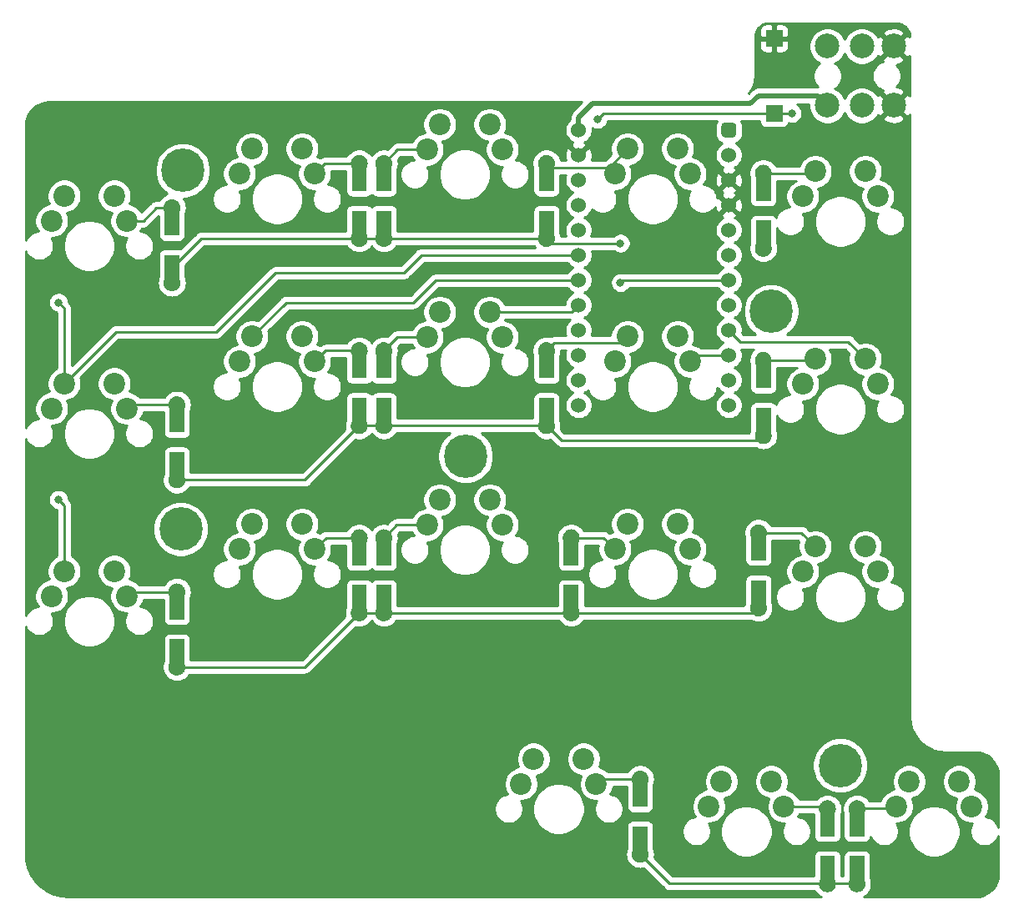
<source format=gbr>
%TF.GenerationSoftware,KiCad,Pcbnew,(5.1.6)-1*%
%TF.CreationDate,2020-08-26T09:56:26+01:00*%
%TF.ProjectId,Fission,46697373-696f-46e2-9e6b-696361645f70,rev?*%
%TF.SameCoordinates,Original*%
%TF.FileFunction,Copper,L2,Bot*%
%TF.FilePolarity,Positive*%
%FSLAX46Y46*%
G04 Gerber Fmt 4.6, Leading zero omitted, Abs format (unit mm)*
G04 Created by KiCad (PCBNEW (5.1.6)-1) date 2020-08-26 09:56:26*
%MOMM*%
%LPD*%
G01*
G04 APERTURE LIST*
%TA.AperFunction,ComponentPad*%
%ADD10C,0.700000*%
%TD*%
%TA.AperFunction,ComponentPad*%
%ADD11C,4.400000*%
%TD*%
%TA.AperFunction,ComponentPad*%
%ADD12C,0.100000*%
%TD*%
%TA.AperFunction,SMDPad,CuDef*%
%ADD13R,1.700000X1.700000*%
%TD*%
%TA.AperFunction,ComponentPad*%
%ADD14C,2.500000*%
%TD*%
%TA.AperFunction,ComponentPad*%
%ADD15C,1.524000*%
%TD*%
%TA.AperFunction,ComponentPad*%
%ADD16C,2.200000*%
%TD*%
%TA.AperFunction,ViaPad*%
%ADD17C,0.800000*%
%TD*%
%TA.AperFunction,Conductor*%
%ADD18C,0.508000*%
%TD*%
%TA.AperFunction,Conductor*%
%ADD19C,0.250000*%
%TD*%
%TA.AperFunction,Conductor*%
%ADD20C,0.254000*%
%TD*%
G04 APERTURE END LIST*
D10*
%TO.P,H5,1*%
%TO.N,N/C*%
X129466726Y-129833274D03*
X128300000Y-129350000D03*
X127133274Y-129833274D03*
X126650000Y-131000000D03*
X127133274Y-132166726D03*
X128300000Y-132650000D03*
X129466726Y-132166726D03*
X129950000Y-131000000D03*
D11*
X128300000Y-131000000D03*
%TD*%
%TA.AperFunction,ComponentPad*%
D12*
%TO.P,D18,2*%
%TO.N,Net-(D18-Pad2)*%
G36*
X130125895Y-134531287D02*
G01*
X130208477Y-134547713D01*
X130289051Y-134572155D01*
X130366842Y-134604377D01*
X130441100Y-134644069D01*
X130511110Y-134690848D01*
X130576198Y-134744264D01*
X130635736Y-134803802D01*
X130689152Y-134868890D01*
X130735931Y-134938900D01*
X130775623Y-135013158D01*
X130807845Y-135090949D01*
X130832287Y-135171523D01*
X130848713Y-135254105D01*
X130856967Y-135337900D01*
X130856967Y-135422100D01*
X130848713Y-135505895D01*
X130832287Y-135588477D01*
X130807845Y-135669051D01*
X130775623Y-135746842D01*
X130750000Y-135794779D01*
X130750000Y-138190000D01*
X129250000Y-138190000D01*
X129250000Y-135794779D01*
X129224377Y-135746842D01*
X129192155Y-135669051D01*
X129167713Y-135588477D01*
X129151287Y-135505895D01*
X129143033Y-135422100D01*
X129143033Y-135337900D01*
X129151287Y-135254105D01*
X129167713Y-135171523D01*
X129192155Y-135090949D01*
X129224377Y-135013158D01*
X129264069Y-134938900D01*
X129310848Y-134868890D01*
X129364264Y-134803802D01*
X129423802Y-134744264D01*
X129488890Y-134690848D01*
X129558900Y-134644069D01*
X129633158Y-134604377D01*
X129710949Y-134572155D01*
X129791523Y-134547713D01*
X129874105Y-134531287D01*
X129957900Y-134523033D01*
X130042100Y-134523033D01*
X130125895Y-134531287D01*
G37*
%TD.AperFunction*%
%TA.AperFunction,ComponentPad*%
%TO.P,D18,1*%
%TO.N,/row3*%
G36*
X129874105Y-143848713D02*
G01*
X129791523Y-143832287D01*
X129710949Y-143807845D01*
X129633158Y-143775623D01*
X129558900Y-143735931D01*
X129488890Y-143689152D01*
X129423802Y-143635736D01*
X129364264Y-143576198D01*
X129310848Y-143511110D01*
X129264069Y-143441100D01*
X129224377Y-143366842D01*
X129192155Y-143289051D01*
X129167713Y-143208477D01*
X129151287Y-143125895D01*
X129143033Y-143042100D01*
X129143033Y-142957900D01*
X129151287Y-142874105D01*
X129167713Y-142791523D01*
X129192155Y-142710949D01*
X129224377Y-142633158D01*
X129250000Y-142585221D01*
X129250000Y-140190000D01*
X130750000Y-140190000D01*
X130750000Y-142585221D01*
X130775623Y-142633158D01*
X130807845Y-142710949D01*
X130832287Y-142791523D01*
X130848713Y-142874105D01*
X130856967Y-142957900D01*
X130856967Y-143042100D01*
X130848713Y-143125895D01*
X130832287Y-143208477D01*
X130807845Y-143289051D01*
X130775623Y-143366842D01*
X130735931Y-143441100D01*
X130689152Y-143511110D01*
X130635736Y-143576198D01*
X130576198Y-143635736D01*
X130511110Y-143689152D01*
X130441100Y-143735931D01*
X130366842Y-143775623D01*
X130289051Y-143807845D01*
X130208477Y-143832287D01*
X130125895Y-143848713D01*
X130042100Y-143856967D01*
X129957900Y-143856967D01*
X129874105Y-143848713D01*
G37*
%TD.AperFunction*%
%TD*%
%TA.AperFunction,ComponentPad*%
%TO.P,D17,2*%
%TO.N,Net-(D17-Pad2)*%
G36*
X127125895Y-134531287D02*
G01*
X127208477Y-134547713D01*
X127289051Y-134572155D01*
X127366842Y-134604377D01*
X127441100Y-134644069D01*
X127511110Y-134690848D01*
X127576198Y-134744264D01*
X127635736Y-134803802D01*
X127689152Y-134868890D01*
X127735931Y-134938900D01*
X127775623Y-135013158D01*
X127807845Y-135090949D01*
X127832287Y-135171523D01*
X127848713Y-135254105D01*
X127856967Y-135337900D01*
X127856967Y-135422100D01*
X127848713Y-135505895D01*
X127832287Y-135588477D01*
X127807845Y-135669051D01*
X127775623Y-135746842D01*
X127750000Y-135794779D01*
X127750000Y-138190000D01*
X126250000Y-138190000D01*
X126250000Y-135794779D01*
X126224377Y-135746842D01*
X126192155Y-135669051D01*
X126167713Y-135588477D01*
X126151287Y-135505895D01*
X126143033Y-135422100D01*
X126143033Y-135337900D01*
X126151287Y-135254105D01*
X126167713Y-135171523D01*
X126192155Y-135090949D01*
X126224377Y-135013158D01*
X126264069Y-134938900D01*
X126310848Y-134868890D01*
X126364264Y-134803802D01*
X126423802Y-134744264D01*
X126488890Y-134690848D01*
X126558900Y-134644069D01*
X126633158Y-134604377D01*
X126710949Y-134572155D01*
X126791523Y-134547713D01*
X126874105Y-134531287D01*
X126957900Y-134523033D01*
X127042100Y-134523033D01*
X127125895Y-134531287D01*
G37*
%TD.AperFunction*%
%TA.AperFunction,ComponentPad*%
%TO.P,D17,1*%
%TO.N,/row3*%
G36*
X126874105Y-143848713D02*
G01*
X126791523Y-143832287D01*
X126710949Y-143807845D01*
X126633158Y-143775623D01*
X126558900Y-143735931D01*
X126488890Y-143689152D01*
X126423802Y-143635736D01*
X126364264Y-143576198D01*
X126310848Y-143511110D01*
X126264069Y-143441100D01*
X126224377Y-143366842D01*
X126192155Y-143289051D01*
X126167713Y-143208477D01*
X126151287Y-143125895D01*
X126143033Y-143042100D01*
X126143033Y-142957900D01*
X126151287Y-142874105D01*
X126167713Y-142791523D01*
X126192155Y-142710949D01*
X126224377Y-142633158D01*
X126250000Y-142585221D01*
X126250000Y-140190000D01*
X127750000Y-140190000D01*
X127750000Y-142585221D01*
X127775623Y-142633158D01*
X127807845Y-142710949D01*
X127832287Y-142791523D01*
X127848713Y-142874105D01*
X127856967Y-142957900D01*
X127856967Y-143042100D01*
X127848713Y-143125895D01*
X127832287Y-143208477D01*
X127807845Y-143289051D01*
X127775623Y-143366842D01*
X127735931Y-143441100D01*
X127689152Y-143511110D01*
X127635736Y-143576198D01*
X127576198Y-143635736D01*
X127511110Y-143689152D01*
X127441100Y-143735931D01*
X127366842Y-143775623D01*
X127289051Y-143807845D01*
X127208477Y-143832287D01*
X127125895Y-143848713D01*
X127042100Y-143856967D01*
X126957900Y-143856967D01*
X126874105Y-143848713D01*
G37*
%TD.AperFunction*%
%TD*%
%TA.AperFunction,ComponentPad*%
%TO.P,D16,2*%
%TO.N,Net-(D16-Pad2)*%
G36*
X108125895Y-131531287D02*
G01*
X108208477Y-131547713D01*
X108289051Y-131572155D01*
X108366842Y-131604377D01*
X108441100Y-131644069D01*
X108511110Y-131690848D01*
X108576198Y-131744264D01*
X108635736Y-131803802D01*
X108689152Y-131868890D01*
X108735931Y-131938900D01*
X108775623Y-132013158D01*
X108807845Y-132090949D01*
X108832287Y-132171523D01*
X108848713Y-132254105D01*
X108856967Y-132337900D01*
X108856967Y-132422100D01*
X108848713Y-132505895D01*
X108832287Y-132588477D01*
X108807845Y-132669051D01*
X108775623Y-132746842D01*
X108750000Y-132794779D01*
X108750000Y-135190000D01*
X107250000Y-135190000D01*
X107250000Y-132794779D01*
X107224377Y-132746842D01*
X107192155Y-132669051D01*
X107167713Y-132588477D01*
X107151287Y-132505895D01*
X107143033Y-132422100D01*
X107143033Y-132337900D01*
X107151287Y-132254105D01*
X107167713Y-132171523D01*
X107192155Y-132090949D01*
X107224377Y-132013158D01*
X107264069Y-131938900D01*
X107310848Y-131868890D01*
X107364264Y-131803802D01*
X107423802Y-131744264D01*
X107488890Y-131690848D01*
X107558900Y-131644069D01*
X107633158Y-131604377D01*
X107710949Y-131572155D01*
X107791523Y-131547713D01*
X107874105Y-131531287D01*
X107957900Y-131523033D01*
X108042100Y-131523033D01*
X108125895Y-131531287D01*
G37*
%TD.AperFunction*%
%TA.AperFunction,ComponentPad*%
%TO.P,D16,1*%
%TO.N,/row3*%
G36*
X107874105Y-140848713D02*
G01*
X107791523Y-140832287D01*
X107710949Y-140807845D01*
X107633158Y-140775623D01*
X107558900Y-140735931D01*
X107488890Y-140689152D01*
X107423802Y-140635736D01*
X107364264Y-140576198D01*
X107310848Y-140511110D01*
X107264069Y-140441100D01*
X107224377Y-140366842D01*
X107192155Y-140289051D01*
X107167713Y-140208477D01*
X107151287Y-140125895D01*
X107143033Y-140042100D01*
X107143033Y-139957900D01*
X107151287Y-139874105D01*
X107167713Y-139791523D01*
X107192155Y-139710949D01*
X107224377Y-139633158D01*
X107250000Y-139585221D01*
X107250000Y-137190000D01*
X108750000Y-137190000D01*
X108750000Y-139585221D01*
X108775623Y-139633158D01*
X108807845Y-139710949D01*
X108832287Y-139791523D01*
X108848713Y-139874105D01*
X108856967Y-139957900D01*
X108856967Y-140042100D01*
X108848713Y-140125895D01*
X108832287Y-140208477D01*
X108807845Y-140289051D01*
X108775623Y-140366842D01*
X108735931Y-140441100D01*
X108689152Y-140511110D01*
X108635736Y-140576198D01*
X108576198Y-140635736D01*
X108511110Y-140689152D01*
X108441100Y-140735931D01*
X108366842Y-140775623D01*
X108289051Y-140807845D01*
X108208477Y-140832287D01*
X108125895Y-140848713D01*
X108042100Y-140856967D01*
X107957900Y-140856967D01*
X107874105Y-140848713D01*
G37*
%TD.AperFunction*%
%TD*%
%TA.AperFunction,ComponentPad*%
%TO.P,D15,2*%
%TO.N,Net-(D15-Pad2)*%
G36*
X120125895Y-106531287D02*
G01*
X120208477Y-106547713D01*
X120289051Y-106572155D01*
X120366842Y-106604377D01*
X120441100Y-106644069D01*
X120511110Y-106690848D01*
X120576198Y-106744264D01*
X120635736Y-106803802D01*
X120689152Y-106868890D01*
X120735931Y-106938900D01*
X120775623Y-107013158D01*
X120807845Y-107090949D01*
X120832287Y-107171523D01*
X120848713Y-107254105D01*
X120856967Y-107337900D01*
X120856967Y-107422100D01*
X120848713Y-107505895D01*
X120832287Y-107588477D01*
X120807845Y-107669051D01*
X120775623Y-107746842D01*
X120750000Y-107794779D01*
X120750000Y-110190000D01*
X119250000Y-110190000D01*
X119250000Y-107794779D01*
X119224377Y-107746842D01*
X119192155Y-107669051D01*
X119167713Y-107588477D01*
X119151287Y-107505895D01*
X119143033Y-107422100D01*
X119143033Y-107337900D01*
X119151287Y-107254105D01*
X119167713Y-107171523D01*
X119192155Y-107090949D01*
X119224377Y-107013158D01*
X119264069Y-106938900D01*
X119310848Y-106868890D01*
X119364264Y-106803802D01*
X119423802Y-106744264D01*
X119488890Y-106690848D01*
X119558900Y-106644069D01*
X119633158Y-106604377D01*
X119710949Y-106572155D01*
X119791523Y-106547713D01*
X119874105Y-106531287D01*
X119957900Y-106523033D01*
X120042100Y-106523033D01*
X120125895Y-106531287D01*
G37*
%TD.AperFunction*%
%TA.AperFunction,ComponentPad*%
%TO.P,D15,1*%
%TO.N,/row2*%
G36*
X119874105Y-115848713D02*
G01*
X119791523Y-115832287D01*
X119710949Y-115807845D01*
X119633158Y-115775623D01*
X119558900Y-115735931D01*
X119488890Y-115689152D01*
X119423802Y-115635736D01*
X119364264Y-115576198D01*
X119310848Y-115511110D01*
X119264069Y-115441100D01*
X119224377Y-115366842D01*
X119192155Y-115289051D01*
X119167713Y-115208477D01*
X119151287Y-115125895D01*
X119143033Y-115042100D01*
X119143033Y-114957900D01*
X119151287Y-114874105D01*
X119167713Y-114791523D01*
X119192155Y-114710949D01*
X119224377Y-114633158D01*
X119250000Y-114585221D01*
X119250000Y-112190000D01*
X120750000Y-112190000D01*
X120750000Y-114585221D01*
X120775623Y-114633158D01*
X120807845Y-114710949D01*
X120832287Y-114791523D01*
X120848713Y-114874105D01*
X120856967Y-114957900D01*
X120856967Y-115042100D01*
X120848713Y-115125895D01*
X120832287Y-115208477D01*
X120807845Y-115289051D01*
X120775623Y-115366842D01*
X120735931Y-115441100D01*
X120689152Y-115511110D01*
X120635736Y-115576198D01*
X120576198Y-115635736D01*
X120511110Y-115689152D01*
X120441100Y-115735931D01*
X120366842Y-115775623D01*
X120289051Y-115807845D01*
X120208477Y-115832287D01*
X120125895Y-115848713D01*
X120042100Y-115856967D01*
X119957900Y-115856967D01*
X119874105Y-115848713D01*
G37*
%TD.AperFunction*%
%TD*%
%TA.AperFunction,ComponentPad*%
%TO.P,D14,2*%
%TO.N,Net-(D14-Pad2)*%
G36*
X101125895Y-107031287D02*
G01*
X101208477Y-107047713D01*
X101289051Y-107072155D01*
X101366842Y-107104377D01*
X101441100Y-107144069D01*
X101511110Y-107190848D01*
X101576198Y-107244264D01*
X101635736Y-107303802D01*
X101689152Y-107368890D01*
X101735931Y-107438900D01*
X101775623Y-107513158D01*
X101807845Y-107590949D01*
X101832287Y-107671523D01*
X101848713Y-107754105D01*
X101856967Y-107837900D01*
X101856967Y-107922100D01*
X101848713Y-108005895D01*
X101832287Y-108088477D01*
X101807845Y-108169051D01*
X101775623Y-108246842D01*
X101750000Y-108294779D01*
X101750000Y-110690000D01*
X100250000Y-110690000D01*
X100250000Y-108294779D01*
X100224377Y-108246842D01*
X100192155Y-108169051D01*
X100167713Y-108088477D01*
X100151287Y-108005895D01*
X100143033Y-107922100D01*
X100143033Y-107837900D01*
X100151287Y-107754105D01*
X100167713Y-107671523D01*
X100192155Y-107590949D01*
X100224377Y-107513158D01*
X100264069Y-107438900D01*
X100310848Y-107368890D01*
X100364264Y-107303802D01*
X100423802Y-107244264D01*
X100488890Y-107190848D01*
X100558900Y-107144069D01*
X100633158Y-107104377D01*
X100710949Y-107072155D01*
X100791523Y-107047713D01*
X100874105Y-107031287D01*
X100957900Y-107023033D01*
X101042100Y-107023033D01*
X101125895Y-107031287D01*
G37*
%TD.AperFunction*%
%TA.AperFunction,ComponentPad*%
%TO.P,D14,1*%
%TO.N,/row2*%
G36*
X100874105Y-116348713D02*
G01*
X100791523Y-116332287D01*
X100710949Y-116307845D01*
X100633158Y-116275623D01*
X100558900Y-116235931D01*
X100488890Y-116189152D01*
X100423802Y-116135736D01*
X100364264Y-116076198D01*
X100310848Y-116011110D01*
X100264069Y-115941100D01*
X100224377Y-115866842D01*
X100192155Y-115789051D01*
X100167713Y-115708477D01*
X100151287Y-115625895D01*
X100143033Y-115542100D01*
X100143033Y-115457900D01*
X100151287Y-115374105D01*
X100167713Y-115291523D01*
X100192155Y-115210949D01*
X100224377Y-115133158D01*
X100250000Y-115085221D01*
X100250000Y-112690000D01*
X101750000Y-112690000D01*
X101750000Y-115085221D01*
X101775623Y-115133158D01*
X101807845Y-115210949D01*
X101832287Y-115291523D01*
X101848713Y-115374105D01*
X101856967Y-115457900D01*
X101856967Y-115542100D01*
X101848713Y-115625895D01*
X101832287Y-115708477D01*
X101807845Y-115789051D01*
X101775623Y-115866842D01*
X101735931Y-115941100D01*
X101689152Y-116011110D01*
X101635736Y-116076198D01*
X101576198Y-116135736D01*
X101511110Y-116189152D01*
X101441100Y-116235931D01*
X101366842Y-116275623D01*
X101289051Y-116307845D01*
X101208477Y-116332287D01*
X101125895Y-116348713D01*
X101042100Y-116356967D01*
X100957900Y-116356967D01*
X100874105Y-116348713D01*
G37*
%TD.AperFunction*%
%TD*%
%TA.AperFunction,ComponentPad*%
%TO.P,D13,2*%
%TO.N,Net-(D13-Pad2)*%
G36*
X82125895Y-107031287D02*
G01*
X82208477Y-107047713D01*
X82289051Y-107072155D01*
X82366842Y-107104377D01*
X82441100Y-107144069D01*
X82511110Y-107190848D01*
X82576198Y-107244264D01*
X82635736Y-107303802D01*
X82689152Y-107368890D01*
X82735931Y-107438900D01*
X82775623Y-107513158D01*
X82807845Y-107590949D01*
X82832287Y-107671523D01*
X82848713Y-107754105D01*
X82856967Y-107837900D01*
X82856967Y-107922100D01*
X82848713Y-108005895D01*
X82832287Y-108088477D01*
X82807845Y-108169051D01*
X82775623Y-108246842D01*
X82750000Y-108294779D01*
X82750000Y-110690000D01*
X81250000Y-110690000D01*
X81250000Y-108294779D01*
X81224377Y-108246842D01*
X81192155Y-108169051D01*
X81167713Y-108088477D01*
X81151287Y-108005895D01*
X81143033Y-107922100D01*
X81143033Y-107837900D01*
X81151287Y-107754105D01*
X81167713Y-107671523D01*
X81192155Y-107590949D01*
X81224377Y-107513158D01*
X81264069Y-107438900D01*
X81310848Y-107368890D01*
X81364264Y-107303802D01*
X81423802Y-107244264D01*
X81488890Y-107190848D01*
X81558900Y-107144069D01*
X81633158Y-107104377D01*
X81710949Y-107072155D01*
X81791523Y-107047713D01*
X81874105Y-107031287D01*
X81957900Y-107023033D01*
X82042100Y-107023033D01*
X82125895Y-107031287D01*
G37*
%TD.AperFunction*%
%TA.AperFunction,ComponentPad*%
%TO.P,D13,1*%
%TO.N,/row2*%
G36*
X81874105Y-116348713D02*
G01*
X81791523Y-116332287D01*
X81710949Y-116307845D01*
X81633158Y-116275623D01*
X81558900Y-116235931D01*
X81488890Y-116189152D01*
X81423802Y-116135736D01*
X81364264Y-116076198D01*
X81310848Y-116011110D01*
X81264069Y-115941100D01*
X81224377Y-115866842D01*
X81192155Y-115789051D01*
X81167713Y-115708477D01*
X81151287Y-115625895D01*
X81143033Y-115542100D01*
X81143033Y-115457900D01*
X81151287Y-115374105D01*
X81167713Y-115291523D01*
X81192155Y-115210949D01*
X81224377Y-115133158D01*
X81250000Y-115085221D01*
X81250000Y-112690000D01*
X82750000Y-112690000D01*
X82750000Y-115085221D01*
X82775623Y-115133158D01*
X82807845Y-115210949D01*
X82832287Y-115291523D01*
X82848713Y-115374105D01*
X82856967Y-115457900D01*
X82856967Y-115542100D01*
X82848713Y-115625895D01*
X82832287Y-115708477D01*
X82807845Y-115789051D01*
X82775623Y-115866842D01*
X82735931Y-115941100D01*
X82689152Y-116011110D01*
X82635736Y-116076198D01*
X82576198Y-116135736D01*
X82511110Y-116189152D01*
X82441100Y-116235931D01*
X82366842Y-116275623D01*
X82289051Y-116307845D01*
X82208477Y-116332287D01*
X82125895Y-116348713D01*
X82042100Y-116356967D01*
X81957900Y-116356967D01*
X81874105Y-116348713D01*
G37*
%TD.AperFunction*%
%TD*%
%TA.AperFunction,ComponentPad*%
%TO.P,D12,2*%
%TO.N,Net-(D12-Pad2)*%
G36*
X79625895Y-107031287D02*
G01*
X79708477Y-107047713D01*
X79789051Y-107072155D01*
X79866842Y-107104377D01*
X79941100Y-107144069D01*
X80011110Y-107190848D01*
X80076198Y-107244264D01*
X80135736Y-107303802D01*
X80189152Y-107368890D01*
X80235931Y-107438900D01*
X80275623Y-107513158D01*
X80307845Y-107590949D01*
X80332287Y-107671523D01*
X80348713Y-107754105D01*
X80356967Y-107837900D01*
X80356967Y-107922100D01*
X80348713Y-108005895D01*
X80332287Y-108088477D01*
X80307845Y-108169051D01*
X80275623Y-108246842D01*
X80250000Y-108294779D01*
X80250000Y-110690000D01*
X78750000Y-110690000D01*
X78750000Y-108294779D01*
X78724377Y-108246842D01*
X78692155Y-108169051D01*
X78667713Y-108088477D01*
X78651287Y-108005895D01*
X78643033Y-107922100D01*
X78643033Y-107837900D01*
X78651287Y-107754105D01*
X78667713Y-107671523D01*
X78692155Y-107590949D01*
X78724377Y-107513158D01*
X78764069Y-107438900D01*
X78810848Y-107368890D01*
X78864264Y-107303802D01*
X78923802Y-107244264D01*
X78988890Y-107190848D01*
X79058900Y-107144069D01*
X79133158Y-107104377D01*
X79210949Y-107072155D01*
X79291523Y-107047713D01*
X79374105Y-107031287D01*
X79457900Y-107023033D01*
X79542100Y-107023033D01*
X79625895Y-107031287D01*
G37*
%TD.AperFunction*%
%TA.AperFunction,ComponentPad*%
%TO.P,D12,1*%
%TO.N,/row2*%
G36*
X79374105Y-116348713D02*
G01*
X79291523Y-116332287D01*
X79210949Y-116307845D01*
X79133158Y-116275623D01*
X79058900Y-116235931D01*
X78988890Y-116189152D01*
X78923802Y-116135736D01*
X78864264Y-116076198D01*
X78810848Y-116011110D01*
X78764069Y-115941100D01*
X78724377Y-115866842D01*
X78692155Y-115789051D01*
X78667713Y-115708477D01*
X78651287Y-115625895D01*
X78643033Y-115542100D01*
X78643033Y-115457900D01*
X78651287Y-115374105D01*
X78667713Y-115291523D01*
X78692155Y-115210949D01*
X78724377Y-115133158D01*
X78750000Y-115085221D01*
X78750000Y-112690000D01*
X80250000Y-112690000D01*
X80250000Y-115085221D01*
X80275623Y-115133158D01*
X80307845Y-115210949D01*
X80332287Y-115291523D01*
X80348713Y-115374105D01*
X80356967Y-115457900D01*
X80356967Y-115542100D01*
X80348713Y-115625895D01*
X80332287Y-115708477D01*
X80307845Y-115789051D01*
X80275623Y-115866842D01*
X80235931Y-115941100D01*
X80189152Y-116011110D01*
X80135736Y-116076198D01*
X80076198Y-116135736D01*
X80011110Y-116189152D01*
X79941100Y-116235931D01*
X79866842Y-116275623D01*
X79789051Y-116307845D01*
X79708477Y-116332287D01*
X79625895Y-116348713D01*
X79542100Y-116356967D01*
X79457900Y-116356967D01*
X79374105Y-116348713D01*
G37*
%TD.AperFunction*%
%TD*%
%TA.AperFunction,ComponentPad*%
%TO.P,D11,2*%
%TO.N,Net-(D11-Pad2)*%
G36*
X61125895Y-112531287D02*
G01*
X61208477Y-112547713D01*
X61289051Y-112572155D01*
X61366842Y-112604377D01*
X61441100Y-112644069D01*
X61511110Y-112690848D01*
X61576198Y-112744264D01*
X61635736Y-112803802D01*
X61689152Y-112868890D01*
X61735931Y-112938900D01*
X61775623Y-113013158D01*
X61807845Y-113090949D01*
X61832287Y-113171523D01*
X61848713Y-113254105D01*
X61856967Y-113337900D01*
X61856967Y-113422100D01*
X61848713Y-113505895D01*
X61832287Y-113588477D01*
X61807845Y-113669051D01*
X61775623Y-113746842D01*
X61750000Y-113794779D01*
X61750000Y-116190000D01*
X60250000Y-116190000D01*
X60250000Y-113794779D01*
X60224377Y-113746842D01*
X60192155Y-113669051D01*
X60167713Y-113588477D01*
X60151287Y-113505895D01*
X60143033Y-113422100D01*
X60143033Y-113337900D01*
X60151287Y-113254105D01*
X60167713Y-113171523D01*
X60192155Y-113090949D01*
X60224377Y-113013158D01*
X60264069Y-112938900D01*
X60310848Y-112868890D01*
X60364264Y-112803802D01*
X60423802Y-112744264D01*
X60488890Y-112690848D01*
X60558900Y-112644069D01*
X60633158Y-112604377D01*
X60710949Y-112572155D01*
X60791523Y-112547713D01*
X60874105Y-112531287D01*
X60957900Y-112523033D01*
X61042100Y-112523033D01*
X61125895Y-112531287D01*
G37*
%TD.AperFunction*%
%TA.AperFunction,ComponentPad*%
%TO.P,D11,1*%
%TO.N,/row2*%
G36*
X60874105Y-121848713D02*
G01*
X60791523Y-121832287D01*
X60710949Y-121807845D01*
X60633158Y-121775623D01*
X60558900Y-121735931D01*
X60488890Y-121689152D01*
X60423802Y-121635736D01*
X60364264Y-121576198D01*
X60310848Y-121511110D01*
X60264069Y-121441100D01*
X60224377Y-121366842D01*
X60192155Y-121289051D01*
X60167713Y-121208477D01*
X60151287Y-121125895D01*
X60143033Y-121042100D01*
X60143033Y-120957900D01*
X60151287Y-120874105D01*
X60167713Y-120791523D01*
X60192155Y-120710949D01*
X60224377Y-120633158D01*
X60250000Y-120585221D01*
X60250000Y-118190000D01*
X61750000Y-118190000D01*
X61750000Y-120585221D01*
X61775623Y-120633158D01*
X61807845Y-120710949D01*
X61832287Y-120791523D01*
X61848713Y-120874105D01*
X61856967Y-120957900D01*
X61856967Y-121042100D01*
X61848713Y-121125895D01*
X61832287Y-121208477D01*
X61807845Y-121289051D01*
X61775623Y-121366842D01*
X61735931Y-121441100D01*
X61689152Y-121511110D01*
X61635736Y-121576198D01*
X61576198Y-121635736D01*
X61511110Y-121689152D01*
X61441100Y-121735931D01*
X61366842Y-121775623D01*
X61289051Y-121807845D01*
X61208477Y-121832287D01*
X61125895Y-121848713D01*
X61042100Y-121856967D01*
X60957900Y-121856967D01*
X60874105Y-121848713D01*
G37*
%TD.AperFunction*%
%TD*%
%TA.AperFunction,ComponentPad*%
%TO.P,D10,2*%
%TO.N,Net-(D10-Pad2)*%
G36*
X120625895Y-89031287D02*
G01*
X120708477Y-89047713D01*
X120789051Y-89072155D01*
X120866842Y-89104377D01*
X120941100Y-89144069D01*
X121011110Y-89190848D01*
X121076198Y-89244264D01*
X121135736Y-89303802D01*
X121189152Y-89368890D01*
X121235931Y-89438900D01*
X121275623Y-89513158D01*
X121307845Y-89590949D01*
X121332287Y-89671523D01*
X121348713Y-89754105D01*
X121356967Y-89837900D01*
X121356967Y-89922100D01*
X121348713Y-90005895D01*
X121332287Y-90088477D01*
X121307845Y-90169051D01*
X121275623Y-90246842D01*
X121250000Y-90294779D01*
X121250000Y-92690000D01*
X119750000Y-92690000D01*
X119750000Y-90294779D01*
X119724377Y-90246842D01*
X119692155Y-90169051D01*
X119667713Y-90088477D01*
X119651287Y-90005895D01*
X119643033Y-89922100D01*
X119643033Y-89837900D01*
X119651287Y-89754105D01*
X119667713Y-89671523D01*
X119692155Y-89590949D01*
X119724377Y-89513158D01*
X119764069Y-89438900D01*
X119810848Y-89368890D01*
X119864264Y-89303802D01*
X119923802Y-89244264D01*
X119988890Y-89190848D01*
X120058900Y-89144069D01*
X120133158Y-89104377D01*
X120210949Y-89072155D01*
X120291523Y-89047713D01*
X120374105Y-89031287D01*
X120457900Y-89023033D01*
X120542100Y-89023033D01*
X120625895Y-89031287D01*
G37*
%TD.AperFunction*%
%TA.AperFunction,ComponentPad*%
%TO.P,D10,1*%
%TO.N,/row1*%
G36*
X120374105Y-98348713D02*
G01*
X120291523Y-98332287D01*
X120210949Y-98307845D01*
X120133158Y-98275623D01*
X120058900Y-98235931D01*
X119988890Y-98189152D01*
X119923802Y-98135736D01*
X119864264Y-98076198D01*
X119810848Y-98011110D01*
X119764069Y-97941100D01*
X119724377Y-97866842D01*
X119692155Y-97789051D01*
X119667713Y-97708477D01*
X119651287Y-97625895D01*
X119643033Y-97542100D01*
X119643033Y-97457900D01*
X119651287Y-97374105D01*
X119667713Y-97291523D01*
X119692155Y-97210949D01*
X119724377Y-97133158D01*
X119750000Y-97085221D01*
X119750000Y-94690000D01*
X121250000Y-94690000D01*
X121250000Y-97085221D01*
X121275623Y-97133158D01*
X121307845Y-97210949D01*
X121332287Y-97291523D01*
X121348713Y-97374105D01*
X121356967Y-97457900D01*
X121356967Y-97542100D01*
X121348713Y-97625895D01*
X121332287Y-97708477D01*
X121307845Y-97789051D01*
X121275623Y-97866842D01*
X121235931Y-97941100D01*
X121189152Y-98011110D01*
X121135736Y-98076198D01*
X121076198Y-98135736D01*
X121011110Y-98189152D01*
X120941100Y-98235931D01*
X120866842Y-98275623D01*
X120789051Y-98307845D01*
X120708477Y-98332287D01*
X120625895Y-98348713D01*
X120542100Y-98356967D01*
X120457900Y-98356967D01*
X120374105Y-98348713D01*
G37*
%TD.AperFunction*%
%TD*%
%TA.AperFunction,ComponentPad*%
%TO.P,D9,2*%
%TO.N,Net-(D9-Pad2)*%
G36*
X98625895Y-88031287D02*
G01*
X98708477Y-88047713D01*
X98789051Y-88072155D01*
X98866842Y-88104377D01*
X98941100Y-88144069D01*
X99011110Y-88190848D01*
X99076198Y-88244264D01*
X99135736Y-88303802D01*
X99189152Y-88368890D01*
X99235931Y-88438900D01*
X99275623Y-88513158D01*
X99307845Y-88590949D01*
X99332287Y-88671523D01*
X99348713Y-88754105D01*
X99356967Y-88837900D01*
X99356967Y-88922100D01*
X99348713Y-89005895D01*
X99332287Y-89088477D01*
X99307845Y-89169051D01*
X99275623Y-89246842D01*
X99250000Y-89294779D01*
X99250000Y-91690000D01*
X97750000Y-91690000D01*
X97750000Y-89294779D01*
X97724377Y-89246842D01*
X97692155Y-89169051D01*
X97667713Y-89088477D01*
X97651287Y-89005895D01*
X97643033Y-88922100D01*
X97643033Y-88837900D01*
X97651287Y-88754105D01*
X97667713Y-88671523D01*
X97692155Y-88590949D01*
X97724377Y-88513158D01*
X97764069Y-88438900D01*
X97810848Y-88368890D01*
X97864264Y-88303802D01*
X97923802Y-88244264D01*
X97988890Y-88190848D01*
X98058900Y-88144069D01*
X98133158Y-88104377D01*
X98210949Y-88072155D01*
X98291523Y-88047713D01*
X98374105Y-88031287D01*
X98457900Y-88023033D01*
X98542100Y-88023033D01*
X98625895Y-88031287D01*
G37*
%TD.AperFunction*%
%TA.AperFunction,ComponentPad*%
%TO.P,D9,1*%
%TO.N,/row1*%
G36*
X98374105Y-97348713D02*
G01*
X98291523Y-97332287D01*
X98210949Y-97307845D01*
X98133158Y-97275623D01*
X98058900Y-97235931D01*
X97988890Y-97189152D01*
X97923802Y-97135736D01*
X97864264Y-97076198D01*
X97810848Y-97011110D01*
X97764069Y-96941100D01*
X97724377Y-96866842D01*
X97692155Y-96789051D01*
X97667713Y-96708477D01*
X97651287Y-96625895D01*
X97643033Y-96542100D01*
X97643033Y-96457900D01*
X97651287Y-96374105D01*
X97667713Y-96291523D01*
X97692155Y-96210949D01*
X97724377Y-96133158D01*
X97750000Y-96085221D01*
X97750000Y-93690000D01*
X99250000Y-93690000D01*
X99250000Y-96085221D01*
X99275623Y-96133158D01*
X99307845Y-96210949D01*
X99332287Y-96291523D01*
X99348713Y-96374105D01*
X99356967Y-96457900D01*
X99356967Y-96542100D01*
X99348713Y-96625895D01*
X99332287Y-96708477D01*
X99307845Y-96789051D01*
X99275623Y-96866842D01*
X99235931Y-96941100D01*
X99189152Y-97011110D01*
X99135736Y-97076198D01*
X99076198Y-97135736D01*
X99011110Y-97189152D01*
X98941100Y-97235931D01*
X98866842Y-97275623D01*
X98789051Y-97307845D01*
X98708477Y-97332287D01*
X98625895Y-97348713D01*
X98542100Y-97356967D01*
X98457900Y-97356967D01*
X98374105Y-97348713D01*
G37*
%TD.AperFunction*%
%TD*%
%TA.AperFunction,ComponentPad*%
%TO.P,D8,2*%
%TO.N,Net-(D8-Pad2)*%
G36*
X82125895Y-88031287D02*
G01*
X82208477Y-88047713D01*
X82289051Y-88072155D01*
X82366842Y-88104377D01*
X82441100Y-88144069D01*
X82511110Y-88190848D01*
X82576198Y-88244264D01*
X82635736Y-88303802D01*
X82689152Y-88368890D01*
X82735931Y-88438900D01*
X82775623Y-88513158D01*
X82807845Y-88590949D01*
X82832287Y-88671523D01*
X82848713Y-88754105D01*
X82856967Y-88837900D01*
X82856967Y-88922100D01*
X82848713Y-89005895D01*
X82832287Y-89088477D01*
X82807845Y-89169051D01*
X82775623Y-89246842D01*
X82750000Y-89294779D01*
X82750000Y-91690000D01*
X81250000Y-91690000D01*
X81250000Y-89294779D01*
X81224377Y-89246842D01*
X81192155Y-89169051D01*
X81167713Y-89088477D01*
X81151287Y-89005895D01*
X81143033Y-88922100D01*
X81143033Y-88837900D01*
X81151287Y-88754105D01*
X81167713Y-88671523D01*
X81192155Y-88590949D01*
X81224377Y-88513158D01*
X81264069Y-88438900D01*
X81310848Y-88368890D01*
X81364264Y-88303802D01*
X81423802Y-88244264D01*
X81488890Y-88190848D01*
X81558900Y-88144069D01*
X81633158Y-88104377D01*
X81710949Y-88072155D01*
X81791523Y-88047713D01*
X81874105Y-88031287D01*
X81957900Y-88023033D01*
X82042100Y-88023033D01*
X82125895Y-88031287D01*
G37*
%TD.AperFunction*%
%TA.AperFunction,ComponentPad*%
%TO.P,D8,1*%
%TO.N,/row1*%
G36*
X81874105Y-97348713D02*
G01*
X81791523Y-97332287D01*
X81710949Y-97307845D01*
X81633158Y-97275623D01*
X81558900Y-97235931D01*
X81488890Y-97189152D01*
X81423802Y-97135736D01*
X81364264Y-97076198D01*
X81310848Y-97011110D01*
X81264069Y-96941100D01*
X81224377Y-96866842D01*
X81192155Y-96789051D01*
X81167713Y-96708477D01*
X81151287Y-96625895D01*
X81143033Y-96542100D01*
X81143033Y-96457900D01*
X81151287Y-96374105D01*
X81167713Y-96291523D01*
X81192155Y-96210949D01*
X81224377Y-96133158D01*
X81250000Y-96085221D01*
X81250000Y-93690000D01*
X82750000Y-93690000D01*
X82750000Y-96085221D01*
X82775623Y-96133158D01*
X82807845Y-96210949D01*
X82832287Y-96291523D01*
X82848713Y-96374105D01*
X82856967Y-96457900D01*
X82856967Y-96542100D01*
X82848713Y-96625895D01*
X82832287Y-96708477D01*
X82807845Y-96789051D01*
X82775623Y-96866842D01*
X82735931Y-96941100D01*
X82689152Y-97011110D01*
X82635736Y-97076198D01*
X82576198Y-97135736D01*
X82511110Y-97189152D01*
X82441100Y-97235931D01*
X82366842Y-97275623D01*
X82289051Y-97307845D01*
X82208477Y-97332287D01*
X82125895Y-97348713D01*
X82042100Y-97356967D01*
X81957900Y-97356967D01*
X81874105Y-97348713D01*
G37*
%TD.AperFunction*%
%TD*%
%TA.AperFunction,ComponentPad*%
%TO.P,D7,2*%
%TO.N,Net-(D7-Pad2)*%
G36*
X79625895Y-88031287D02*
G01*
X79708477Y-88047713D01*
X79789051Y-88072155D01*
X79866842Y-88104377D01*
X79941100Y-88144069D01*
X80011110Y-88190848D01*
X80076198Y-88244264D01*
X80135736Y-88303802D01*
X80189152Y-88368890D01*
X80235931Y-88438900D01*
X80275623Y-88513158D01*
X80307845Y-88590949D01*
X80332287Y-88671523D01*
X80348713Y-88754105D01*
X80356967Y-88837900D01*
X80356967Y-88922100D01*
X80348713Y-89005895D01*
X80332287Y-89088477D01*
X80307845Y-89169051D01*
X80275623Y-89246842D01*
X80250000Y-89294779D01*
X80250000Y-91690000D01*
X78750000Y-91690000D01*
X78750000Y-89294779D01*
X78724377Y-89246842D01*
X78692155Y-89169051D01*
X78667713Y-89088477D01*
X78651287Y-89005895D01*
X78643033Y-88922100D01*
X78643033Y-88837900D01*
X78651287Y-88754105D01*
X78667713Y-88671523D01*
X78692155Y-88590949D01*
X78724377Y-88513158D01*
X78764069Y-88438900D01*
X78810848Y-88368890D01*
X78864264Y-88303802D01*
X78923802Y-88244264D01*
X78988890Y-88190848D01*
X79058900Y-88144069D01*
X79133158Y-88104377D01*
X79210949Y-88072155D01*
X79291523Y-88047713D01*
X79374105Y-88031287D01*
X79457900Y-88023033D01*
X79542100Y-88023033D01*
X79625895Y-88031287D01*
G37*
%TD.AperFunction*%
%TA.AperFunction,ComponentPad*%
%TO.P,D7,1*%
%TO.N,/row1*%
G36*
X79374105Y-97348713D02*
G01*
X79291523Y-97332287D01*
X79210949Y-97307845D01*
X79133158Y-97275623D01*
X79058900Y-97235931D01*
X78988890Y-97189152D01*
X78923802Y-97135736D01*
X78864264Y-97076198D01*
X78810848Y-97011110D01*
X78764069Y-96941100D01*
X78724377Y-96866842D01*
X78692155Y-96789051D01*
X78667713Y-96708477D01*
X78651287Y-96625895D01*
X78643033Y-96542100D01*
X78643033Y-96457900D01*
X78651287Y-96374105D01*
X78667713Y-96291523D01*
X78692155Y-96210949D01*
X78724377Y-96133158D01*
X78750000Y-96085221D01*
X78750000Y-93690000D01*
X80250000Y-93690000D01*
X80250000Y-96085221D01*
X80275623Y-96133158D01*
X80307845Y-96210949D01*
X80332287Y-96291523D01*
X80348713Y-96374105D01*
X80356967Y-96457900D01*
X80356967Y-96542100D01*
X80348713Y-96625895D01*
X80332287Y-96708477D01*
X80307845Y-96789051D01*
X80275623Y-96866842D01*
X80235931Y-96941100D01*
X80189152Y-97011110D01*
X80135736Y-97076198D01*
X80076198Y-97135736D01*
X80011110Y-97189152D01*
X79941100Y-97235931D01*
X79866842Y-97275623D01*
X79789051Y-97307845D01*
X79708477Y-97332287D01*
X79625895Y-97348713D01*
X79542100Y-97356967D01*
X79457900Y-97356967D01*
X79374105Y-97348713D01*
G37*
%TD.AperFunction*%
%TD*%
%TA.AperFunction,ComponentPad*%
%TO.P,D6,2*%
%TO.N,Net-(D6-Pad2)*%
G36*
X61125895Y-93531287D02*
G01*
X61208477Y-93547713D01*
X61289051Y-93572155D01*
X61366842Y-93604377D01*
X61441100Y-93644069D01*
X61511110Y-93690848D01*
X61576198Y-93744264D01*
X61635736Y-93803802D01*
X61689152Y-93868890D01*
X61735931Y-93938900D01*
X61775623Y-94013158D01*
X61807845Y-94090949D01*
X61832287Y-94171523D01*
X61848713Y-94254105D01*
X61856967Y-94337900D01*
X61856967Y-94422100D01*
X61848713Y-94505895D01*
X61832287Y-94588477D01*
X61807845Y-94669051D01*
X61775623Y-94746842D01*
X61750000Y-94794779D01*
X61750000Y-97190000D01*
X60250000Y-97190000D01*
X60250000Y-94794779D01*
X60224377Y-94746842D01*
X60192155Y-94669051D01*
X60167713Y-94588477D01*
X60151287Y-94505895D01*
X60143033Y-94422100D01*
X60143033Y-94337900D01*
X60151287Y-94254105D01*
X60167713Y-94171523D01*
X60192155Y-94090949D01*
X60224377Y-94013158D01*
X60264069Y-93938900D01*
X60310848Y-93868890D01*
X60364264Y-93803802D01*
X60423802Y-93744264D01*
X60488890Y-93690848D01*
X60558900Y-93644069D01*
X60633158Y-93604377D01*
X60710949Y-93572155D01*
X60791523Y-93547713D01*
X60874105Y-93531287D01*
X60957900Y-93523033D01*
X61042100Y-93523033D01*
X61125895Y-93531287D01*
G37*
%TD.AperFunction*%
%TA.AperFunction,ComponentPad*%
%TO.P,D6,1*%
%TO.N,/row1*%
G36*
X60874105Y-102848713D02*
G01*
X60791523Y-102832287D01*
X60710949Y-102807845D01*
X60633158Y-102775623D01*
X60558900Y-102735931D01*
X60488890Y-102689152D01*
X60423802Y-102635736D01*
X60364264Y-102576198D01*
X60310848Y-102511110D01*
X60264069Y-102441100D01*
X60224377Y-102366842D01*
X60192155Y-102289051D01*
X60167713Y-102208477D01*
X60151287Y-102125895D01*
X60143033Y-102042100D01*
X60143033Y-101957900D01*
X60151287Y-101874105D01*
X60167713Y-101791523D01*
X60192155Y-101710949D01*
X60224377Y-101633158D01*
X60250000Y-101585221D01*
X60250000Y-99190000D01*
X61750000Y-99190000D01*
X61750000Y-101585221D01*
X61775623Y-101633158D01*
X61807845Y-101710949D01*
X61832287Y-101791523D01*
X61848713Y-101874105D01*
X61856967Y-101957900D01*
X61856967Y-102042100D01*
X61848713Y-102125895D01*
X61832287Y-102208477D01*
X61807845Y-102289051D01*
X61775623Y-102366842D01*
X61735931Y-102441100D01*
X61689152Y-102511110D01*
X61635736Y-102576198D01*
X61576198Y-102635736D01*
X61511110Y-102689152D01*
X61441100Y-102735931D01*
X61366842Y-102775623D01*
X61289051Y-102807845D01*
X61208477Y-102832287D01*
X61125895Y-102848713D01*
X61042100Y-102856967D01*
X60957900Y-102856967D01*
X60874105Y-102848713D01*
G37*
%TD.AperFunction*%
%TD*%
%TA.AperFunction,ComponentPad*%
%TO.P,D5,2*%
%TO.N,Net-(D5-Pad2)*%
G36*
X120625895Y-70031287D02*
G01*
X120708477Y-70047713D01*
X120789051Y-70072155D01*
X120866842Y-70104377D01*
X120941100Y-70144069D01*
X121011110Y-70190848D01*
X121076198Y-70244264D01*
X121135736Y-70303802D01*
X121189152Y-70368890D01*
X121235931Y-70438900D01*
X121275623Y-70513158D01*
X121307845Y-70590949D01*
X121332287Y-70671523D01*
X121348713Y-70754105D01*
X121356967Y-70837900D01*
X121356967Y-70922100D01*
X121348713Y-71005895D01*
X121332287Y-71088477D01*
X121307845Y-71169051D01*
X121275623Y-71246842D01*
X121250000Y-71294779D01*
X121250000Y-73690000D01*
X119750000Y-73690000D01*
X119750000Y-71294779D01*
X119724377Y-71246842D01*
X119692155Y-71169051D01*
X119667713Y-71088477D01*
X119651287Y-71005895D01*
X119643033Y-70922100D01*
X119643033Y-70837900D01*
X119651287Y-70754105D01*
X119667713Y-70671523D01*
X119692155Y-70590949D01*
X119724377Y-70513158D01*
X119764069Y-70438900D01*
X119810848Y-70368890D01*
X119864264Y-70303802D01*
X119923802Y-70244264D01*
X119988890Y-70190848D01*
X120058900Y-70144069D01*
X120133158Y-70104377D01*
X120210949Y-70072155D01*
X120291523Y-70047713D01*
X120374105Y-70031287D01*
X120457900Y-70023033D01*
X120542100Y-70023033D01*
X120625895Y-70031287D01*
G37*
%TD.AperFunction*%
%TA.AperFunction,ComponentPad*%
%TO.P,D5,1*%
%TO.N,/row0*%
G36*
X120374105Y-79348713D02*
G01*
X120291523Y-79332287D01*
X120210949Y-79307845D01*
X120133158Y-79275623D01*
X120058900Y-79235931D01*
X119988890Y-79189152D01*
X119923802Y-79135736D01*
X119864264Y-79076198D01*
X119810848Y-79011110D01*
X119764069Y-78941100D01*
X119724377Y-78866842D01*
X119692155Y-78789051D01*
X119667713Y-78708477D01*
X119651287Y-78625895D01*
X119643033Y-78542100D01*
X119643033Y-78457900D01*
X119651287Y-78374105D01*
X119667713Y-78291523D01*
X119692155Y-78210949D01*
X119724377Y-78133158D01*
X119750000Y-78085221D01*
X119750000Y-75690000D01*
X121250000Y-75690000D01*
X121250000Y-78085221D01*
X121275623Y-78133158D01*
X121307845Y-78210949D01*
X121332287Y-78291523D01*
X121348713Y-78374105D01*
X121356967Y-78457900D01*
X121356967Y-78542100D01*
X121348713Y-78625895D01*
X121332287Y-78708477D01*
X121307845Y-78789051D01*
X121275623Y-78866842D01*
X121235931Y-78941100D01*
X121189152Y-79011110D01*
X121135736Y-79076198D01*
X121076198Y-79135736D01*
X121011110Y-79189152D01*
X120941100Y-79235931D01*
X120866842Y-79275623D01*
X120789051Y-79307845D01*
X120708477Y-79332287D01*
X120625895Y-79348713D01*
X120542100Y-79356967D01*
X120457900Y-79356967D01*
X120374105Y-79348713D01*
G37*
%TD.AperFunction*%
%TD*%
%TA.AperFunction,ComponentPad*%
%TO.P,D4,2*%
%TO.N,Net-(D4-Pad2)*%
G36*
X98625895Y-69031287D02*
G01*
X98708477Y-69047713D01*
X98789051Y-69072155D01*
X98866842Y-69104377D01*
X98941100Y-69144069D01*
X99011110Y-69190848D01*
X99076198Y-69244264D01*
X99135736Y-69303802D01*
X99189152Y-69368890D01*
X99235931Y-69438900D01*
X99275623Y-69513158D01*
X99307845Y-69590949D01*
X99332287Y-69671523D01*
X99348713Y-69754105D01*
X99356967Y-69837900D01*
X99356967Y-69922100D01*
X99348713Y-70005895D01*
X99332287Y-70088477D01*
X99307845Y-70169051D01*
X99275623Y-70246842D01*
X99250000Y-70294779D01*
X99250000Y-72690000D01*
X97750000Y-72690000D01*
X97750000Y-70294779D01*
X97724377Y-70246842D01*
X97692155Y-70169051D01*
X97667713Y-70088477D01*
X97651287Y-70005895D01*
X97643033Y-69922100D01*
X97643033Y-69837900D01*
X97651287Y-69754105D01*
X97667713Y-69671523D01*
X97692155Y-69590949D01*
X97724377Y-69513158D01*
X97764069Y-69438900D01*
X97810848Y-69368890D01*
X97864264Y-69303802D01*
X97923802Y-69244264D01*
X97988890Y-69190848D01*
X98058900Y-69144069D01*
X98133158Y-69104377D01*
X98210949Y-69072155D01*
X98291523Y-69047713D01*
X98374105Y-69031287D01*
X98457900Y-69023033D01*
X98542100Y-69023033D01*
X98625895Y-69031287D01*
G37*
%TD.AperFunction*%
%TA.AperFunction,ComponentPad*%
%TO.P,D4,1*%
%TO.N,/row0*%
G36*
X98374105Y-78348713D02*
G01*
X98291523Y-78332287D01*
X98210949Y-78307845D01*
X98133158Y-78275623D01*
X98058900Y-78235931D01*
X97988890Y-78189152D01*
X97923802Y-78135736D01*
X97864264Y-78076198D01*
X97810848Y-78011110D01*
X97764069Y-77941100D01*
X97724377Y-77866842D01*
X97692155Y-77789051D01*
X97667713Y-77708477D01*
X97651287Y-77625895D01*
X97643033Y-77542100D01*
X97643033Y-77457900D01*
X97651287Y-77374105D01*
X97667713Y-77291523D01*
X97692155Y-77210949D01*
X97724377Y-77133158D01*
X97750000Y-77085221D01*
X97750000Y-74690000D01*
X99250000Y-74690000D01*
X99250000Y-77085221D01*
X99275623Y-77133158D01*
X99307845Y-77210949D01*
X99332287Y-77291523D01*
X99348713Y-77374105D01*
X99356967Y-77457900D01*
X99356967Y-77542100D01*
X99348713Y-77625895D01*
X99332287Y-77708477D01*
X99307845Y-77789051D01*
X99275623Y-77866842D01*
X99235931Y-77941100D01*
X99189152Y-78011110D01*
X99135736Y-78076198D01*
X99076198Y-78135736D01*
X99011110Y-78189152D01*
X98941100Y-78235931D01*
X98866842Y-78275623D01*
X98789051Y-78307845D01*
X98708477Y-78332287D01*
X98625895Y-78348713D01*
X98542100Y-78356967D01*
X98457900Y-78356967D01*
X98374105Y-78348713D01*
G37*
%TD.AperFunction*%
%TD*%
%TA.AperFunction,ComponentPad*%
%TO.P,D3,2*%
%TO.N,Net-(D3-Pad2)*%
G36*
X82125895Y-69031287D02*
G01*
X82208477Y-69047713D01*
X82289051Y-69072155D01*
X82366842Y-69104377D01*
X82441100Y-69144069D01*
X82511110Y-69190848D01*
X82576198Y-69244264D01*
X82635736Y-69303802D01*
X82689152Y-69368890D01*
X82735931Y-69438900D01*
X82775623Y-69513158D01*
X82807845Y-69590949D01*
X82832287Y-69671523D01*
X82848713Y-69754105D01*
X82856967Y-69837900D01*
X82856967Y-69922100D01*
X82848713Y-70005895D01*
X82832287Y-70088477D01*
X82807845Y-70169051D01*
X82775623Y-70246842D01*
X82750000Y-70294779D01*
X82750000Y-72690000D01*
X81250000Y-72690000D01*
X81250000Y-70294779D01*
X81224377Y-70246842D01*
X81192155Y-70169051D01*
X81167713Y-70088477D01*
X81151287Y-70005895D01*
X81143033Y-69922100D01*
X81143033Y-69837900D01*
X81151287Y-69754105D01*
X81167713Y-69671523D01*
X81192155Y-69590949D01*
X81224377Y-69513158D01*
X81264069Y-69438900D01*
X81310848Y-69368890D01*
X81364264Y-69303802D01*
X81423802Y-69244264D01*
X81488890Y-69190848D01*
X81558900Y-69144069D01*
X81633158Y-69104377D01*
X81710949Y-69072155D01*
X81791523Y-69047713D01*
X81874105Y-69031287D01*
X81957900Y-69023033D01*
X82042100Y-69023033D01*
X82125895Y-69031287D01*
G37*
%TD.AperFunction*%
%TA.AperFunction,ComponentPad*%
%TO.P,D3,1*%
%TO.N,/row0*%
G36*
X81874105Y-78348713D02*
G01*
X81791523Y-78332287D01*
X81710949Y-78307845D01*
X81633158Y-78275623D01*
X81558900Y-78235931D01*
X81488890Y-78189152D01*
X81423802Y-78135736D01*
X81364264Y-78076198D01*
X81310848Y-78011110D01*
X81264069Y-77941100D01*
X81224377Y-77866842D01*
X81192155Y-77789051D01*
X81167713Y-77708477D01*
X81151287Y-77625895D01*
X81143033Y-77542100D01*
X81143033Y-77457900D01*
X81151287Y-77374105D01*
X81167713Y-77291523D01*
X81192155Y-77210949D01*
X81224377Y-77133158D01*
X81250000Y-77085221D01*
X81250000Y-74690000D01*
X82750000Y-74690000D01*
X82750000Y-77085221D01*
X82775623Y-77133158D01*
X82807845Y-77210949D01*
X82832287Y-77291523D01*
X82848713Y-77374105D01*
X82856967Y-77457900D01*
X82856967Y-77542100D01*
X82848713Y-77625895D01*
X82832287Y-77708477D01*
X82807845Y-77789051D01*
X82775623Y-77866842D01*
X82735931Y-77941100D01*
X82689152Y-78011110D01*
X82635736Y-78076198D01*
X82576198Y-78135736D01*
X82511110Y-78189152D01*
X82441100Y-78235931D01*
X82366842Y-78275623D01*
X82289051Y-78307845D01*
X82208477Y-78332287D01*
X82125895Y-78348713D01*
X82042100Y-78356967D01*
X81957900Y-78356967D01*
X81874105Y-78348713D01*
G37*
%TD.AperFunction*%
%TD*%
%TA.AperFunction,ComponentPad*%
%TO.P,D2,2*%
%TO.N,Net-(D2-Pad2)*%
G36*
X79625895Y-69031287D02*
G01*
X79708477Y-69047713D01*
X79789051Y-69072155D01*
X79866842Y-69104377D01*
X79941100Y-69144069D01*
X80011110Y-69190848D01*
X80076198Y-69244264D01*
X80135736Y-69303802D01*
X80189152Y-69368890D01*
X80235931Y-69438900D01*
X80275623Y-69513158D01*
X80307845Y-69590949D01*
X80332287Y-69671523D01*
X80348713Y-69754105D01*
X80356967Y-69837900D01*
X80356967Y-69922100D01*
X80348713Y-70005895D01*
X80332287Y-70088477D01*
X80307845Y-70169051D01*
X80275623Y-70246842D01*
X80250000Y-70294779D01*
X80250000Y-72690000D01*
X78750000Y-72690000D01*
X78750000Y-70294779D01*
X78724377Y-70246842D01*
X78692155Y-70169051D01*
X78667713Y-70088477D01*
X78651287Y-70005895D01*
X78643033Y-69922100D01*
X78643033Y-69837900D01*
X78651287Y-69754105D01*
X78667713Y-69671523D01*
X78692155Y-69590949D01*
X78724377Y-69513158D01*
X78764069Y-69438900D01*
X78810848Y-69368890D01*
X78864264Y-69303802D01*
X78923802Y-69244264D01*
X78988890Y-69190848D01*
X79058900Y-69144069D01*
X79133158Y-69104377D01*
X79210949Y-69072155D01*
X79291523Y-69047713D01*
X79374105Y-69031287D01*
X79457900Y-69023033D01*
X79542100Y-69023033D01*
X79625895Y-69031287D01*
G37*
%TD.AperFunction*%
%TA.AperFunction,ComponentPad*%
%TO.P,D2,1*%
%TO.N,/row0*%
G36*
X79374105Y-78348713D02*
G01*
X79291523Y-78332287D01*
X79210949Y-78307845D01*
X79133158Y-78275623D01*
X79058900Y-78235931D01*
X78988890Y-78189152D01*
X78923802Y-78135736D01*
X78864264Y-78076198D01*
X78810848Y-78011110D01*
X78764069Y-77941100D01*
X78724377Y-77866842D01*
X78692155Y-77789051D01*
X78667713Y-77708477D01*
X78651287Y-77625895D01*
X78643033Y-77542100D01*
X78643033Y-77457900D01*
X78651287Y-77374105D01*
X78667713Y-77291523D01*
X78692155Y-77210949D01*
X78724377Y-77133158D01*
X78750000Y-77085221D01*
X78750000Y-74690000D01*
X80250000Y-74690000D01*
X80250000Y-77085221D01*
X80275623Y-77133158D01*
X80307845Y-77210949D01*
X80332287Y-77291523D01*
X80348713Y-77374105D01*
X80356967Y-77457900D01*
X80356967Y-77542100D01*
X80348713Y-77625895D01*
X80332287Y-77708477D01*
X80307845Y-77789051D01*
X80275623Y-77866842D01*
X80235931Y-77941100D01*
X80189152Y-78011110D01*
X80135736Y-78076198D01*
X80076198Y-78135736D01*
X80011110Y-78189152D01*
X79941100Y-78235931D01*
X79866842Y-78275623D01*
X79789051Y-78307845D01*
X79708477Y-78332287D01*
X79625895Y-78348713D01*
X79542100Y-78356967D01*
X79457900Y-78356967D01*
X79374105Y-78348713D01*
G37*
%TD.AperFunction*%
%TD*%
%TA.AperFunction,ComponentPad*%
%TO.P,D1,2*%
%TO.N,Net-(D1-Pad2)*%
G36*
X60625895Y-73531287D02*
G01*
X60708477Y-73547713D01*
X60789051Y-73572155D01*
X60866842Y-73604377D01*
X60941100Y-73644069D01*
X61011110Y-73690848D01*
X61076198Y-73744264D01*
X61135736Y-73803802D01*
X61189152Y-73868890D01*
X61235931Y-73938900D01*
X61275623Y-74013158D01*
X61307845Y-74090949D01*
X61332287Y-74171523D01*
X61348713Y-74254105D01*
X61356967Y-74337900D01*
X61356967Y-74422100D01*
X61348713Y-74505895D01*
X61332287Y-74588477D01*
X61307845Y-74669051D01*
X61275623Y-74746842D01*
X61250000Y-74794779D01*
X61250000Y-77190000D01*
X59750000Y-77190000D01*
X59750000Y-74794779D01*
X59724377Y-74746842D01*
X59692155Y-74669051D01*
X59667713Y-74588477D01*
X59651287Y-74505895D01*
X59643033Y-74422100D01*
X59643033Y-74337900D01*
X59651287Y-74254105D01*
X59667713Y-74171523D01*
X59692155Y-74090949D01*
X59724377Y-74013158D01*
X59764069Y-73938900D01*
X59810848Y-73868890D01*
X59864264Y-73803802D01*
X59923802Y-73744264D01*
X59988890Y-73690848D01*
X60058900Y-73644069D01*
X60133158Y-73604377D01*
X60210949Y-73572155D01*
X60291523Y-73547713D01*
X60374105Y-73531287D01*
X60457900Y-73523033D01*
X60542100Y-73523033D01*
X60625895Y-73531287D01*
G37*
%TD.AperFunction*%
%TA.AperFunction,ComponentPad*%
%TO.P,D1,1*%
%TO.N,/row0*%
G36*
X60374105Y-82848713D02*
G01*
X60291523Y-82832287D01*
X60210949Y-82807845D01*
X60133158Y-82775623D01*
X60058900Y-82735931D01*
X59988890Y-82689152D01*
X59923802Y-82635736D01*
X59864264Y-82576198D01*
X59810848Y-82511110D01*
X59764069Y-82441100D01*
X59724377Y-82366842D01*
X59692155Y-82289051D01*
X59667713Y-82208477D01*
X59651287Y-82125895D01*
X59643033Y-82042100D01*
X59643033Y-81957900D01*
X59651287Y-81874105D01*
X59667713Y-81791523D01*
X59692155Y-81710949D01*
X59724377Y-81633158D01*
X59750000Y-81585221D01*
X59750000Y-79190000D01*
X61250000Y-79190000D01*
X61250000Y-81585221D01*
X61275623Y-81633158D01*
X61307845Y-81710949D01*
X61332287Y-81791523D01*
X61348713Y-81874105D01*
X61356967Y-81957900D01*
X61356967Y-82042100D01*
X61348713Y-82125895D01*
X61332287Y-82208477D01*
X61307845Y-82289051D01*
X61275623Y-82366842D01*
X61235931Y-82441100D01*
X61189152Y-82511110D01*
X61135736Y-82576198D01*
X61076198Y-82635736D01*
X61011110Y-82689152D01*
X60941100Y-82735931D01*
X60866842Y-82775623D01*
X60789051Y-82807845D01*
X60708477Y-82832287D01*
X60625895Y-82848713D01*
X60542100Y-82856967D01*
X60457900Y-82856967D01*
X60374105Y-82848713D01*
G37*
%TD.AperFunction*%
%TD*%
D10*
%TO.P,H4,1*%
%TO.N,N/C*%
X62766726Y-69433274D03*
X61600000Y-68950000D03*
X60433274Y-69433274D03*
X59950000Y-70600000D03*
X60433274Y-71766726D03*
X61600000Y-72250000D03*
X62766726Y-71766726D03*
X63250000Y-70600000D03*
D11*
X61600000Y-70600000D03*
%TD*%
D10*
%TO.P,H3,1*%
%TO.N,N/C*%
X122466726Y-83733274D03*
X121300000Y-83250000D03*
X120133274Y-83733274D03*
X119650000Y-84900000D03*
X120133274Y-86066726D03*
X121300000Y-86550000D03*
X122466726Y-86066726D03*
X122950000Y-84900000D03*
D11*
X121300000Y-84900000D03*
%TD*%
D10*
%TO.P,H2,1*%
%TO.N,N/C*%
X62566726Y-105833274D03*
X61400000Y-105350000D03*
X60233274Y-105833274D03*
X59750000Y-107000000D03*
X60233274Y-108166726D03*
X61400000Y-108650000D03*
X62566726Y-108166726D03*
X63050000Y-107000000D03*
D11*
X61400000Y-107000000D03*
%TD*%
D10*
%TO.P,H1,1*%
%TO.N,N/C*%
X91466726Y-98433274D03*
X90300000Y-97950000D03*
X89133274Y-98433274D03*
X88650000Y-99600000D03*
X89133274Y-100766726D03*
X90300000Y-101250000D03*
X91466726Y-100766726D03*
X91950000Y-99600000D03*
D11*
X90300000Y-99600000D03*
%TD*%
D13*
%TO.P,SW20,2*%
%TO.N,GND*%
X121600000Y-57200000D03*
%TO.P,SW20,1*%
%TO.N,/RST*%
X121600000Y-64800000D03*
%TD*%
D14*
%TO.P,J1,T*%
%TO.N,VCC*%
X127000000Y-64000000D03*
%TO.P,J1,S*%
%TO.N,/Serial_Dat*%
X130500000Y-64000000D03*
%TO.P,J1,G*%
%TO.N,GND*%
X133700000Y-64000000D03*
%TO.P,J1,T*%
%TO.N,VCC*%
X127000000Y-58000000D03*
%TO.P,J1,S*%
%TO.N,/Serial_Dat*%
X130500000Y-58000000D03*
%TO.P,J1,G*%
%TO.N,GND*%
X133700000Y-58000000D03*
%TD*%
D15*
%TO.P,U1,24*%
%TO.N,VCC*%
X101760000Y-66500000D03*
%TO.P,U1,23*%
%TO.N,GND*%
X101760000Y-69040000D03*
%TO.P,U1,22*%
%TO.N,/RST*%
X101760000Y-71580000D03*
%TO.P,U1,21*%
%TO.N,Net-(U1-Pad21)*%
X101760000Y-74120000D03*
%TO.P,U1,20*%
%TO.N,Net-(U1-Pad20)*%
X101760000Y-76660000D03*
%TO.P,U1,19*%
%TO.N,/col0*%
X101760000Y-79200000D03*
%TO.P,U1,18*%
%TO.N,/col1*%
X101760000Y-81740000D03*
%TO.P,U1,17*%
%TO.N,/col2*%
X101760000Y-84280000D03*
%TO.P,U1,16*%
%TO.N,Net-(U1-Pad16)*%
X101760000Y-86820000D03*
%TO.P,U1,15*%
%TO.N,Net-(U1-Pad15)*%
X101760000Y-89360000D03*
%TO.P,U1,14*%
%TO.N,Net-(U1-Pad14)*%
X101760000Y-91900000D03*
%TO.P,U1,13*%
%TO.N,/row2*%
X101760000Y-94440000D03*
%TO.P,U1,12*%
%TO.N,/row3*%
X117000000Y-94440000D03*
%TO.P,U1,11*%
%TO.N,Net-(U1-Pad11)*%
X117000000Y-91900000D03*
%TO.P,U1,10*%
%TO.N,/col3*%
X117000000Y-89360000D03*
%TO.P,U1,9*%
%TO.N,/col4*%
X117000000Y-86820000D03*
%TO.P,U1,8*%
%TO.N,/row1*%
X117000000Y-84280000D03*
%TO.P,U1,7*%
%TO.N,/row0*%
X117000000Y-81740000D03*
%TO.P,U1,6*%
%TO.N,/Serial_Dat*%
X117000000Y-79200000D03*
%TO.P,U1,5*%
%TO.N,Net-(U1-Pad5)*%
X117000000Y-76660000D03*
%TO.P,U1,4*%
%TO.N,GND*%
X117000000Y-74120000D03*
%TO.P,U1,3*%
X117000000Y-71580000D03*
%TO.P,U1,2*%
%TO.N,Net-(U1-Pad2)*%
X117000000Y-69040000D03*
%TO.P,U1,1*%
%TO.N,Net-(U1-Pad1)*%
%TA.AperFunction,ComponentPad*%
G36*
G01*
X117762000Y-66119000D02*
X117762000Y-66881000D01*
G75*
G02*
X117381000Y-67262000I-381000J0D01*
G01*
X116619000Y-67262000D01*
G75*
G02*
X116238000Y-66881000I0J381000D01*
G01*
X116238000Y-66119000D01*
G75*
G02*
X116619000Y-65738000I381000J0D01*
G01*
X117381000Y-65738000D01*
G75*
G02*
X117762000Y-66119000I0J-381000D01*
G01*
G37*
%TD.AperFunction*%
%TD*%
D16*
%TO.P,SW18,2*%
%TO.N,Net-(D18-Pad2)*%
X135295000Y-132612500D03*
%TO.P,SW18,1*%
%TO.N,/col4*%
X141645000Y-135152500D03*
%TO.P,SW18,2*%
%TO.N,Net-(D18-Pad2)*%
X134025000Y-135152500D03*
%TO.P,SW18,1*%
%TO.N,/col4*%
X140375000Y-132612500D03*
%TD*%
%TO.P,SW17,2*%
%TO.N,/col3*%
X116245000Y-132612500D03*
%TO.P,SW17,1*%
%TO.N,Net-(D17-Pad2)*%
X122595000Y-135152500D03*
%TO.P,SW17,2*%
%TO.N,/col3*%
X114975000Y-135152500D03*
%TO.P,SW17,1*%
%TO.N,Net-(D17-Pad2)*%
X121325000Y-132612500D03*
%TD*%
%TO.P,SW16,2*%
%TO.N,/col2*%
X97195000Y-130326500D03*
%TO.P,SW16,1*%
%TO.N,Net-(D16-Pad2)*%
X103545000Y-132866500D03*
%TO.P,SW16,2*%
%TO.N,/col2*%
X95925000Y-132866500D03*
%TO.P,SW16,1*%
%TO.N,Net-(D16-Pad2)*%
X102275000Y-130326500D03*
%TD*%
%TO.P,SW15,2*%
%TO.N,Net-(D15-Pad2)*%
X125770000Y-108800000D03*
%TO.P,SW15,1*%
%TO.N,/col4*%
X132120000Y-111340000D03*
%TO.P,SW15,2*%
%TO.N,Net-(D15-Pad2)*%
X124500000Y-111340000D03*
%TO.P,SW15,1*%
%TO.N,/col4*%
X130850000Y-108800000D03*
%TD*%
%TO.P,SW14,2*%
%TO.N,Net-(D14-Pad2)*%
X106720000Y-106514000D03*
%TO.P,SW14,1*%
%TO.N,/col3*%
X113070000Y-109054000D03*
%TO.P,SW14,2*%
%TO.N,Net-(D14-Pad2)*%
X105450000Y-109054000D03*
%TO.P,SW14,1*%
%TO.N,/col3*%
X111800000Y-106514000D03*
%TD*%
%TO.P,SW13,2*%
%TO.N,Net-(D13-Pad2)*%
X87670000Y-104037500D03*
%TO.P,SW13,1*%
%TO.N,/col2*%
X94020000Y-106577500D03*
%TO.P,SW13,2*%
%TO.N,Net-(D13-Pad2)*%
X86400000Y-106577500D03*
%TO.P,SW13,1*%
%TO.N,/col2*%
X92750000Y-104037500D03*
%TD*%
%TO.P,SW12,2*%
%TO.N,/col1*%
X68620000Y-106514000D03*
%TO.P,SW12,1*%
%TO.N,Net-(D12-Pad2)*%
X74970000Y-109054000D03*
%TO.P,SW12,2*%
%TO.N,/col1*%
X67350000Y-109054000D03*
%TO.P,SW12,1*%
%TO.N,Net-(D12-Pad2)*%
X73700000Y-106514000D03*
%TD*%
%TO.P,SW11,2*%
%TO.N,/col0*%
X49570000Y-111276500D03*
%TO.P,SW11,1*%
%TO.N,Net-(D11-Pad2)*%
X55920000Y-113816500D03*
%TO.P,SW11,2*%
%TO.N,/col0*%
X48300000Y-113816500D03*
%TO.P,SW11,1*%
%TO.N,Net-(D11-Pad2)*%
X54650000Y-111276500D03*
%TD*%
%TO.P,SW10,2*%
%TO.N,Net-(D10-Pad2)*%
X125770000Y-89750000D03*
%TO.P,SW10,1*%
%TO.N,/col4*%
X132120000Y-92290000D03*
%TO.P,SW10,2*%
%TO.N,Net-(D10-Pad2)*%
X124500000Y-92290000D03*
%TO.P,SW10,1*%
%TO.N,/col4*%
X130850000Y-89750000D03*
%TD*%
%TO.P,SW9,2*%
%TO.N,Net-(D9-Pad2)*%
X106720000Y-87464000D03*
%TO.P,SW9,1*%
%TO.N,/col3*%
X113070000Y-90004000D03*
%TO.P,SW9,2*%
%TO.N,Net-(D9-Pad2)*%
X105450000Y-90004000D03*
%TO.P,SW9,1*%
%TO.N,/col3*%
X111800000Y-87464000D03*
%TD*%
%TO.P,SW8,2*%
%TO.N,Net-(D8-Pad2)*%
X87670000Y-84987500D03*
%TO.P,SW8,1*%
%TO.N,/col2*%
X94020000Y-87527500D03*
%TO.P,SW8,2*%
%TO.N,Net-(D8-Pad2)*%
X86400000Y-87527500D03*
%TO.P,SW8,1*%
%TO.N,/col2*%
X92750000Y-84987500D03*
%TD*%
%TO.P,SW7,2*%
%TO.N,/col1*%
X68620000Y-87464000D03*
%TO.P,SW7,1*%
%TO.N,Net-(D7-Pad2)*%
X74970000Y-90004000D03*
%TO.P,SW7,2*%
%TO.N,/col1*%
X67350000Y-90004000D03*
%TO.P,SW7,1*%
%TO.N,Net-(D7-Pad2)*%
X73700000Y-87464000D03*
%TD*%
%TO.P,SW6,2*%
%TO.N,/col0*%
X49570000Y-92226500D03*
%TO.P,SW6,1*%
%TO.N,Net-(D6-Pad2)*%
X55920000Y-94766500D03*
%TO.P,SW6,2*%
%TO.N,/col0*%
X48300000Y-94766500D03*
%TO.P,SW6,1*%
%TO.N,Net-(D6-Pad2)*%
X54650000Y-92226500D03*
%TD*%
%TO.P,SW5,2*%
%TO.N,Net-(D5-Pad2)*%
X125770000Y-70700000D03*
%TO.P,SW5,1*%
%TO.N,/col4*%
X132120000Y-73240000D03*
%TO.P,SW5,2*%
%TO.N,Net-(D5-Pad2)*%
X124500000Y-73240000D03*
%TO.P,SW5,1*%
%TO.N,/col4*%
X130850000Y-70700000D03*
%TD*%
%TO.P,SW4,2*%
%TO.N,Net-(D4-Pad2)*%
X106720000Y-68414000D03*
%TO.P,SW4,1*%
%TO.N,/col3*%
X113070000Y-70954000D03*
%TO.P,SW4,2*%
%TO.N,Net-(D4-Pad2)*%
X105450000Y-70954000D03*
%TO.P,SW4,1*%
%TO.N,/col3*%
X111800000Y-68414000D03*
%TD*%
%TO.P,SW3,2*%
%TO.N,Net-(D3-Pad2)*%
X87670000Y-65937500D03*
%TO.P,SW3,1*%
%TO.N,/col2*%
X94020000Y-68477500D03*
%TO.P,SW3,2*%
%TO.N,Net-(D3-Pad2)*%
X86400000Y-68477500D03*
%TO.P,SW3,1*%
%TO.N,/col2*%
X92750000Y-65937500D03*
%TD*%
%TO.P,SW2,2*%
%TO.N,/col1*%
X68620000Y-68414000D03*
%TO.P,SW2,1*%
%TO.N,Net-(D2-Pad2)*%
X74970000Y-70954000D03*
%TO.P,SW2,2*%
%TO.N,/col1*%
X67350000Y-70954000D03*
%TO.P,SW2,1*%
%TO.N,Net-(D2-Pad2)*%
X73700000Y-68414000D03*
%TD*%
%TO.P,SW1,2*%
%TO.N,/col0*%
X49570000Y-73176500D03*
%TO.P,SW1,1*%
%TO.N,Net-(D1-Pad2)*%
X55920000Y-75716500D03*
%TO.P,SW1,2*%
%TO.N,/col0*%
X48300000Y-75716500D03*
%TO.P,SW1,1*%
%TO.N,Net-(D1-Pad2)*%
X54650000Y-73176500D03*
%TD*%
D17*
%TO.N,/RST*%
X103700000Y-65400000D03*
X123400000Y-64800000D03*
%TO.N,/row0*%
X106000000Y-82000000D03*
X106000000Y-78000000D03*
%TO.N,/col0*%
X49000000Y-104000000D03*
X49000000Y-84000000D03*
%TD*%
D18*
%TO.N,VCC*%
X126000000Y-63000000D02*
X127000000Y-64000000D01*
X101760000Y-65240000D02*
X103200000Y-63800000D01*
X119200000Y-63800000D02*
X120000000Y-63000000D01*
X101760000Y-66500000D02*
X101760000Y-65240000D01*
X103200000Y-63800000D02*
X119200000Y-63800000D01*
X120000000Y-63000000D02*
X126000000Y-63000000D01*
D19*
%TO.N,/RST*%
X121600000Y-64800000D02*
X123400000Y-64800000D01*
X104300000Y-64800000D02*
X121600000Y-64800000D01*
X103700000Y-65400000D02*
X104300000Y-64800000D01*
D20*
%TO.N,Net-(D1-Pad2)*%
X55920000Y-75716500D02*
X57583500Y-75716500D01*
X58920000Y-74380000D02*
X60500000Y-74380000D01*
X57583500Y-75716500D02*
X58920000Y-74380000D01*
%TO.N,/row0*%
X79500000Y-77500000D02*
X82000000Y-77500000D01*
X82000000Y-77500000D02*
X98500000Y-77500000D01*
X63500000Y-77500000D02*
X79500000Y-77500000D01*
X60500000Y-82000000D02*
X60500000Y-80500000D01*
X60500000Y-80500000D02*
X63500000Y-77500000D01*
X98500000Y-77500000D02*
X98900000Y-77900000D01*
D19*
X117000000Y-81740000D02*
X106260000Y-81740000D01*
X106260000Y-81740000D02*
X106000000Y-82000000D01*
X98500000Y-77500000D02*
X99000000Y-78000000D01*
X99000000Y-78000000D02*
X106000000Y-78000000D01*
D20*
%TO.N,Net-(D2-Pad2)*%
X79480000Y-69900000D02*
X79500000Y-69880000D01*
X74970000Y-70954000D02*
X76024000Y-69900000D01*
X76024000Y-69900000D02*
X79480000Y-69900000D01*
%TO.N,Net-(D3-Pad2)*%
X83402500Y-68477500D02*
X86400000Y-68477500D01*
X82000000Y-69880000D02*
X83402500Y-68477500D01*
%TO.N,Net-(D4-Pad2)*%
X104834000Y-70300000D02*
X106720000Y-68414000D01*
X98500000Y-69880000D02*
X98920000Y-70300000D01*
X98920000Y-70300000D02*
X104834000Y-70300000D01*
%TO.N,Net-(D5-Pad2)*%
X125590000Y-70880000D02*
X125770000Y-70700000D01*
X120500000Y-70880000D02*
X125590000Y-70880000D01*
%TO.N,Net-(D6-Pad2)*%
X60980000Y-94400000D02*
X61000000Y-94380000D01*
X55920000Y-94766500D02*
X56286500Y-94400000D01*
X56286500Y-94400000D02*
X60980000Y-94400000D01*
%TO.N,/row1*%
X74000000Y-102000000D02*
X79500000Y-96500000D01*
X61000000Y-102000000D02*
X74000000Y-102000000D01*
X79500000Y-96500000D02*
X82000000Y-96500000D01*
X82000000Y-96500000D02*
X98500000Y-96500000D01*
X120000000Y-98000000D02*
X120500000Y-97500000D01*
X98500000Y-96500000D02*
X100000000Y-98000000D01*
X100000000Y-98000000D02*
X120000000Y-98000000D01*
%TO.N,Net-(D7-Pad2)*%
X79480000Y-88900000D02*
X79500000Y-88880000D01*
X74970000Y-90004000D02*
X76074000Y-88900000D01*
X76074000Y-88900000D02*
X79480000Y-88900000D01*
%TO.N,Net-(D8-Pad2)*%
X86372500Y-87500000D02*
X86400000Y-87527500D01*
X82000000Y-88880000D02*
X83380000Y-87500000D01*
X83380000Y-87500000D02*
X86372500Y-87500000D01*
%TO.N,Net-(D9-Pad2)*%
X106084000Y-88100000D02*
X106720000Y-87464000D01*
X98500000Y-88880000D02*
X99280000Y-88100000D01*
X99280000Y-88100000D02*
X106084000Y-88100000D01*
%TO.N,Net-(D10-Pad2)*%
X125640000Y-89880000D02*
X125770000Y-89750000D01*
X120500000Y-89880000D02*
X125640000Y-89880000D01*
%TO.N,Net-(D11-Pad2)*%
X60980000Y-113400000D02*
X61000000Y-113380000D01*
X55920000Y-113816500D02*
X56336500Y-113400000D01*
X56336500Y-113400000D02*
X60980000Y-113400000D01*
%TO.N,/row2*%
X74000000Y-121000000D02*
X79500000Y-115500000D01*
X61000000Y-121000000D02*
X74000000Y-121000000D01*
X79500000Y-115500000D02*
X82000000Y-115500000D01*
X82000000Y-115500000D02*
X101000000Y-115500000D01*
X119500000Y-115500000D02*
X120000000Y-115000000D01*
X101000000Y-115500000D02*
X119500000Y-115500000D01*
%TO.N,Net-(D12-Pad2)*%
X74970000Y-109054000D02*
X76124000Y-107900000D01*
X79480000Y-107900000D02*
X79500000Y-107880000D01*
X76124000Y-107900000D02*
X79480000Y-107900000D01*
%TO.N,Net-(D13-Pad2)*%
X86377500Y-106600000D02*
X86400000Y-106577500D01*
X82000000Y-107880000D02*
X83280000Y-106600000D01*
X83280000Y-106600000D02*
X86377500Y-106600000D01*
%TO.N,Net-(D14-Pad2)*%
X104276000Y-107880000D02*
X105450000Y-109054000D01*
X101000000Y-107880000D02*
X104276000Y-107880000D01*
%TO.N,Net-(D15-Pad2)*%
X124350000Y-107380000D02*
X125770000Y-108800000D01*
X120000000Y-107380000D02*
X124350000Y-107380000D01*
%TO.N,Net-(D16-Pad2)*%
X107980000Y-132400000D02*
X108000000Y-132380000D01*
X103545000Y-132866500D02*
X104011500Y-132400000D01*
X104011500Y-132400000D02*
X107980000Y-132400000D01*
%TO.N,/row3*%
X108000000Y-140000000D02*
X108603776Y-140603776D01*
D19*
X127000000Y-143000000D02*
X130000000Y-143000000D01*
X111000000Y-143000000D02*
X127000000Y-143000000D01*
X108000000Y-140000000D02*
X111000000Y-143000000D01*
%TO.N,Net-(D17-Pad2)*%
X126772500Y-135152500D02*
X127000000Y-135380000D01*
X122595000Y-135152500D02*
X126772500Y-135152500D01*
%TO.N,Net-(D18-Pad2)*%
X133797500Y-135380000D02*
X134025000Y-135152500D01*
X130000000Y-135380000D02*
X133797500Y-135380000D01*
D20*
%TO.N,/col0*%
X85800000Y-79200000D02*
X101760000Y-79200000D01*
X54796500Y-87000000D02*
X65000000Y-87000000D01*
X49570000Y-92226500D02*
X54796500Y-87000000D01*
X65000000Y-87000000D02*
X71000000Y-81000000D01*
X71000000Y-81000000D02*
X84000000Y-81000000D01*
X84000000Y-81000000D02*
X85800000Y-79200000D01*
D19*
X49570000Y-111276500D02*
X49570000Y-104570000D01*
X49570000Y-104570000D02*
X49000000Y-104000000D01*
X49570000Y-92226500D02*
X49570000Y-84570000D01*
X49570000Y-84570000D02*
X49000000Y-84000000D01*
D20*
%TO.N,/col1*%
X68620000Y-87464000D02*
X72084000Y-84000000D01*
X72084000Y-84000000D02*
X85000000Y-84000000D01*
X87260000Y-81740000D02*
X101760000Y-81740000D01*
X85000000Y-84000000D02*
X87260000Y-81740000D01*
%TO.N,/col2*%
X101052500Y-84987500D02*
X101760000Y-84280000D01*
X92750000Y-84987500D02*
X101052500Y-84987500D01*
%TO.N,/col3*%
X116960000Y-89400000D02*
X117000000Y-89360000D01*
X113070000Y-90004000D02*
X113674000Y-89400000D01*
X113674000Y-89400000D02*
X116960000Y-89400000D01*
%TO.N,/col4*%
X118180000Y-88000000D02*
X117000000Y-86820000D01*
X130850000Y-89750000D02*
X129100000Y-88000000D01*
X129100000Y-88000000D02*
X118180000Y-88000000D01*
%TD*%
%TO.N,GND*%
G36*
X134259659Y-55688625D02*
G01*
X134509429Y-55764035D01*
X134739792Y-55886522D01*
X134941980Y-56051422D01*
X135108286Y-56252450D01*
X135232378Y-56481954D01*
X135309531Y-56731195D01*
X135340000Y-57021088D01*
X135340000Y-57060056D01*
X135303577Y-56991914D01*
X135013605Y-56866000D01*
X133879605Y-58000000D01*
X135013605Y-59134000D01*
X135303577Y-59008086D01*
X135340000Y-58935130D01*
X135340000Y-63060056D01*
X135303577Y-62991914D01*
X135013605Y-62866000D01*
X133879605Y-64000000D01*
X135013605Y-65134000D01*
X135303577Y-65008086D01*
X135340000Y-64935130D01*
X135340001Y-126032419D01*
X135342920Y-126062054D01*
X135342789Y-126080761D01*
X135343689Y-126089933D01*
X135404889Y-126672222D01*
X135416921Y-126730832D01*
X135428127Y-126789580D01*
X135430791Y-126798402D01*
X135603928Y-127357715D01*
X135627098Y-127412833D01*
X135649516Y-127468322D01*
X135653843Y-127476458D01*
X135932319Y-127991490D01*
X135965757Y-128041064D01*
X135998524Y-128091138D01*
X136004348Y-128098279D01*
X136377558Y-128549412D01*
X136420029Y-128591588D01*
X136461857Y-128634301D01*
X136468957Y-128640175D01*
X136922686Y-129010227D01*
X136972494Y-129043320D01*
X137021868Y-129077127D01*
X137029974Y-129081510D01*
X137546939Y-129356384D01*
X137602251Y-129379182D01*
X137657225Y-129402744D01*
X137666028Y-129405469D01*
X138226536Y-129574696D01*
X138285224Y-129586316D01*
X138343727Y-129598752D01*
X138352892Y-129599715D01*
X138935594Y-129656850D01*
X138935598Y-129656850D01*
X138967581Y-129660000D01*
X141967721Y-129660000D01*
X142453893Y-129707670D01*
X142890498Y-129839489D01*
X143293185Y-130053600D01*
X143646612Y-130341848D01*
X143937327Y-130693261D01*
X144154242Y-131094439D01*
X144289106Y-131530113D01*
X144340001Y-132014353D01*
X144340000Y-137252265D01*
X144230990Y-136989089D01*
X144068475Y-136745868D01*
X143861632Y-136539025D01*
X143618411Y-136376510D01*
X143348158Y-136264568D01*
X143061260Y-136207500D01*
X143026739Y-136207500D01*
X143182537Y-135974331D01*
X143313325Y-135658581D01*
X143380000Y-135323383D01*
X143380000Y-134981617D01*
X143313325Y-134646419D01*
X143182537Y-134330669D01*
X142992663Y-134046502D01*
X142750998Y-133804837D01*
X142466831Y-133614963D01*
X142151081Y-133484175D01*
X141911125Y-133436445D01*
X141912537Y-133434331D01*
X142043325Y-133118581D01*
X142110000Y-132783383D01*
X142110000Y-132441617D01*
X142043325Y-132106419D01*
X141912537Y-131790669D01*
X141722663Y-131506502D01*
X141480998Y-131264837D01*
X141196831Y-131074963D01*
X140881081Y-130944175D01*
X140545883Y-130877500D01*
X140204117Y-130877500D01*
X139868919Y-130944175D01*
X139553169Y-131074963D01*
X139269002Y-131264837D01*
X139027337Y-131506502D01*
X138837463Y-131790669D01*
X138706675Y-132106419D01*
X138640000Y-132441617D01*
X138640000Y-132783383D01*
X138706675Y-133118581D01*
X138837463Y-133434331D01*
X139027337Y-133718498D01*
X139269002Y-133960163D01*
X139553169Y-134150037D01*
X139868919Y-134280825D01*
X140108875Y-134328555D01*
X140107463Y-134330669D01*
X139976675Y-134646419D01*
X139910000Y-134981617D01*
X139910000Y-135323383D01*
X139976675Y-135658581D01*
X140107463Y-135974331D01*
X140297337Y-136258498D01*
X140539002Y-136500163D01*
X140823169Y-136690037D01*
X141138919Y-136820825D01*
X141474117Y-136887500D01*
X141666890Y-136887500D01*
X141599010Y-136989089D01*
X141487068Y-137259342D01*
X141430000Y-137546240D01*
X141430000Y-137838760D01*
X141487068Y-138125658D01*
X141599010Y-138395911D01*
X141761525Y-138639132D01*
X141968368Y-138845975D01*
X142211589Y-139008490D01*
X142481842Y-139120432D01*
X142768740Y-139177500D01*
X143061260Y-139177500D01*
X143348158Y-139120432D01*
X143618411Y-139008490D01*
X143861632Y-138845975D01*
X144068475Y-138639132D01*
X144230990Y-138395911D01*
X144340000Y-138132736D01*
X144340000Y-141967721D01*
X144292330Y-142453894D01*
X144160512Y-142890497D01*
X143946399Y-143293186D01*
X143658150Y-143646613D01*
X143306739Y-143937327D01*
X142905564Y-144154240D01*
X142469886Y-144289106D01*
X141985664Y-144340000D01*
X130660219Y-144340000D01*
X130758951Y-144287226D01*
X130898802Y-144193781D01*
X130995494Y-144114428D01*
X131114428Y-143995494D01*
X131193781Y-143898802D01*
X131287226Y-143758951D01*
X131346189Y-143648640D01*
X131410556Y-143493246D01*
X131446867Y-143373544D01*
X131479680Y-143208579D01*
X131491940Y-143084099D01*
X131491940Y-142915901D01*
X131479680Y-142791421D01*
X131446867Y-142626456D01*
X131410556Y-142506754D01*
X131388072Y-142452473D01*
X131388072Y-140190000D01*
X131375812Y-140065518D01*
X131339502Y-139945820D01*
X131280537Y-139835506D01*
X131201185Y-139738815D01*
X131104494Y-139659463D01*
X130994180Y-139600498D01*
X130874482Y-139564188D01*
X130750000Y-139551928D01*
X129250000Y-139551928D01*
X129125518Y-139564188D01*
X129005820Y-139600498D01*
X128895506Y-139659463D01*
X128798815Y-139738815D01*
X128719463Y-139835506D01*
X128660498Y-139945820D01*
X128624188Y-140065518D01*
X128611928Y-140190000D01*
X128611928Y-142240000D01*
X128388072Y-142240000D01*
X128388072Y-140190000D01*
X128375812Y-140065518D01*
X128339502Y-139945820D01*
X128280537Y-139835506D01*
X128201185Y-139738815D01*
X128104494Y-139659463D01*
X127994180Y-139600498D01*
X127874482Y-139564188D01*
X127750000Y-139551928D01*
X126250000Y-139551928D01*
X126125518Y-139564188D01*
X126005820Y-139600498D01*
X125895506Y-139659463D01*
X125798815Y-139738815D01*
X125719463Y-139835506D01*
X125660498Y-139945820D01*
X125624188Y-140065518D01*
X125611928Y-140190000D01*
X125611928Y-142240000D01*
X111314802Y-142240000D01*
X109447112Y-140372311D01*
X109479680Y-140208579D01*
X109491940Y-140084099D01*
X109491940Y-139915901D01*
X109479680Y-139791421D01*
X109446867Y-139626456D01*
X109410556Y-139506754D01*
X109388072Y-139452473D01*
X109388072Y-137546240D01*
X112220000Y-137546240D01*
X112220000Y-137838760D01*
X112277068Y-138125658D01*
X112389010Y-138395911D01*
X112551525Y-138639132D01*
X112758368Y-138845975D01*
X113001589Y-139008490D01*
X113271842Y-139120432D01*
X113558740Y-139177500D01*
X113851260Y-139177500D01*
X114138158Y-139120432D01*
X114408411Y-139008490D01*
X114651632Y-138845975D01*
X114858475Y-138639132D01*
X115020990Y-138395911D01*
X115132932Y-138125658D01*
X115190000Y-137838760D01*
X115190000Y-137546240D01*
X115167471Y-137432975D01*
X116150000Y-137432975D01*
X116150000Y-137952025D01*
X116251261Y-138461101D01*
X116449893Y-138940641D01*
X116738262Y-139372215D01*
X117105285Y-139739238D01*
X117536859Y-140027607D01*
X118016399Y-140226239D01*
X118525475Y-140327500D01*
X119044525Y-140327500D01*
X119553601Y-140226239D01*
X120033141Y-140027607D01*
X120464715Y-139739238D01*
X120831738Y-139372215D01*
X121120107Y-138940641D01*
X121318739Y-138461101D01*
X121420000Y-137952025D01*
X121420000Y-137432975D01*
X121318739Y-136923899D01*
X121120107Y-136444359D01*
X120831738Y-136012785D01*
X120464715Y-135645762D01*
X120033141Y-135357393D01*
X119553601Y-135158761D01*
X119044525Y-135057500D01*
X118525475Y-135057500D01*
X118016399Y-135158761D01*
X117536859Y-135357393D01*
X117105285Y-135645762D01*
X116738262Y-136012785D01*
X116449893Y-136444359D01*
X116251261Y-136923899D01*
X116150000Y-137432975D01*
X115167471Y-137432975D01*
X115132932Y-137259342D01*
X115020990Y-136989089D01*
X114953110Y-136887500D01*
X115145883Y-136887500D01*
X115481081Y-136820825D01*
X115796831Y-136690037D01*
X116080998Y-136500163D01*
X116322663Y-136258498D01*
X116512537Y-135974331D01*
X116643325Y-135658581D01*
X116710000Y-135323383D01*
X116710000Y-134981617D01*
X116643325Y-134646419D01*
X116512537Y-134330669D01*
X116511125Y-134328555D01*
X116751081Y-134280825D01*
X117066831Y-134150037D01*
X117350998Y-133960163D01*
X117592663Y-133718498D01*
X117782537Y-133434331D01*
X117913325Y-133118581D01*
X117980000Y-132783383D01*
X117980000Y-132441617D01*
X119590000Y-132441617D01*
X119590000Y-132783383D01*
X119656675Y-133118581D01*
X119787463Y-133434331D01*
X119977337Y-133718498D01*
X120219002Y-133960163D01*
X120503169Y-134150037D01*
X120818919Y-134280825D01*
X121058875Y-134328555D01*
X121057463Y-134330669D01*
X120926675Y-134646419D01*
X120860000Y-134981617D01*
X120860000Y-135323383D01*
X120926675Y-135658581D01*
X121057463Y-135974331D01*
X121247337Y-136258498D01*
X121489002Y-136500163D01*
X121773169Y-136690037D01*
X122088919Y-136820825D01*
X122424117Y-136887500D01*
X122616890Y-136887500D01*
X122549010Y-136989089D01*
X122437068Y-137259342D01*
X122380000Y-137546240D01*
X122380000Y-137838760D01*
X122437068Y-138125658D01*
X122549010Y-138395911D01*
X122711525Y-138639132D01*
X122918368Y-138845975D01*
X123161589Y-139008490D01*
X123431842Y-139120432D01*
X123718740Y-139177500D01*
X124011260Y-139177500D01*
X124298158Y-139120432D01*
X124568411Y-139008490D01*
X124811632Y-138845975D01*
X125018475Y-138639132D01*
X125180990Y-138395911D01*
X125292932Y-138125658D01*
X125350000Y-137838760D01*
X125350000Y-137546240D01*
X125292932Y-137259342D01*
X125180990Y-136989089D01*
X125018475Y-136745868D01*
X124811632Y-136539025D01*
X124568411Y-136376510D01*
X124298158Y-136264568D01*
X124011260Y-136207500D01*
X123976739Y-136207500D01*
X124132537Y-135974331D01*
X124158148Y-135912500D01*
X125605704Y-135912500D01*
X125611928Y-135927527D01*
X125611928Y-138190000D01*
X125624188Y-138314482D01*
X125660498Y-138434180D01*
X125719463Y-138544494D01*
X125798815Y-138641185D01*
X125895506Y-138720537D01*
X126005820Y-138779502D01*
X126125518Y-138815812D01*
X126250000Y-138828072D01*
X127750000Y-138828072D01*
X127874482Y-138815812D01*
X127994180Y-138779502D01*
X128104494Y-138720537D01*
X128201185Y-138641185D01*
X128280537Y-138544494D01*
X128339502Y-138434180D01*
X128375812Y-138314482D01*
X128388072Y-138190000D01*
X128388072Y-135927527D01*
X128410556Y-135873246D01*
X128446867Y-135753544D01*
X128479680Y-135588579D01*
X128491940Y-135464099D01*
X128491940Y-135295901D01*
X128508060Y-135295901D01*
X128508060Y-135464099D01*
X128520320Y-135588579D01*
X128553133Y-135753544D01*
X128589444Y-135873246D01*
X128611928Y-135927527D01*
X128611928Y-138190000D01*
X128624188Y-138314482D01*
X128660498Y-138434180D01*
X128719463Y-138544494D01*
X128798815Y-138641185D01*
X128895506Y-138720537D01*
X129005820Y-138779502D01*
X129125518Y-138815812D01*
X129250000Y-138828072D01*
X130750000Y-138828072D01*
X130874482Y-138815812D01*
X130994180Y-138779502D01*
X131104494Y-138720537D01*
X131201185Y-138641185D01*
X131280537Y-138544494D01*
X131339502Y-138434180D01*
X131375812Y-138314482D01*
X131381473Y-138257004D01*
X131439010Y-138395911D01*
X131601525Y-138639132D01*
X131808368Y-138845975D01*
X132051589Y-139008490D01*
X132321842Y-139120432D01*
X132608740Y-139177500D01*
X132901260Y-139177500D01*
X133188158Y-139120432D01*
X133458411Y-139008490D01*
X133701632Y-138845975D01*
X133908475Y-138639132D01*
X134070990Y-138395911D01*
X134182932Y-138125658D01*
X134240000Y-137838760D01*
X134240000Y-137546240D01*
X134217471Y-137432975D01*
X135200000Y-137432975D01*
X135200000Y-137952025D01*
X135301261Y-138461101D01*
X135499893Y-138940641D01*
X135788262Y-139372215D01*
X136155285Y-139739238D01*
X136586859Y-140027607D01*
X137066399Y-140226239D01*
X137575475Y-140327500D01*
X138094525Y-140327500D01*
X138603601Y-140226239D01*
X139083141Y-140027607D01*
X139514715Y-139739238D01*
X139881738Y-139372215D01*
X140170107Y-138940641D01*
X140368739Y-138461101D01*
X140470000Y-137952025D01*
X140470000Y-137432975D01*
X140368739Y-136923899D01*
X140170107Y-136444359D01*
X139881738Y-136012785D01*
X139514715Y-135645762D01*
X139083141Y-135357393D01*
X138603601Y-135158761D01*
X138094525Y-135057500D01*
X137575475Y-135057500D01*
X137066399Y-135158761D01*
X136586859Y-135357393D01*
X136155285Y-135645762D01*
X135788262Y-136012785D01*
X135499893Y-136444359D01*
X135301261Y-136923899D01*
X135200000Y-137432975D01*
X134217471Y-137432975D01*
X134182932Y-137259342D01*
X134070990Y-136989089D01*
X134003110Y-136887500D01*
X134195883Y-136887500D01*
X134531081Y-136820825D01*
X134846831Y-136690037D01*
X135130998Y-136500163D01*
X135372663Y-136258498D01*
X135562537Y-135974331D01*
X135693325Y-135658581D01*
X135760000Y-135323383D01*
X135760000Y-134981617D01*
X135693325Y-134646419D01*
X135562537Y-134330669D01*
X135561125Y-134328555D01*
X135801081Y-134280825D01*
X136116831Y-134150037D01*
X136400998Y-133960163D01*
X136642663Y-133718498D01*
X136832537Y-133434331D01*
X136963325Y-133118581D01*
X137030000Y-132783383D01*
X137030000Y-132441617D01*
X136963325Y-132106419D01*
X136832537Y-131790669D01*
X136642663Y-131506502D01*
X136400998Y-131264837D01*
X136116831Y-131074963D01*
X135801081Y-130944175D01*
X135465883Y-130877500D01*
X135124117Y-130877500D01*
X134788919Y-130944175D01*
X134473169Y-131074963D01*
X134189002Y-131264837D01*
X133947337Y-131506502D01*
X133757463Y-131790669D01*
X133626675Y-132106419D01*
X133560000Y-132441617D01*
X133560000Y-132783383D01*
X133626675Y-133118581D01*
X133757463Y-133434331D01*
X133758875Y-133436445D01*
X133518919Y-133484175D01*
X133203169Y-133614963D01*
X132919002Y-133804837D01*
X132677337Y-134046502D01*
X132487463Y-134330669D01*
X132367618Y-134620000D01*
X131286525Y-134620000D01*
X131193781Y-134481198D01*
X131114428Y-134384506D01*
X130995494Y-134265572D01*
X130898802Y-134186219D01*
X130758951Y-134092774D01*
X130648640Y-134033811D01*
X130493246Y-133969444D01*
X130373544Y-133933133D01*
X130208579Y-133900320D01*
X130084099Y-133888060D01*
X129915901Y-133888060D01*
X129791421Y-133900320D01*
X129626456Y-133933133D01*
X129506754Y-133969444D01*
X129351360Y-134033811D01*
X129241049Y-134092774D01*
X129101198Y-134186219D01*
X129004506Y-134265572D01*
X128885572Y-134384506D01*
X128806219Y-134481198D01*
X128712774Y-134621049D01*
X128653811Y-134731360D01*
X128589444Y-134886754D01*
X128553133Y-135006456D01*
X128520320Y-135171421D01*
X128508060Y-135295901D01*
X128491940Y-135295901D01*
X128479680Y-135171421D01*
X128446867Y-135006456D01*
X128410556Y-134886754D01*
X128346189Y-134731360D01*
X128287226Y-134621049D01*
X128193781Y-134481198D01*
X128114428Y-134384506D01*
X127995494Y-134265572D01*
X127898802Y-134186219D01*
X127758951Y-134092774D01*
X127648640Y-134033811D01*
X127493246Y-133969444D01*
X127373544Y-133933133D01*
X127208579Y-133900320D01*
X127084099Y-133888060D01*
X126915901Y-133888060D01*
X126791421Y-133900320D01*
X126626456Y-133933133D01*
X126506754Y-133969444D01*
X126351360Y-134033811D01*
X126241049Y-134092774D01*
X126101198Y-134186219D01*
X126004506Y-134265572D01*
X125885572Y-134384506D01*
X125879011Y-134392500D01*
X124158148Y-134392500D01*
X124132537Y-134330669D01*
X123942663Y-134046502D01*
X123700998Y-133804837D01*
X123416831Y-133614963D01*
X123101081Y-133484175D01*
X122861125Y-133436445D01*
X122862537Y-133434331D01*
X122993325Y-133118581D01*
X123060000Y-132783383D01*
X123060000Y-132441617D01*
X122993325Y-132106419D01*
X122862537Y-131790669D01*
X122672663Y-131506502D01*
X122430998Y-131264837D01*
X122146831Y-131074963D01*
X121831081Y-130944175D01*
X121495883Y-130877500D01*
X121154117Y-130877500D01*
X120818919Y-130944175D01*
X120503169Y-131074963D01*
X120219002Y-131264837D01*
X119977337Y-131506502D01*
X119787463Y-131790669D01*
X119656675Y-132106419D01*
X119590000Y-132441617D01*
X117980000Y-132441617D01*
X117913325Y-132106419D01*
X117782537Y-131790669D01*
X117592663Y-131506502D01*
X117350998Y-131264837D01*
X117066831Y-131074963D01*
X116751081Y-130944175D01*
X116415883Y-130877500D01*
X116074117Y-130877500D01*
X115738919Y-130944175D01*
X115423169Y-131074963D01*
X115139002Y-131264837D01*
X114897337Y-131506502D01*
X114707463Y-131790669D01*
X114576675Y-132106419D01*
X114510000Y-132441617D01*
X114510000Y-132783383D01*
X114576675Y-133118581D01*
X114707463Y-133434331D01*
X114708875Y-133436445D01*
X114468919Y-133484175D01*
X114153169Y-133614963D01*
X113869002Y-133804837D01*
X113627337Y-134046502D01*
X113437463Y-134330669D01*
X113306675Y-134646419D01*
X113240000Y-134981617D01*
X113240000Y-135323383D01*
X113306675Y-135658581D01*
X113437463Y-135974331D01*
X113593261Y-136207500D01*
X113558740Y-136207500D01*
X113271842Y-136264568D01*
X113001589Y-136376510D01*
X112758368Y-136539025D01*
X112551525Y-136745868D01*
X112389010Y-136989089D01*
X112277068Y-137259342D01*
X112220000Y-137546240D01*
X109388072Y-137546240D01*
X109388072Y-137190000D01*
X109375812Y-137065518D01*
X109339502Y-136945820D01*
X109280537Y-136835506D01*
X109201185Y-136738815D01*
X109104494Y-136659463D01*
X108994180Y-136600498D01*
X108874482Y-136564188D01*
X108750000Y-136551928D01*
X107250000Y-136551928D01*
X107125518Y-136564188D01*
X107005820Y-136600498D01*
X106895506Y-136659463D01*
X106798815Y-136738815D01*
X106719463Y-136835506D01*
X106660498Y-136945820D01*
X106624188Y-137065518D01*
X106611928Y-137190000D01*
X106611928Y-139452473D01*
X106589444Y-139506754D01*
X106553133Y-139626456D01*
X106520320Y-139791421D01*
X106508060Y-139915901D01*
X106508060Y-140084099D01*
X106520320Y-140208579D01*
X106553133Y-140373544D01*
X106589444Y-140493246D01*
X106653811Y-140648640D01*
X106712774Y-140758951D01*
X106806219Y-140898802D01*
X106885572Y-140995494D01*
X107004506Y-141114428D01*
X107101198Y-141193781D01*
X107241049Y-141287226D01*
X107351360Y-141346189D01*
X107506754Y-141410556D01*
X107626456Y-141446867D01*
X107791421Y-141479680D01*
X107915901Y-141491940D01*
X108084099Y-141491940D01*
X108208579Y-141479680D01*
X108372311Y-141447112D01*
X110436201Y-143511003D01*
X110459999Y-143540001D01*
X110575724Y-143634974D01*
X110707753Y-143705546D01*
X110851014Y-143749003D01*
X110962667Y-143760000D01*
X110962675Y-143760000D01*
X111000000Y-143763676D01*
X111037325Y-143760000D01*
X125713475Y-143760000D01*
X125806219Y-143898802D01*
X125885572Y-143995494D01*
X126004506Y-144114428D01*
X126101198Y-144193781D01*
X126241049Y-144287226D01*
X126339781Y-144340000D01*
X50029392Y-144340000D01*
X49231917Y-144268827D01*
X48488110Y-144065344D01*
X47792096Y-143733363D01*
X47165870Y-143283374D01*
X46629223Y-142729597D01*
X46199129Y-142089549D01*
X45889171Y-141383447D01*
X45707935Y-140628543D01*
X45660000Y-139975793D01*
X45660000Y-135260240D01*
X93170000Y-135260240D01*
X93170000Y-135552760D01*
X93227068Y-135839658D01*
X93339010Y-136109911D01*
X93501525Y-136353132D01*
X93708368Y-136559975D01*
X93951589Y-136722490D01*
X94221842Y-136834432D01*
X94508740Y-136891500D01*
X94801260Y-136891500D01*
X95088158Y-136834432D01*
X95358411Y-136722490D01*
X95601632Y-136559975D01*
X95808475Y-136353132D01*
X95970990Y-136109911D01*
X96082932Y-135839658D01*
X96140000Y-135552760D01*
X96140000Y-135260240D01*
X96117471Y-135146975D01*
X97100000Y-135146975D01*
X97100000Y-135666025D01*
X97201261Y-136175101D01*
X97399893Y-136654641D01*
X97688262Y-137086215D01*
X98055285Y-137453238D01*
X98486859Y-137741607D01*
X98966399Y-137940239D01*
X99475475Y-138041500D01*
X99994525Y-138041500D01*
X100503601Y-137940239D01*
X100983141Y-137741607D01*
X101414715Y-137453238D01*
X101781738Y-137086215D01*
X102070107Y-136654641D01*
X102268739Y-136175101D01*
X102370000Y-135666025D01*
X102370000Y-135146975D01*
X102268739Y-134637899D01*
X102070107Y-134158359D01*
X101781738Y-133726785D01*
X101414715Y-133359762D01*
X100983141Y-133071393D01*
X100503601Y-132872761D01*
X99994525Y-132771500D01*
X99475475Y-132771500D01*
X98966399Y-132872761D01*
X98486859Y-133071393D01*
X98055285Y-133359762D01*
X97688262Y-133726785D01*
X97399893Y-134158359D01*
X97201261Y-134637899D01*
X97100000Y-135146975D01*
X96117471Y-135146975D01*
X96082932Y-134973342D01*
X95970990Y-134703089D01*
X95903110Y-134601500D01*
X96095883Y-134601500D01*
X96431081Y-134534825D01*
X96746831Y-134404037D01*
X97030998Y-134214163D01*
X97272663Y-133972498D01*
X97462537Y-133688331D01*
X97593325Y-133372581D01*
X97660000Y-133037383D01*
X97660000Y-132695617D01*
X97593325Y-132360419D01*
X97462537Y-132044669D01*
X97461125Y-132042555D01*
X97701081Y-131994825D01*
X98016831Y-131864037D01*
X98300998Y-131674163D01*
X98542663Y-131432498D01*
X98732537Y-131148331D01*
X98863325Y-130832581D01*
X98930000Y-130497383D01*
X98930000Y-130155617D01*
X100540000Y-130155617D01*
X100540000Y-130497383D01*
X100606675Y-130832581D01*
X100737463Y-131148331D01*
X100927337Y-131432498D01*
X101169002Y-131674163D01*
X101453169Y-131864037D01*
X101768919Y-131994825D01*
X102008875Y-132042555D01*
X102007463Y-132044669D01*
X101876675Y-132360419D01*
X101810000Y-132695617D01*
X101810000Y-133037383D01*
X101876675Y-133372581D01*
X102007463Y-133688331D01*
X102197337Y-133972498D01*
X102439002Y-134214163D01*
X102723169Y-134404037D01*
X103038919Y-134534825D01*
X103374117Y-134601500D01*
X103566890Y-134601500D01*
X103499010Y-134703089D01*
X103387068Y-134973342D01*
X103330000Y-135260240D01*
X103330000Y-135552760D01*
X103387068Y-135839658D01*
X103499010Y-136109911D01*
X103661525Y-136353132D01*
X103868368Y-136559975D01*
X104111589Y-136722490D01*
X104381842Y-136834432D01*
X104668740Y-136891500D01*
X104961260Y-136891500D01*
X105248158Y-136834432D01*
X105518411Y-136722490D01*
X105761632Y-136559975D01*
X105968475Y-136353132D01*
X106130990Y-136109911D01*
X106242932Y-135839658D01*
X106300000Y-135552760D01*
X106300000Y-135260240D01*
X106242932Y-134973342D01*
X106130990Y-134703089D01*
X105968475Y-134459868D01*
X105761632Y-134253025D01*
X105518411Y-134090510D01*
X105248158Y-133978568D01*
X104961260Y-133921500D01*
X104926739Y-133921500D01*
X105082537Y-133688331D01*
X105213325Y-133372581D01*
X105255212Y-133162000D01*
X106611928Y-133162000D01*
X106611928Y-135190000D01*
X106624188Y-135314482D01*
X106660498Y-135434180D01*
X106719463Y-135544494D01*
X106798815Y-135641185D01*
X106895506Y-135720537D01*
X107005820Y-135779502D01*
X107125518Y-135815812D01*
X107250000Y-135828072D01*
X108750000Y-135828072D01*
X108874482Y-135815812D01*
X108994180Y-135779502D01*
X109104494Y-135720537D01*
X109201185Y-135641185D01*
X109280537Y-135544494D01*
X109339502Y-135434180D01*
X109375812Y-135314482D01*
X109388072Y-135190000D01*
X109388072Y-132927527D01*
X109410556Y-132873246D01*
X109446867Y-132753544D01*
X109479680Y-132588579D01*
X109491940Y-132464099D01*
X109491940Y-132295901D01*
X109479680Y-132171421D01*
X109446867Y-132006456D01*
X109410556Y-131886754D01*
X109346189Y-131731360D01*
X109287226Y-131621049D01*
X109193781Y-131481198D01*
X109114428Y-131384506D01*
X108995494Y-131265572D01*
X108898802Y-131186219D01*
X108758951Y-131092774D01*
X108648640Y-131033811D01*
X108493246Y-130969444D01*
X108373544Y-130933133D01*
X108208579Y-130900320D01*
X108084099Y-130888060D01*
X107915901Y-130888060D01*
X107791421Y-130900320D01*
X107626456Y-130933133D01*
X107506754Y-130969444D01*
X107351360Y-131033811D01*
X107241049Y-131092774D01*
X107101198Y-131186219D01*
X107004506Y-131265572D01*
X106885572Y-131384506D01*
X106806219Y-131481198D01*
X106712774Y-131621049D01*
X106703713Y-131638000D01*
X104770161Y-131638000D01*
X104650998Y-131518837D01*
X104366831Y-131328963D01*
X104051081Y-131198175D01*
X103811125Y-131150445D01*
X103812537Y-131148331D01*
X103943325Y-130832581D01*
X103965564Y-130720777D01*
X125465000Y-130720777D01*
X125465000Y-131279223D01*
X125573948Y-131826939D01*
X125787656Y-132342876D01*
X126097912Y-132807207D01*
X126492793Y-133202088D01*
X126957124Y-133512344D01*
X127473061Y-133726052D01*
X128020777Y-133835000D01*
X128579223Y-133835000D01*
X129126939Y-133726052D01*
X129642876Y-133512344D01*
X130107207Y-133202088D01*
X130502088Y-132807207D01*
X130812344Y-132342876D01*
X131026052Y-131826939D01*
X131135000Y-131279223D01*
X131135000Y-130720777D01*
X131026052Y-130173061D01*
X130812344Y-129657124D01*
X130502088Y-129192793D01*
X130107207Y-128797912D01*
X129642876Y-128487656D01*
X129126939Y-128273948D01*
X128579223Y-128165000D01*
X128020777Y-128165000D01*
X127473061Y-128273948D01*
X126957124Y-128487656D01*
X126492793Y-128797912D01*
X126097912Y-129192793D01*
X125787656Y-129657124D01*
X125573948Y-130173061D01*
X125465000Y-130720777D01*
X103965564Y-130720777D01*
X104010000Y-130497383D01*
X104010000Y-130155617D01*
X103943325Y-129820419D01*
X103812537Y-129504669D01*
X103622663Y-129220502D01*
X103380998Y-128978837D01*
X103096831Y-128788963D01*
X102781081Y-128658175D01*
X102445883Y-128591500D01*
X102104117Y-128591500D01*
X101768919Y-128658175D01*
X101453169Y-128788963D01*
X101169002Y-128978837D01*
X100927337Y-129220502D01*
X100737463Y-129504669D01*
X100606675Y-129820419D01*
X100540000Y-130155617D01*
X98930000Y-130155617D01*
X98863325Y-129820419D01*
X98732537Y-129504669D01*
X98542663Y-129220502D01*
X98300998Y-128978837D01*
X98016831Y-128788963D01*
X97701081Y-128658175D01*
X97365883Y-128591500D01*
X97024117Y-128591500D01*
X96688919Y-128658175D01*
X96373169Y-128788963D01*
X96089002Y-128978837D01*
X95847337Y-129220502D01*
X95657463Y-129504669D01*
X95526675Y-129820419D01*
X95460000Y-130155617D01*
X95460000Y-130497383D01*
X95526675Y-130832581D01*
X95657463Y-131148331D01*
X95658875Y-131150445D01*
X95418919Y-131198175D01*
X95103169Y-131328963D01*
X94819002Y-131518837D01*
X94577337Y-131760502D01*
X94387463Y-132044669D01*
X94256675Y-132360419D01*
X94190000Y-132695617D01*
X94190000Y-133037383D01*
X94256675Y-133372581D01*
X94387463Y-133688331D01*
X94543261Y-133921500D01*
X94508740Y-133921500D01*
X94221842Y-133978568D01*
X93951589Y-134090510D01*
X93708368Y-134253025D01*
X93501525Y-134459868D01*
X93339010Y-134703089D01*
X93227068Y-134973342D01*
X93170000Y-135260240D01*
X45660000Y-135260240D01*
X45660000Y-120915901D01*
X59508060Y-120915901D01*
X59508060Y-121084099D01*
X59520320Y-121208579D01*
X59553133Y-121373544D01*
X59589444Y-121493246D01*
X59653811Y-121648640D01*
X59712774Y-121758951D01*
X59806219Y-121898802D01*
X59885572Y-121995494D01*
X60004506Y-122114428D01*
X60101198Y-122193781D01*
X60241049Y-122287226D01*
X60351360Y-122346189D01*
X60506754Y-122410556D01*
X60626456Y-122446867D01*
X60791421Y-122479680D01*
X60915901Y-122491940D01*
X61084099Y-122491940D01*
X61208579Y-122479680D01*
X61373544Y-122446867D01*
X61493246Y-122410556D01*
X61648640Y-122346189D01*
X61758951Y-122287226D01*
X61898802Y-122193781D01*
X61995494Y-122114428D01*
X62114428Y-121995494D01*
X62193781Y-121898802D01*
X62285189Y-121762000D01*
X73962577Y-121762000D01*
X74000000Y-121765686D01*
X74037423Y-121762000D01*
X74037426Y-121762000D01*
X74149378Y-121750974D01*
X74293015Y-121707402D01*
X74425392Y-121636645D01*
X74541422Y-121541422D01*
X74565284Y-121512346D01*
X79130048Y-116947582D01*
X79291421Y-116979680D01*
X79415901Y-116991940D01*
X79584099Y-116991940D01*
X79708579Y-116979680D01*
X79873544Y-116946867D01*
X79993246Y-116910556D01*
X80148640Y-116846189D01*
X80258951Y-116787226D01*
X80398802Y-116693781D01*
X80495494Y-116614428D01*
X80614428Y-116495494D01*
X80693781Y-116398802D01*
X80750000Y-116314664D01*
X80806219Y-116398802D01*
X80885572Y-116495494D01*
X81004506Y-116614428D01*
X81101198Y-116693781D01*
X81241049Y-116787226D01*
X81351360Y-116846189D01*
X81506754Y-116910556D01*
X81626456Y-116946867D01*
X81791421Y-116979680D01*
X81915901Y-116991940D01*
X82084099Y-116991940D01*
X82208579Y-116979680D01*
X82373544Y-116946867D01*
X82493246Y-116910556D01*
X82648640Y-116846189D01*
X82758951Y-116787226D01*
X82898802Y-116693781D01*
X82995494Y-116614428D01*
X83114428Y-116495494D01*
X83193781Y-116398802D01*
X83285189Y-116262000D01*
X99714811Y-116262000D01*
X99806219Y-116398802D01*
X99885572Y-116495494D01*
X100004506Y-116614428D01*
X100101198Y-116693781D01*
X100241049Y-116787226D01*
X100351360Y-116846189D01*
X100506754Y-116910556D01*
X100626456Y-116946867D01*
X100791421Y-116979680D01*
X100915901Y-116991940D01*
X101084099Y-116991940D01*
X101208579Y-116979680D01*
X101373544Y-116946867D01*
X101493246Y-116910556D01*
X101648640Y-116846189D01*
X101758951Y-116787226D01*
X101898802Y-116693781D01*
X101995494Y-116614428D01*
X102114428Y-116495494D01*
X102193781Y-116398802D01*
X102285189Y-116262000D01*
X119203295Y-116262000D01*
X119241049Y-116287226D01*
X119351360Y-116346189D01*
X119506754Y-116410556D01*
X119626456Y-116446867D01*
X119791421Y-116479680D01*
X119915901Y-116491940D01*
X120084099Y-116491940D01*
X120208579Y-116479680D01*
X120373544Y-116446867D01*
X120493246Y-116410556D01*
X120648640Y-116346189D01*
X120758951Y-116287226D01*
X120898802Y-116193781D01*
X120995494Y-116114428D01*
X121114428Y-115995494D01*
X121193781Y-115898802D01*
X121287226Y-115758951D01*
X121346189Y-115648640D01*
X121410556Y-115493246D01*
X121446867Y-115373544D01*
X121479680Y-115208579D01*
X121491940Y-115084099D01*
X121491940Y-114915901D01*
X121479680Y-114791421D01*
X121446867Y-114626456D01*
X121410556Y-114506754D01*
X121388072Y-114452473D01*
X121388072Y-112190000D01*
X121375812Y-112065518D01*
X121339502Y-111945820D01*
X121280537Y-111835506D01*
X121201185Y-111738815D01*
X121104494Y-111659463D01*
X120994180Y-111600498D01*
X120874482Y-111564188D01*
X120750000Y-111551928D01*
X119250000Y-111551928D01*
X119125518Y-111564188D01*
X119005820Y-111600498D01*
X118895506Y-111659463D01*
X118798815Y-111738815D01*
X118719463Y-111835506D01*
X118660498Y-111945820D01*
X118624188Y-112065518D01*
X118611928Y-112190000D01*
X118611928Y-114452473D01*
X118589444Y-114506754D01*
X118553133Y-114626456D01*
X118530946Y-114738000D01*
X102388072Y-114738000D01*
X102388072Y-112690000D01*
X102375812Y-112565518D01*
X102339502Y-112445820D01*
X102280537Y-112335506D01*
X102201185Y-112238815D01*
X102104494Y-112159463D01*
X101994180Y-112100498D01*
X101874482Y-112064188D01*
X101750000Y-112051928D01*
X100250000Y-112051928D01*
X100125518Y-112064188D01*
X100005820Y-112100498D01*
X99895506Y-112159463D01*
X99798815Y-112238815D01*
X99719463Y-112335506D01*
X99660498Y-112445820D01*
X99624188Y-112565518D01*
X99611928Y-112690000D01*
X99611928Y-114738000D01*
X83388072Y-114738000D01*
X83388072Y-112690000D01*
X83375812Y-112565518D01*
X83339502Y-112445820D01*
X83280537Y-112335506D01*
X83201185Y-112238815D01*
X83104494Y-112159463D01*
X82994180Y-112100498D01*
X82874482Y-112064188D01*
X82750000Y-112051928D01*
X81250000Y-112051928D01*
X81125518Y-112064188D01*
X81005820Y-112100498D01*
X80895506Y-112159463D01*
X80798815Y-112238815D01*
X80750000Y-112298296D01*
X80701185Y-112238815D01*
X80604494Y-112159463D01*
X80494180Y-112100498D01*
X80374482Y-112064188D01*
X80250000Y-112051928D01*
X78750000Y-112051928D01*
X78625518Y-112064188D01*
X78505820Y-112100498D01*
X78395506Y-112159463D01*
X78298815Y-112238815D01*
X78219463Y-112335506D01*
X78160498Y-112445820D01*
X78124188Y-112565518D01*
X78111928Y-112690000D01*
X78111928Y-114952473D01*
X78089444Y-115006754D01*
X78053133Y-115126456D01*
X78020320Y-115291421D01*
X78008060Y-115415901D01*
X78008060Y-115584099D01*
X78020320Y-115708579D01*
X78052418Y-115869952D01*
X73684370Y-120238000D01*
X62388072Y-120238000D01*
X62388072Y-118190000D01*
X62375812Y-118065518D01*
X62339502Y-117945820D01*
X62280537Y-117835506D01*
X62201185Y-117738815D01*
X62104494Y-117659463D01*
X61994180Y-117600498D01*
X61874482Y-117564188D01*
X61750000Y-117551928D01*
X60250000Y-117551928D01*
X60125518Y-117564188D01*
X60005820Y-117600498D01*
X59895506Y-117659463D01*
X59798815Y-117738815D01*
X59719463Y-117835506D01*
X59660498Y-117945820D01*
X59624188Y-118065518D01*
X59611928Y-118190000D01*
X59611928Y-120452473D01*
X59589444Y-120506754D01*
X59553133Y-120626456D01*
X59520320Y-120791421D01*
X59508060Y-120915901D01*
X45660000Y-120915901D01*
X45660000Y-116929519D01*
X45714010Y-117059911D01*
X45876525Y-117303132D01*
X46083368Y-117509975D01*
X46326589Y-117672490D01*
X46596842Y-117784432D01*
X46883740Y-117841500D01*
X47176260Y-117841500D01*
X47463158Y-117784432D01*
X47733411Y-117672490D01*
X47976632Y-117509975D01*
X48183475Y-117303132D01*
X48345990Y-117059911D01*
X48457932Y-116789658D01*
X48515000Y-116502760D01*
X48515000Y-116210240D01*
X48492471Y-116096975D01*
X49475000Y-116096975D01*
X49475000Y-116616025D01*
X49576261Y-117125101D01*
X49774893Y-117604641D01*
X50063262Y-118036215D01*
X50430285Y-118403238D01*
X50861859Y-118691607D01*
X51341399Y-118890239D01*
X51850475Y-118991500D01*
X52369525Y-118991500D01*
X52878601Y-118890239D01*
X53358141Y-118691607D01*
X53789715Y-118403238D01*
X54156738Y-118036215D01*
X54445107Y-117604641D01*
X54643739Y-117125101D01*
X54745000Y-116616025D01*
X54745000Y-116096975D01*
X54643739Y-115587899D01*
X54445107Y-115108359D01*
X54156738Y-114676785D01*
X53789715Y-114309762D01*
X53358141Y-114021393D01*
X52878601Y-113822761D01*
X52369525Y-113721500D01*
X51850475Y-113721500D01*
X51341399Y-113822761D01*
X50861859Y-114021393D01*
X50430285Y-114309762D01*
X50063262Y-114676785D01*
X49774893Y-115108359D01*
X49576261Y-115587899D01*
X49475000Y-116096975D01*
X48492471Y-116096975D01*
X48457932Y-115923342D01*
X48345990Y-115653089D01*
X48278110Y-115551500D01*
X48470883Y-115551500D01*
X48806081Y-115484825D01*
X49121831Y-115354037D01*
X49405998Y-115164163D01*
X49647663Y-114922498D01*
X49837537Y-114638331D01*
X49968325Y-114322581D01*
X50035000Y-113987383D01*
X50035000Y-113645617D01*
X49968325Y-113310419D01*
X49837537Y-112994669D01*
X49836125Y-112992555D01*
X50076081Y-112944825D01*
X50391831Y-112814037D01*
X50675998Y-112624163D01*
X50917663Y-112382498D01*
X51107537Y-112098331D01*
X51238325Y-111782581D01*
X51305000Y-111447383D01*
X51305000Y-111105617D01*
X52915000Y-111105617D01*
X52915000Y-111447383D01*
X52981675Y-111782581D01*
X53112463Y-112098331D01*
X53302337Y-112382498D01*
X53544002Y-112624163D01*
X53828169Y-112814037D01*
X54143919Y-112944825D01*
X54383875Y-112992555D01*
X54382463Y-112994669D01*
X54251675Y-113310419D01*
X54185000Y-113645617D01*
X54185000Y-113987383D01*
X54251675Y-114322581D01*
X54382463Y-114638331D01*
X54572337Y-114922498D01*
X54814002Y-115164163D01*
X55098169Y-115354037D01*
X55413919Y-115484825D01*
X55749117Y-115551500D01*
X55941890Y-115551500D01*
X55874010Y-115653089D01*
X55762068Y-115923342D01*
X55705000Y-116210240D01*
X55705000Y-116502760D01*
X55762068Y-116789658D01*
X55874010Y-117059911D01*
X56036525Y-117303132D01*
X56243368Y-117509975D01*
X56486589Y-117672490D01*
X56756842Y-117784432D01*
X57043740Y-117841500D01*
X57336260Y-117841500D01*
X57623158Y-117784432D01*
X57893411Y-117672490D01*
X58136632Y-117509975D01*
X58343475Y-117303132D01*
X58505990Y-117059911D01*
X58617932Y-116789658D01*
X58675000Y-116502760D01*
X58675000Y-116210240D01*
X58617932Y-115923342D01*
X58505990Y-115653089D01*
X58343475Y-115409868D01*
X58136632Y-115203025D01*
X57893411Y-115040510D01*
X57623158Y-114928568D01*
X57336260Y-114871500D01*
X57301739Y-114871500D01*
X57457537Y-114638331D01*
X57588325Y-114322581D01*
X57620267Y-114162000D01*
X59611928Y-114162000D01*
X59611928Y-116190000D01*
X59624188Y-116314482D01*
X59660498Y-116434180D01*
X59719463Y-116544494D01*
X59798815Y-116641185D01*
X59895506Y-116720537D01*
X60005820Y-116779502D01*
X60125518Y-116815812D01*
X60250000Y-116828072D01*
X61750000Y-116828072D01*
X61874482Y-116815812D01*
X61994180Y-116779502D01*
X62104494Y-116720537D01*
X62201185Y-116641185D01*
X62280537Y-116544494D01*
X62339502Y-116434180D01*
X62375812Y-116314482D01*
X62388072Y-116190000D01*
X62388072Y-113927527D01*
X62410556Y-113873246D01*
X62446867Y-113753544D01*
X62479680Y-113588579D01*
X62491940Y-113464099D01*
X62491940Y-113295901D01*
X62479680Y-113171421D01*
X62446867Y-113006456D01*
X62410556Y-112886754D01*
X62346189Y-112731360D01*
X62287226Y-112621049D01*
X62193781Y-112481198D01*
X62114428Y-112384506D01*
X61995494Y-112265572D01*
X61898802Y-112186219D01*
X61758951Y-112092774D01*
X61648640Y-112033811D01*
X61493246Y-111969444D01*
X61373544Y-111933133D01*
X61208579Y-111900320D01*
X61084099Y-111888060D01*
X60915901Y-111888060D01*
X60791421Y-111900320D01*
X60626456Y-111933133D01*
X60506754Y-111969444D01*
X60351360Y-112033811D01*
X60241049Y-112092774D01*
X60101198Y-112186219D01*
X60004506Y-112265572D01*
X59885572Y-112384506D01*
X59806219Y-112481198D01*
X59712774Y-112621049D01*
X59703713Y-112638000D01*
X57195161Y-112638000D01*
X57025998Y-112468837D01*
X56741831Y-112278963D01*
X56426081Y-112148175D01*
X56186125Y-112100445D01*
X56187537Y-112098331D01*
X56318325Y-111782581D01*
X56384928Y-111447740D01*
X64595000Y-111447740D01*
X64595000Y-111740260D01*
X64652068Y-112027158D01*
X64764010Y-112297411D01*
X64926525Y-112540632D01*
X65133368Y-112747475D01*
X65376589Y-112909990D01*
X65646842Y-113021932D01*
X65933740Y-113079000D01*
X66226260Y-113079000D01*
X66513158Y-113021932D01*
X66783411Y-112909990D01*
X67026632Y-112747475D01*
X67233475Y-112540632D01*
X67395990Y-112297411D01*
X67507932Y-112027158D01*
X67565000Y-111740260D01*
X67565000Y-111447740D01*
X67542471Y-111334475D01*
X68525000Y-111334475D01*
X68525000Y-111853525D01*
X68626261Y-112362601D01*
X68824893Y-112842141D01*
X69113262Y-113273715D01*
X69480285Y-113640738D01*
X69911859Y-113929107D01*
X70391399Y-114127739D01*
X70900475Y-114229000D01*
X71419525Y-114229000D01*
X71928601Y-114127739D01*
X72408141Y-113929107D01*
X72839715Y-113640738D01*
X73206738Y-113273715D01*
X73495107Y-112842141D01*
X73693739Y-112362601D01*
X73795000Y-111853525D01*
X73795000Y-111334475D01*
X73693739Y-110825399D01*
X73495107Y-110345859D01*
X73206738Y-109914285D01*
X72839715Y-109547262D01*
X72408141Y-109258893D01*
X71928601Y-109060261D01*
X71419525Y-108959000D01*
X70900475Y-108959000D01*
X70391399Y-109060261D01*
X69911859Y-109258893D01*
X69480285Y-109547262D01*
X69113262Y-109914285D01*
X68824893Y-110345859D01*
X68626261Y-110825399D01*
X68525000Y-111334475D01*
X67542471Y-111334475D01*
X67507932Y-111160842D01*
X67395990Y-110890589D01*
X67328110Y-110789000D01*
X67520883Y-110789000D01*
X67856081Y-110722325D01*
X68171831Y-110591537D01*
X68455998Y-110401663D01*
X68697663Y-110159998D01*
X68887537Y-109875831D01*
X69018325Y-109560081D01*
X69085000Y-109224883D01*
X69085000Y-108883117D01*
X69018325Y-108547919D01*
X68887537Y-108232169D01*
X68886125Y-108230055D01*
X69126081Y-108182325D01*
X69441831Y-108051537D01*
X69725998Y-107861663D01*
X69967663Y-107619998D01*
X70157537Y-107335831D01*
X70288325Y-107020081D01*
X70355000Y-106684883D01*
X70355000Y-106343117D01*
X71965000Y-106343117D01*
X71965000Y-106684883D01*
X72031675Y-107020081D01*
X72162463Y-107335831D01*
X72352337Y-107619998D01*
X72594002Y-107861663D01*
X72878169Y-108051537D01*
X73193919Y-108182325D01*
X73433875Y-108230055D01*
X73432463Y-108232169D01*
X73301675Y-108547919D01*
X73235000Y-108883117D01*
X73235000Y-109224883D01*
X73301675Y-109560081D01*
X73432463Y-109875831D01*
X73622337Y-110159998D01*
X73864002Y-110401663D01*
X74148169Y-110591537D01*
X74463919Y-110722325D01*
X74799117Y-110789000D01*
X74991890Y-110789000D01*
X74924010Y-110890589D01*
X74812068Y-111160842D01*
X74755000Y-111447740D01*
X74755000Y-111740260D01*
X74812068Y-112027158D01*
X74924010Y-112297411D01*
X75086525Y-112540632D01*
X75293368Y-112747475D01*
X75536589Y-112909990D01*
X75806842Y-113021932D01*
X76093740Y-113079000D01*
X76386260Y-113079000D01*
X76673158Y-113021932D01*
X76943411Y-112909990D01*
X77186632Y-112747475D01*
X77393475Y-112540632D01*
X77555990Y-112297411D01*
X77667932Y-112027158D01*
X77725000Y-111740260D01*
X77725000Y-111447740D01*
X77667932Y-111160842D01*
X77555990Y-110890589D01*
X77393475Y-110647368D01*
X77186632Y-110440525D01*
X76943411Y-110278010D01*
X76673158Y-110166068D01*
X76386260Y-110109000D01*
X76351739Y-110109000D01*
X76507537Y-109875831D01*
X76638325Y-109560081D01*
X76705000Y-109224883D01*
X76705000Y-108883117D01*
X76661017Y-108662000D01*
X78111928Y-108662000D01*
X78111928Y-110690000D01*
X78124188Y-110814482D01*
X78160498Y-110934180D01*
X78219463Y-111044494D01*
X78298815Y-111141185D01*
X78395506Y-111220537D01*
X78505820Y-111279502D01*
X78625518Y-111315812D01*
X78750000Y-111328072D01*
X80250000Y-111328072D01*
X80374482Y-111315812D01*
X80494180Y-111279502D01*
X80604494Y-111220537D01*
X80701185Y-111141185D01*
X80750000Y-111081704D01*
X80798815Y-111141185D01*
X80895506Y-111220537D01*
X81005820Y-111279502D01*
X81125518Y-111315812D01*
X81250000Y-111328072D01*
X82750000Y-111328072D01*
X82874482Y-111315812D01*
X82994180Y-111279502D01*
X83104494Y-111220537D01*
X83201185Y-111141185D01*
X83280537Y-111044494D01*
X83339502Y-110934180D01*
X83375812Y-110814482D01*
X83388072Y-110690000D01*
X83388072Y-108427527D01*
X83410556Y-108373246D01*
X83446867Y-108253544D01*
X83479680Y-108088579D01*
X83491940Y-107964099D01*
X83491940Y-107795901D01*
X83479680Y-107671421D01*
X83447582Y-107510049D01*
X83595631Y-107362000D01*
X84847000Y-107362000D01*
X84862463Y-107399331D01*
X85018261Y-107632500D01*
X84983740Y-107632500D01*
X84696842Y-107689568D01*
X84426589Y-107801510D01*
X84183368Y-107964025D01*
X83976525Y-108170868D01*
X83814010Y-108414089D01*
X83702068Y-108684342D01*
X83645000Y-108971240D01*
X83645000Y-109263760D01*
X83702068Y-109550658D01*
X83814010Y-109820911D01*
X83976525Y-110064132D01*
X84183368Y-110270975D01*
X84426589Y-110433490D01*
X84696842Y-110545432D01*
X84983740Y-110602500D01*
X85276260Y-110602500D01*
X85563158Y-110545432D01*
X85833411Y-110433490D01*
X86076632Y-110270975D01*
X86283475Y-110064132D01*
X86445990Y-109820911D01*
X86557932Y-109550658D01*
X86615000Y-109263760D01*
X86615000Y-108971240D01*
X86592471Y-108857975D01*
X87575000Y-108857975D01*
X87575000Y-109377025D01*
X87676261Y-109886101D01*
X87874893Y-110365641D01*
X88163262Y-110797215D01*
X88530285Y-111164238D01*
X88961859Y-111452607D01*
X89441399Y-111651239D01*
X89950475Y-111752500D01*
X90469525Y-111752500D01*
X90978601Y-111651239D01*
X91458141Y-111452607D01*
X91889715Y-111164238D01*
X92256738Y-110797215D01*
X92545107Y-110365641D01*
X92743739Y-109886101D01*
X92845000Y-109377025D01*
X92845000Y-108857975D01*
X92743739Y-108348899D01*
X92545107Y-107869359D01*
X92256738Y-107437785D01*
X91889715Y-107070762D01*
X91458141Y-106782393D01*
X90978601Y-106583761D01*
X90469525Y-106482500D01*
X89950475Y-106482500D01*
X89441399Y-106583761D01*
X88961859Y-106782393D01*
X88530285Y-107070762D01*
X88163262Y-107437785D01*
X87874893Y-107869359D01*
X87676261Y-108348899D01*
X87575000Y-108857975D01*
X86592471Y-108857975D01*
X86557932Y-108684342D01*
X86445990Y-108414089D01*
X86378110Y-108312500D01*
X86570883Y-108312500D01*
X86906081Y-108245825D01*
X87221831Y-108115037D01*
X87505998Y-107925163D01*
X87747663Y-107683498D01*
X87937537Y-107399331D01*
X88068325Y-107083581D01*
X88135000Y-106748383D01*
X88135000Y-106406617D01*
X88068325Y-106071419D01*
X87937537Y-105755669D01*
X87936125Y-105753555D01*
X88176081Y-105705825D01*
X88491831Y-105575037D01*
X88775998Y-105385163D01*
X89017663Y-105143498D01*
X89207537Y-104859331D01*
X89338325Y-104543581D01*
X89405000Y-104208383D01*
X89405000Y-103866617D01*
X91015000Y-103866617D01*
X91015000Y-104208383D01*
X91081675Y-104543581D01*
X91212463Y-104859331D01*
X91402337Y-105143498D01*
X91644002Y-105385163D01*
X91928169Y-105575037D01*
X92243919Y-105705825D01*
X92483875Y-105753555D01*
X92482463Y-105755669D01*
X92351675Y-106071419D01*
X92285000Y-106406617D01*
X92285000Y-106748383D01*
X92351675Y-107083581D01*
X92482463Y-107399331D01*
X92672337Y-107683498D01*
X92914002Y-107925163D01*
X93198169Y-108115037D01*
X93513919Y-108245825D01*
X93849117Y-108312500D01*
X94041890Y-108312500D01*
X93974010Y-108414089D01*
X93862068Y-108684342D01*
X93805000Y-108971240D01*
X93805000Y-109263760D01*
X93862068Y-109550658D01*
X93974010Y-109820911D01*
X94136525Y-110064132D01*
X94343368Y-110270975D01*
X94586589Y-110433490D01*
X94856842Y-110545432D01*
X95143740Y-110602500D01*
X95436260Y-110602500D01*
X95723158Y-110545432D01*
X95993411Y-110433490D01*
X96236632Y-110270975D01*
X96443475Y-110064132D01*
X96605990Y-109820911D01*
X96717932Y-109550658D01*
X96775000Y-109263760D01*
X96775000Y-108971240D01*
X96717932Y-108684342D01*
X96605990Y-108414089D01*
X96443475Y-108170868D01*
X96236632Y-107964025D01*
X95993411Y-107801510D01*
X95979870Y-107795901D01*
X99508060Y-107795901D01*
X99508060Y-107964099D01*
X99520320Y-108088579D01*
X99553133Y-108253544D01*
X99589444Y-108373246D01*
X99611928Y-108427527D01*
X99611928Y-110690000D01*
X99624188Y-110814482D01*
X99660498Y-110934180D01*
X99719463Y-111044494D01*
X99798815Y-111141185D01*
X99895506Y-111220537D01*
X100005820Y-111279502D01*
X100125518Y-111315812D01*
X100250000Y-111328072D01*
X101750000Y-111328072D01*
X101874482Y-111315812D01*
X101994180Y-111279502D01*
X102104494Y-111220537D01*
X102201185Y-111141185D01*
X102280537Y-111044494D01*
X102339502Y-110934180D01*
X102375812Y-110814482D01*
X102388072Y-110690000D01*
X102388072Y-108642000D01*
X103762961Y-108642000D01*
X103715000Y-108883117D01*
X103715000Y-109224883D01*
X103781675Y-109560081D01*
X103912463Y-109875831D01*
X104068261Y-110109000D01*
X104033740Y-110109000D01*
X103746842Y-110166068D01*
X103476589Y-110278010D01*
X103233368Y-110440525D01*
X103026525Y-110647368D01*
X102864010Y-110890589D01*
X102752068Y-111160842D01*
X102695000Y-111447740D01*
X102695000Y-111740260D01*
X102752068Y-112027158D01*
X102864010Y-112297411D01*
X103026525Y-112540632D01*
X103233368Y-112747475D01*
X103476589Y-112909990D01*
X103746842Y-113021932D01*
X104033740Y-113079000D01*
X104326260Y-113079000D01*
X104613158Y-113021932D01*
X104883411Y-112909990D01*
X105126632Y-112747475D01*
X105333475Y-112540632D01*
X105495990Y-112297411D01*
X105607932Y-112027158D01*
X105665000Y-111740260D01*
X105665000Y-111447740D01*
X105642471Y-111334475D01*
X106625000Y-111334475D01*
X106625000Y-111853525D01*
X106726261Y-112362601D01*
X106924893Y-112842141D01*
X107213262Y-113273715D01*
X107580285Y-113640738D01*
X108011859Y-113929107D01*
X108491399Y-114127739D01*
X109000475Y-114229000D01*
X109519525Y-114229000D01*
X110028601Y-114127739D01*
X110508141Y-113929107D01*
X110939715Y-113640738D01*
X111306738Y-113273715D01*
X111595107Y-112842141D01*
X111793739Y-112362601D01*
X111895000Y-111853525D01*
X111895000Y-111334475D01*
X111793739Y-110825399D01*
X111595107Y-110345859D01*
X111306738Y-109914285D01*
X110939715Y-109547262D01*
X110508141Y-109258893D01*
X110028601Y-109060261D01*
X109519525Y-108959000D01*
X109000475Y-108959000D01*
X108491399Y-109060261D01*
X108011859Y-109258893D01*
X107580285Y-109547262D01*
X107213262Y-109914285D01*
X106924893Y-110345859D01*
X106726261Y-110825399D01*
X106625000Y-111334475D01*
X105642471Y-111334475D01*
X105607932Y-111160842D01*
X105495990Y-110890589D01*
X105428110Y-110789000D01*
X105620883Y-110789000D01*
X105956081Y-110722325D01*
X106271831Y-110591537D01*
X106555998Y-110401663D01*
X106797663Y-110159998D01*
X106987537Y-109875831D01*
X107118325Y-109560081D01*
X107185000Y-109224883D01*
X107185000Y-108883117D01*
X107118325Y-108547919D01*
X106987537Y-108232169D01*
X106986125Y-108230055D01*
X107226081Y-108182325D01*
X107541831Y-108051537D01*
X107825998Y-107861663D01*
X108067663Y-107619998D01*
X108257537Y-107335831D01*
X108388325Y-107020081D01*
X108455000Y-106684883D01*
X108455000Y-106343117D01*
X110065000Y-106343117D01*
X110065000Y-106684883D01*
X110131675Y-107020081D01*
X110262463Y-107335831D01*
X110452337Y-107619998D01*
X110694002Y-107861663D01*
X110978169Y-108051537D01*
X111293919Y-108182325D01*
X111533875Y-108230055D01*
X111532463Y-108232169D01*
X111401675Y-108547919D01*
X111335000Y-108883117D01*
X111335000Y-109224883D01*
X111401675Y-109560081D01*
X111532463Y-109875831D01*
X111722337Y-110159998D01*
X111964002Y-110401663D01*
X112248169Y-110591537D01*
X112563919Y-110722325D01*
X112899117Y-110789000D01*
X113091890Y-110789000D01*
X113024010Y-110890589D01*
X112912068Y-111160842D01*
X112855000Y-111447740D01*
X112855000Y-111740260D01*
X112912068Y-112027158D01*
X113024010Y-112297411D01*
X113186525Y-112540632D01*
X113393368Y-112747475D01*
X113636589Y-112909990D01*
X113906842Y-113021932D01*
X114193740Y-113079000D01*
X114486260Y-113079000D01*
X114773158Y-113021932D01*
X115043411Y-112909990D01*
X115286632Y-112747475D01*
X115493475Y-112540632D01*
X115655990Y-112297411D01*
X115767932Y-112027158D01*
X115825000Y-111740260D01*
X115825000Y-111447740D01*
X115767932Y-111160842D01*
X115655990Y-110890589D01*
X115493475Y-110647368D01*
X115286632Y-110440525D01*
X115043411Y-110278010D01*
X114773158Y-110166068D01*
X114486260Y-110109000D01*
X114451739Y-110109000D01*
X114607537Y-109875831D01*
X114738325Y-109560081D01*
X114805000Y-109224883D01*
X114805000Y-108883117D01*
X114738325Y-108547919D01*
X114607537Y-108232169D01*
X114417663Y-107948002D01*
X114175998Y-107706337D01*
X113891831Y-107516463D01*
X113576081Y-107385675D01*
X113336125Y-107337945D01*
X113337537Y-107335831D01*
X113354076Y-107295901D01*
X118508060Y-107295901D01*
X118508060Y-107464099D01*
X118520320Y-107588579D01*
X118553133Y-107753544D01*
X118589444Y-107873246D01*
X118611928Y-107927527D01*
X118611928Y-110190000D01*
X118624188Y-110314482D01*
X118660498Y-110434180D01*
X118719463Y-110544494D01*
X118798815Y-110641185D01*
X118895506Y-110720537D01*
X119005820Y-110779502D01*
X119125518Y-110815812D01*
X119250000Y-110828072D01*
X120750000Y-110828072D01*
X120874482Y-110815812D01*
X120994180Y-110779502D01*
X121104494Y-110720537D01*
X121201185Y-110641185D01*
X121280537Y-110544494D01*
X121339502Y-110434180D01*
X121375812Y-110314482D01*
X121388072Y-110190000D01*
X121388072Y-108142000D01*
X124034370Y-108142000D01*
X124126458Y-108234088D01*
X124101675Y-108293919D01*
X124035000Y-108629117D01*
X124035000Y-108970883D01*
X124101675Y-109306081D01*
X124232463Y-109621831D01*
X124233875Y-109623945D01*
X123993919Y-109671675D01*
X123678169Y-109802463D01*
X123394002Y-109992337D01*
X123152337Y-110234002D01*
X122962463Y-110518169D01*
X122831675Y-110833919D01*
X122765000Y-111169117D01*
X122765000Y-111510883D01*
X122831675Y-111846081D01*
X122962463Y-112161831D01*
X123118261Y-112395000D01*
X123083740Y-112395000D01*
X122796842Y-112452068D01*
X122526589Y-112564010D01*
X122283368Y-112726525D01*
X122076525Y-112933368D01*
X121914010Y-113176589D01*
X121802068Y-113446842D01*
X121745000Y-113733740D01*
X121745000Y-114026260D01*
X121802068Y-114313158D01*
X121914010Y-114583411D01*
X122076525Y-114826632D01*
X122283368Y-115033475D01*
X122526589Y-115195990D01*
X122796842Y-115307932D01*
X123083740Y-115365000D01*
X123376260Y-115365000D01*
X123663158Y-115307932D01*
X123933411Y-115195990D01*
X124176632Y-115033475D01*
X124383475Y-114826632D01*
X124545990Y-114583411D01*
X124657932Y-114313158D01*
X124715000Y-114026260D01*
X124715000Y-113733740D01*
X124692471Y-113620475D01*
X125675000Y-113620475D01*
X125675000Y-114139525D01*
X125776261Y-114648601D01*
X125974893Y-115128141D01*
X126263262Y-115559715D01*
X126630285Y-115926738D01*
X127061859Y-116215107D01*
X127541399Y-116413739D01*
X128050475Y-116515000D01*
X128569525Y-116515000D01*
X129078601Y-116413739D01*
X129558141Y-116215107D01*
X129989715Y-115926738D01*
X130356738Y-115559715D01*
X130645107Y-115128141D01*
X130843739Y-114648601D01*
X130945000Y-114139525D01*
X130945000Y-113620475D01*
X130843739Y-113111399D01*
X130645107Y-112631859D01*
X130356738Y-112200285D01*
X129989715Y-111833262D01*
X129558141Y-111544893D01*
X129078601Y-111346261D01*
X128569525Y-111245000D01*
X128050475Y-111245000D01*
X127541399Y-111346261D01*
X127061859Y-111544893D01*
X126630285Y-111833262D01*
X126263262Y-112200285D01*
X125974893Y-112631859D01*
X125776261Y-113111399D01*
X125675000Y-113620475D01*
X124692471Y-113620475D01*
X124657932Y-113446842D01*
X124545990Y-113176589D01*
X124478110Y-113075000D01*
X124670883Y-113075000D01*
X125006081Y-113008325D01*
X125321831Y-112877537D01*
X125605998Y-112687663D01*
X125847663Y-112445998D01*
X126037537Y-112161831D01*
X126168325Y-111846081D01*
X126235000Y-111510883D01*
X126235000Y-111169117D01*
X126168325Y-110833919D01*
X126037537Y-110518169D01*
X126036125Y-110516055D01*
X126276081Y-110468325D01*
X126591831Y-110337537D01*
X126875998Y-110147663D01*
X127117663Y-109905998D01*
X127307537Y-109621831D01*
X127438325Y-109306081D01*
X127505000Y-108970883D01*
X127505000Y-108629117D01*
X129115000Y-108629117D01*
X129115000Y-108970883D01*
X129181675Y-109306081D01*
X129312463Y-109621831D01*
X129502337Y-109905998D01*
X129744002Y-110147663D01*
X130028169Y-110337537D01*
X130343919Y-110468325D01*
X130583875Y-110516055D01*
X130582463Y-110518169D01*
X130451675Y-110833919D01*
X130385000Y-111169117D01*
X130385000Y-111510883D01*
X130451675Y-111846081D01*
X130582463Y-112161831D01*
X130772337Y-112445998D01*
X131014002Y-112687663D01*
X131298169Y-112877537D01*
X131613919Y-113008325D01*
X131949117Y-113075000D01*
X132141890Y-113075000D01*
X132074010Y-113176589D01*
X131962068Y-113446842D01*
X131905000Y-113733740D01*
X131905000Y-114026260D01*
X131962068Y-114313158D01*
X132074010Y-114583411D01*
X132236525Y-114826632D01*
X132443368Y-115033475D01*
X132686589Y-115195990D01*
X132956842Y-115307932D01*
X133243740Y-115365000D01*
X133536260Y-115365000D01*
X133823158Y-115307932D01*
X134093411Y-115195990D01*
X134336632Y-115033475D01*
X134543475Y-114826632D01*
X134705990Y-114583411D01*
X134817932Y-114313158D01*
X134875000Y-114026260D01*
X134875000Y-113733740D01*
X134817932Y-113446842D01*
X134705990Y-113176589D01*
X134543475Y-112933368D01*
X134336632Y-112726525D01*
X134093411Y-112564010D01*
X133823158Y-112452068D01*
X133536260Y-112395000D01*
X133501739Y-112395000D01*
X133657537Y-112161831D01*
X133788325Y-111846081D01*
X133855000Y-111510883D01*
X133855000Y-111169117D01*
X133788325Y-110833919D01*
X133657537Y-110518169D01*
X133467663Y-110234002D01*
X133225998Y-109992337D01*
X132941831Y-109802463D01*
X132626081Y-109671675D01*
X132386125Y-109623945D01*
X132387537Y-109621831D01*
X132518325Y-109306081D01*
X132585000Y-108970883D01*
X132585000Y-108629117D01*
X132518325Y-108293919D01*
X132387537Y-107978169D01*
X132197663Y-107694002D01*
X131955998Y-107452337D01*
X131671831Y-107262463D01*
X131356081Y-107131675D01*
X131020883Y-107065000D01*
X130679117Y-107065000D01*
X130343919Y-107131675D01*
X130028169Y-107262463D01*
X129744002Y-107452337D01*
X129502337Y-107694002D01*
X129312463Y-107978169D01*
X129181675Y-108293919D01*
X129115000Y-108629117D01*
X127505000Y-108629117D01*
X127438325Y-108293919D01*
X127307537Y-107978169D01*
X127117663Y-107694002D01*
X126875998Y-107452337D01*
X126591831Y-107262463D01*
X126276081Y-107131675D01*
X125940883Y-107065000D01*
X125599117Y-107065000D01*
X125263919Y-107131675D01*
X125204088Y-107156458D01*
X124915284Y-106867654D01*
X124891422Y-106838578D01*
X124775392Y-106743355D01*
X124643015Y-106672598D01*
X124499378Y-106629026D01*
X124387426Y-106618000D01*
X124387423Y-106618000D01*
X124350000Y-106614314D01*
X124312577Y-106618000D01*
X121285189Y-106618000D01*
X121193781Y-106481198D01*
X121114428Y-106384506D01*
X120995494Y-106265572D01*
X120898802Y-106186219D01*
X120758951Y-106092774D01*
X120648640Y-106033811D01*
X120493246Y-105969444D01*
X120373544Y-105933133D01*
X120208579Y-105900320D01*
X120084099Y-105888060D01*
X119915901Y-105888060D01*
X119791421Y-105900320D01*
X119626456Y-105933133D01*
X119506754Y-105969444D01*
X119351360Y-106033811D01*
X119241049Y-106092774D01*
X119101198Y-106186219D01*
X119004506Y-106265572D01*
X118885572Y-106384506D01*
X118806219Y-106481198D01*
X118712774Y-106621049D01*
X118653811Y-106731360D01*
X118589444Y-106886754D01*
X118553133Y-107006456D01*
X118520320Y-107171421D01*
X118508060Y-107295901D01*
X113354076Y-107295901D01*
X113468325Y-107020081D01*
X113535000Y-106684883D01*
X113535000Y-106343117D01*
X113468325Y-106007919D01*
X113337537Y-105692169D01*
X113147663Y-105408002D01*
X112905998Y-105166337D01*
X112621831Y-104976463D01*
X112306081Y-104845675D01*
X111970883Y-104779000D01*
X111629117Y-104779000D01*
X111293919Y-104845675D01*
X110978169Y-104976463D01*
X110694002Y-105166337D01*
X110452337Y-105408002D01*
X110262463Y-105692169D01*
X110131675Y-106007919D01*
X110065000Y-106343117D01*
X108455000Y-106343117D01*
X108388325Y-106007919D01*
X108257537Y-105692169D01*
X108067663Y-105408002D01*
X107825998Y-105166337D01*
X107541831Y-104976463D01*
X107226081Y-104845675D01*
X106890883Y-104779000D01*
X106549117Y-104779000D01*
X106213919Y-104845675D01*
X105898169Y-104976463D01*
X105614002Y-105166337D01*
X105372337Y-105408002D01*
X105182463Y-105692169D01*
X105051675Y-106007919D01*
X104985000Y-106343117D01*
X104985000Y-106684883D01*
X105051675Y-107020081D01*
X105182463Y-107335831D01*
X105183875Y-107337945D01*
X104943919Y-107385675D01*
X104884088Y-107410458D01*
X104841284Y-107367654D01*
X104817422Y-107338578D01*
X104701392Y-107243355D01*
X104569015Y-107172598D01*
X104425378Y-107129026D01*
X104313426Y-107118000D01*
X104313423Y-107118000D01*
X104276000Y-107114314D01*
X104238577Y-107118000D01*
X102285189Y-107118000D01*
X102193781Y-106981198D01*
X102114428Y-106884506D01*
X101995494Y-106765572D01*
X101898802Y-106686219D01*
X101758951Y-106592774D01*
X101648640Y-106533811D01*
X101493246Y-106469444D01*
X101373544Y-106433133D01*
X101208579Y-106400320D01*
X101084099Y-106388060D01*
X100915901Y-106388060D01*
X100791421Y-106400320D01*
X100626456Y-106433133D01*
X100506754Y-106469444D01*
X100351360Y-106533811D01*
X100241049Y-106592774D01*
X100101198Y-106686219D01*
X100004506Y-106765572D01*
X99885572Y-106884506D01*
X99806219Y-106981198D01*
X99712774Y-107121049D01*
X99653811Y-107231360D01*
X99589444Y-107386754D01*
X99553133Y-107506456D01*
X99520320Y-107671421D01*
X99508060Y-107795901D01*
X95979870Y-107795901D01*
X95723158Y-107689568D01*
X95436260Y-107632500D01*
X95401739Y-107632500D01*
X95557537Y-107399331D01*
X95688325Y-107083581D01*
X95755000Y-106748383D01*
X95755000Y-106406617D01*
X95688325Y-106071419D01*
X95557537Y-105755669D01*
X95367663Y-105471502D01*
X95125998Y-105229837D01*
X94841831Y-105039963D01*
X94526081Y-104909175D01*
X94286125Y-104861445D01*
X94287537Y-104859331D01*
X94418325Y-104543581D01*
X94485000Y-104208383D01*
X94485000Y-103866617D01*
X94418325Y-103531419D01*
X94287537Y-103215669D01*
X94097663Y-102931502D01*
X93855998Y-102689837D01*
X93571831Y-102499963D01*
X93256081Y-102369175D01*
X92920883Y-102302500D01*
X92579117Y-102302500D01*
X92243919Y-102369175D01*
X91928169Y-102499963D01*
X91644002Y-102689837D01*
X91402337Y-102931502D01*
X91212463Y-103215669D01*
X91081675Y-103531419D01*
X91015000Y-103866617D01*
X89405000Y-103866617D01*
X89338325Y-103531419D01*
X89207537Y-103215669D01*
X89017663Y-102931502D01*
X88775998Y-102689837D01*
X88491831Y-102499963D01*
X88176081Y-102369175D01*
X87840883Y-102302500D01*
X87499117Y-102302500D01*
X87163919Y-102369175D01*
X86848169Y-102499963D01*
X86564002Y-102689837D01*
X86322337Y-102931502D01*
X86132463Y-103215669D01*
X86001675Y-103531419D01*
X85935000Y-103866617D01*
X85935000Y-104208383D01*
X86001675Y-104543581D01*
X86132463Y-104859331D01*
X86133875Y-104861445D01*
X85893919Y-104909175D01*
X85578169Y-105039963D01*
X85294002Y-105229837D01*
X85052337Y-105471502D01*
X84862463Y-105755669D01*
X84828360Y-105838000D01*
X83317422Y-105838000D01*
X83279999Y-105834314D01*
X83242576Y-105838000D01*
X83242574Y-105838000D01*
X83130622Y-105849026D01*
X82986985Y-105892598D01*
X82854608Y-105963355D01*
X82738578Y-106058578D01*
X82714721Y-106087648D01*
X82369951Y-106432418D01*
X82208579Y-106400320D01*
X82084099Y-106388060D01*
X81915901Y-106388060D01*
X81791421Y-106400320D01*
X81626456Y-106433133D01*
X81506754Y-106469444D01*
X81351360Y-106533811D01*
X81241049Y-106592774D01*
X81101198Y-106686219D01*
X81004506Y-106765572D01*
X80885572Y-106884506D01*
X80806219Y-106981198D01*
X80750000Y-107065336D01*
X80693781Y-106981198D01*
X80614428Y-106884506D01*
X80495494Y-106765572D01*
X80398802Y-106686219D01*
X80258951Y-106592774D01*
X80148640Y-106533811D01*
X79993246Y-106469444D01*
X79873544Y-106433133D01*
X79708579Y-106400320D01*
X79584099Y-106388060D01*
X79415901Y-106388060D01*
X79291421Y-106400320D01*
X79126456Y-106433133D01*
X79006754Y-106469444D01*
X78851360Y-106533811D01*
X78741049Y-106592774D01*
X78601198Y-106686219D01*
X78504506Y-106765572D01*
X78385572Y-106884506D01*
X78306219Y-106981198D01*
X78212774Y-107121049D01*
X78203713Y-107138000D01*
X76161422Y-107138000D01*
X76123999Y-107134314D01*
X76086576Y-107138000D01*
X76086574Y-107138000D01*
X75974622Y-107149026D01*
X75830985Y-107192598D01*
X75698608Y-107263355D01*
X75582578Y-107358578D01*
X75558721Y-107387648D01*
X75535911Y-107410458D01*
X75476081Y-107385675D01*
X75236125Y-107337945D01*
X75237537Y-107335831D01*
X75368325Y-107020081D01*
X75435000Y-106684883D01*
X75435000Y-106343117D01*
X75368325Y-106007919D01*
X75237537Y-105692169D01*
X75047663Y-105408002D01*
X74805998Y-105166337D01*
X74521831Y-104976463D01*
X74206081Y-104845675D01*
X73870883Y-104779000D01*
X73529117Y-104779000D01*
X73193919Y-104845675D01*
X72878169Y-104976463D01*
X72594002Y-105166337D01*
X72352337Y-105408002D01*
X72162463Y-105692169D01*
X72031675Y-106007919D01*
X71965000Y-106343117D01*
X70355000Y-106343117D01*
X70288325Y-106007919D01*
X70157537Y-105692169D01*
X69967663Y-105408002D01*
X69725998Y-105166337D01*
X69441831Y-104976463D01*
X69126081Y-104845675D01*
X68790883Y-104779000D01*
X68449117Y-104779000D01*
X68113919Y-104845675D01*
X67798169Y-104976463D01*
X67514002Y-105166337D01*
X67272337Y-105408002D01*
X67082463Y-105692169D01*
X66951675Y-106007919D01*
X66885000Y-106343117D01*
X66885000Y-106684883D01*
X66951675Y-107020081D01*
X67082463Y-107335831D01*
X67083875Y-107337945D01*
X66843919Y-107385675D01*
X66528169Y-107516463D01*
X66244002Y-107706337D01*
X66002337Y-107948002D01*
X65812463Y-108232169D01*
X65681675Y-108547919D01*
X65615000Y-108883117D01*
X65615000Y-109224883D01*
X65681675Y-109560081D01*
X65812463Y-109875831D01*
X65968261Y-110109000D01*
X65933740Y-110109000D01*
X65646842Y-110166068D01*
X65376589Y-110278010D01*
X65133368Y-110440525D01*
X64926525Y-110647368D01*
X64764010Y-110890589D01*
X64652068Y-111160842D01*
X64595000Y-111447740D01*
X56384928Y-111447740D01*
X56385000Y-111447383D01*
X56385000Y-111105617D01*
X56318325Y-110770419D01*
X56187537Y-110454669D01*
X55997663Y-110170502D01*
X55755998Y-109928837D01*
X55471831Y-109738963D01*
X55156081Y-109608175D01*
X54820883Y-109541500D01*
X54479117Y-109541500D01*
X54143919Y-109608175D01*
X53828169Y-109738963D01*
X53544002Y-109928837D01*
X53302337Y-110170502D01*
X53112463Y-110454669D01*
X52981675Y-110770419D01*
X52915000Y-111105617D01*
X51305000Y-111105617D01*
X51238325Y-110770419D01*
X51107537Y-110454669D01*
X50917663Y-110170502D01*
X50675998Y-109928837D01*
X50391831Y-109738963D01*
X50330000Y-109713352D01*
X50330000Y-106720777D01*
X58565000Y-106720777D01*
X58565000Y-107279223D01*
X58673948Y-107826939D01*
X58887656Y-108342876D01*
X59197912Y-108807207D01*
X59592793Y-109202088D01*
X60057124Y-109512344D01*
X60573061Y-109726052D01*
X61120777Y-109835000D01*
X61679223Y-109835000D01*
X62226939Y-109726052D01*
X62742876Y-109512344D01*
X63207207Y-109202088D01*
X63602088Y-108807207D01*
X63912344Y-108342876D01*
X64126052Y-107826939D01*
X64235000Y-107279223D01*
X64235000Y-106720777D01*
X64126052Y-106173061D01*
X63912344Y-105657124D01*
X63602088Y-105192793D01*
X63207207Y-104797912D01*
X62742876Y-104487656D01*
X62226939Y-104273948D01*
X61679223Y-104165000D01*
X61120777Y-104165000D01*
X60573061Y-104273948D01*
X60057124Y-104487656D01*
X59592793Y-104797912D01*
X59197912Y-105192793D01*
X58887656Y-105657124D01*
X58673948Y-106173061D01*
X58565000Y-106720777D01*
X50330000Y-106720777D01*
X50330000Y-104607325D01*
X50333676Y-104570000D01*
X50330000Y-104532675D01*
X50330000Y-104532667D01*
X50319003Y-104421014D01*
X50275546Y-104277753D01*
X50204974Y-104145724D01*
X50110001Y-104029999D01*
X50081002Y-104006200D01*
X50035000Y-103960198D01*
X50035000Y-103898061D01*
X49995226Y-103698102D01*
X49917205Y-103509744D01*
X49803937Y-103340226D01*
X49659774Y-103196063D01*
X49490256Y-103082795D01*
X49301898Y-103004774D01*
X49101939Y-102965000D01*
X48898061Y-102965000D01*
X48698102Y-103004774D01*
X48509744Y-103082795D01*
X48340226Y-103196063D01*
X48196063Y-103340226D01*
X48082795Y-103509744D01*
X48004774Y-103698102D01*
X47965000Y-103898061D01*
X47965000Y-104101939D01*
X48004774Y-104301898D01*
X48082795Y-104490256D01*
X48196063Y-104659774D01*
X48340226Y-104803937D01*
X48509744Y-104917205D01*
X48698102Y-104995226D01*
X48810001Y-105017484D01*
X48810000Y-109713352D01*
X48748169Y-109738963D01*
X48464002Y-109928837D01*
X48222337Y-110170502D01*
X48032463Y-110454669D01*
X47901675Y-110770419D01*
X47835000Y-111105617D01*
X47835000Y-111447383D01*
X47901675Y-111782581D01*
X48032463Y-112098331D01*
X48033875Y-112100445D01*
X47793919Y-112148175D01*
X47478169Y-112278963D01*
X47194002Y-112468837D01*
X46952337Y-112710502D01*
X46762463Y-112994669D01*
X46631675Y-113310419D01*
X46565000Y-113645617D01*
X46565000Y-113987383D01*
X46631675Y-114322581D01*
X46762463Y-114638331D01*
X46918261Y-114871500D01*
X46883740Y-114871500D01*
X46596842Y-114928568D01*
X46326589Y-115040510D01*
X46083368Y-115203025D01*
X45876525Y-115409868D01*
X45714010Y-115653089D01*
X45660000Y-115783481D01*
X45660000Y-101915901D01*
X59508060Y-101915901D01*
X59508060Y-102084099D01*
X59520320Y-102208579D01*
X59553133Y-102373544D01*
X59589444Y-102493246D01*
X59653811Y-102648640D01*
X59712774Y-102758951D01*
X59806219Y-102898802D01*
X59885572Y-102995494D01*
X60004506Y-103114428D01*
X60101198Y-103193781D01*
X60241049Y-103287226D01*
X60351360Y-103346189D01*
X60506754Y-103410556D01*
X60626456Y-103446867D01*
X60791421Y-103479680D01*
X60915901Y-103491940D01*
X61084099Y-103491940D01*
X61208579Y-103479680D01*
X61373544Y-103446867D01*
X61493246Y-103410556D01*
X61648640Y-103346189D01*
X61758951Y-103287226D01*
X61898802Y-103193781D01*
X61995494Y-103114428D01*
X62114428Y-102995494D01*
X62193781Y-102898802D01*
X62285189Y-102762000D01*
X73962577Y-102762000D01*
X74000000Y-102765686D01*
X74037423Y-102762000D01*
X74037426Y-102762000D01*
X74149378Y-102750974D01*
X74293015Y-102707402D01*
X74425392Y-102636645D01*
X74541422Y-102541422D01*
X74565284Y-102512346D01*
X79130048Y-97947582D01*
X79291421Y-97979680D01*
X79415901Y-97991940D01*
X79584099Y-97991940D01*
X79708579Y-97979680D01*
X79873544Y-97946867D01*
X79993246Y-97910556D01*
X80148640Y-97846189D01*
X80258951Y-97787226D01*
X80398802Y-97693781D01*
X80495494Y-97614428D01*
X80614428Y-97495494D01*
X80693781Y-97398802D01*
X80750000Y-97314664D01*
X80806219Y-97398802D01*
X80885572Y-97495494D01*
X81004506Y-97614428D01*
X81101198Y-97693781D01*
X81241049Y-97787226D01*
X81351360Y-97846189D01*
X81506754Y-97910556D01*
X81626456Y-97946867D01*
X81791421Y-97979680D01*
X81915901Y-97991940D01*
X82084099Y-97991940D01*
X82208579Y-97979680D01*
X82373544Y-97946867D01*
X82493246Y-97910556D01*
X82648640Y-97846189D01*
X82758951Y-97787226D01*
X82898802Y-97693781D01*
X82995494Y-97614428D01*
X83114428Y-97495494D01*
X83193781Y-97398802D01*
X83285189Y-97262000D01*
X88696200Y-97262000D01*
X88492793Y-97397912D01*
X88097912Y-97792793D01*
X87787656Y-98257124D01*
X87573948Y-98773061D01*
X87465000Y-99320777D01*
X87465000Y-99879223D01*
X87573948Y-100426939D01*
X87787656Y-100942876D01*
X88097912Y-101407207D01*
X88492793Y-101802088D01*
X88957124Y-102112344D01*
X89473061Y-102326052D01*
X90020777Y-102435000D01*
X90579223Y-102435000D01*
X91126939Y-102326052D01*
X91642876Y-102112344D01*
X92107207Y-101802088D01*
X92502088Y-101407207D01*
X92812344Y-100942876D01*
X93026052Y-100426939D01*
X93135000Y-99879223D01*
X93135000Y-99320777D01*
X93026052Y-98773061D01*
X92812344Y-98257124D01*
X92502088Y-97792793D01*
X92107207Y-97397912D01*
X91903800Y-97262000D01*
X97214811Y-97262000D01*
X97306219Y-97398802D01*
X97385572Y-97495494D01*
X97504506Y-97614428D01*
X97601198Y-97693781D01*
X97741049Y-97787226D01*
X97851360Y-97846189D01*
X98006754Y-97910556D01*
X98126456Y-97946867D01*
X98291421Y-97979680D01*
X98415901Y-97991940D01*
X98584099Y-97991940D01*
X98708579Y-97979680D01*
X98869951Y-97947582D01*
X99434721Y-98512352D01*
X99458578Y-98541422D01*
X99574608Y-98636645D01*
X99706985Y-98707402D01*
X99850622Y-98750974D01*
X99962574Y-98762000D01*
X99962576Y-98762000D01*
X99999999Y-98765686D01*
X100037422Y-98762000D01*
X119703295Y-98762000D01*
X119741049Y-98787226D01*
X119851360Y-98846189D01*
X120006754Y-98910556D01*
X120126456Y-98946867D01*
X120291421Y-98979680D01*
X120415901Y-98991940D01*
X120584099Y-98991940D01*
X120708579Y-98979680D01*
X120873544Y-98946867D01*
X120993246Y-98910556D01*
X121148640Y-98846189D01*
X121258951Y-98787226D01*
X121398802Y-98693781D01*
X121495494Y-98614428D01*
X121614428Y-98495494D01*
X121693781Y-98398802D01*
X121787226Y-98258951D01*
X121846189Y-98148640D01*
X121910556Y-97993246D01*
X121946867Y-97873544D01*
X121979680Y-97708579D01*
X121991940Y-97584099D01*
X121991940Y-97415901D01*
X121979680Y-97291421D01*
X121946867Y-97126456D01*
X121910556Y-97006754D01*
X121888072Y-96952473D01*
X121888072Y-95470791D01*
X121914010Y-95533411D01*
X122076525Y-95776632D01*
X122283368Y-95983475D01*
X122526589Y-96145990D01*
X122796842Y-96257932D01*
X123083740Y-96315000D01*
X123376260Y-96315000D01*
X123663158Y-96257932D01*
X123933411Y-96145990D01*
X124176632Y-95983475D01*
X124383475Y-95776632D01*
X124545990Y-95533411D01*
X124657932Y-95263158D01*
X124715000Y-94976260D01*
X124715000Y-94683740D01*
X124692471Y-94570475D01*
X125675000Y-94570475D01*
X125675000Y-95089525D01*
X125776261Y-95598601D01*
X125974893Y-96078141D01*
X126263262Y-96509715D01*
X126630285Y-96876738D01*
X127061859Y-97165107D01*
X127541399Y-97363739D01*
X128050475Y-97465000D01*
X128569525Y-97465000D01*
X129078601Y-97363739D01*
X129558141Y-97165107D01*
X129989715Y-96876738D01*
X130356738Y-96509715D01*
X130645107Y-96078141D01*
X130843739Y-95598601D01*
X130945000Y-95089525D01*
X130945000Y-94570475D01*
X130843739Y-94061399D01*
X130645107Y-93581859D01*
X130356738Y-93150285D01*
X129989715Y-92783262D01*
X129558141Y-92494893D01*
X129078601Y-92296261D01*
X128569525Y-92195000D01*
X128050475Y-92195000D01*
X127541399Y-92296261D01*
X127061859Y-92494893D01*
X126630285Y-92783262D01*
X126263262Y-93150285D01*
X125974893Y-93581859D01*
X125776261Y-94061399D01*
X125675000Y-94570475D01*
X124692471Y-94570475D01*
X124657932Y-94396842D01*
X124545990Y-94126589D01*
X124478110Y-94025000D01*
X124670883Y-94025000D01*
X125006081Y-93958325D01*
X125321831Y-93827537D01*
X125605998Y-93637663D01*
X125847663Y-93395998D01*
X126037537Y-93111831D01*
X126168325Y-92796081D01*
X126235000Y-92460883D01*
X126235000Y-92119117D01*
X126168325Y-91783919D01*
X126037537Y-91468169D01*
X126036125Y-91466055D01*
X126276081Y-91418325D01*
X126591831Y-91287537D01*
X126875998Y-91097663D01*
X127117663Y-90855998D01*
X127307537Y-90571831D01*
X127438325Y-90256081D01*
X127505000Y-89920883D01*
X127505000Y-89579117D01*
X127438325Y-89243919D01*
X127307537Y-88928169D01*
X127196507Y-88762000D01*
X128784370Y-88762000D01*
X129206458Y-89184088D01*
X129181675Y-89243919D01*
X129115000Y-89579117D01*
X129115000Y-89920883D01*
X129181675Y-90256081D01*
X129312463Y-90571831D01*
X129502337Y-90855998D01*
X129744002Y-91097663D01*
X130028169Y-91287537D01*
X130343919Y-91418325D01*
X130583875Y-91466055D01*
X130582463Y-91468169D01*
X130451675Y-91783919D01*
X130385000Y-92119117D01*
X130385000Y-92460883D01*
X130451675Y-92796081D01*
X130582463Y-93111831D01*
X130772337Y-93395998D01*
X131014002Y-93637663D01*
X131298169Y-93827537D01*
X131613919Y-93958325D01*
X131949117Y-94025000D01*
X132141890Y-94025000D01*
X132074010Y-94126589D01*
X131962068Y-94396842D01*
X131905000Y-94683740D01*
X131905000Y-94976260D01*
X131962068Y-95263158D01*
X132074010Y-95533411D01*
X132236525Y-95776632D01*
X132443368Y-95983475D01*
X132686589Y-96145990D01*
X132956842Y-96257932D01*
X133243740Y-96315000D01*
X133536260Y-96315000D01*
X133823158Y-96257932D01*
X134093411Y-96145990D01*
X134336632Y-95983475D01*
X134543475Y-95776632D01*
X134705990Y-95533411D01*
X134817932Y-95263158D01*
X134875000Y-94976260D01*
X134875000Y-94683740D01*
X134817932Y-94396842D01*
X134705990Y-94126589D01*
X134543475Y-93883368D01*
X134336632Y-93676525D01*
X134093411Y-93514010D01*
X133823158Y-93402068D01*
X133536260Y-93345000D01*
X133501739Y-93345000D01*
X133657537Y-93111831D01*
X133788325Y-92796081D01*
X133855000Y-92460883D01*
X133855000Y-92119117D01*
X133788325Y-91783919D01*
X133657537Y-91468169D01*
X133467663Y-91184002D01*
X133225998Y-90942337D01*
X132941831Y-90752463D01*
X132626081Y-90621675D01*
X132386125Y-90573945D01*
X132387537Y-90571831D01*
X132518325Y-90256081D01*
X132585000Y-89920883D01*
X132585000Y-89579117D01*
X132518325Y-89243919D01*
X132387537Y-88928169D01*
X132197663Y-88644002D01*
X131955998Y-88402337D01*
X131671831Y-88212463D01*
X131356081Y-88081675D01*
X131020883Y-88015000D01*
X130679117Y-88015000D01*
X130343919Y-88081675D01*
X130284088Y-88106458D01*
X129665284Y-87487654D01*
X129641422Y-87458578D01*
X129525392Y-87363355D01*
X129393015Y-87292598D01*
X129249378Y-87249026D01*
X129137426Y-87238000D01*
X129137423Y-87238000D01*
X129100000Y-87234314D01*
X129062577Y-87238000D01*
X122903800Y-87238000D01*
X123107207Y-87102088D01*
X123502088Y-86707207D01*
X123812344Y-86242876D01*
X124026052Y-85726939D01*
X124135000Y-85179223D01*
X124135000Y-84620777D01*
X124026052Y-84073061D01*
X123812344Y-83557124D01*
X123502088Y-83092793D01*
X123107207Y-82697912D01*
X122642876Y-82387656D01*
X122126939Y-82173948D01*
X121579223Y-82065000D01*
X121020777Y-82065000D01*
X120473061Y-82173948D01*
X119957124Y-82387656D01*
X119492793Y-82697912D01*
X119097912Y-83092793D01*
X118787656Y-83557124D01*
X118573948Y-84073061D01*
X118465000Y-84620777D01*
X118465000Y-85179223D01*
X118573948Y-85726939D01*
X118787656Y-86242876D01*
X119097912Y-86707207D01*
X119492793Y-87102088D01*
X119696200Y-87238000D01*
X118495631Y-87238000D01*
X118366841Y-87109211D01*
X118397000Y-86957592D01*
X118397000Y-86682408D01*
X118343314Y-86412510D01*
X118238005Y-86158273D01*
X118085120Y-85929465D01*
X117890535Y-85734880D01*
X117661727Y-85581995D01*
X117584485Y-85550000D01*
X117661727Y-85518005D01*
X117890535Y-85365120D01*
X118085120Y-85170535D01*
X118238005Y-84941727D01*
X118343314Y-84687490D01*
X118397000Y-84417592D01*
X118397000Y-84142408D01*
X118343314Y-83872510D01*
X118238005Y-83618273D01*
X118085120Y-83389465D01*
X117890535Y-83194880D01*
X117661727Y-83041995D01*
X117584485Y-83010000D01*
X117661727Y-82978005D01*
X117890535Y-82825120D01*
X118085120Y-82630535D01*
X118238005Y-82401727D01*
X118343314Y-82147490D01*
X118397000Y-81877592D01*
X118397000Y-81602408D01*
X118343314Y-81332510D01*
X118238005Y-81078273D01*
X118085120Y-80849465D01*
X117890535Y-80654880D01*
X117661727Y-80501995D01*
X117584485Y-80470000D01*
X117661727Y-80438005D01*
X117890535Y-80285120D01*
X118085120Y-80090535D01*
X118238005Y-79861727D01*
X118343314Y-79607490D01*
X118397000Y-79337592D01*
X118397000Y-79062408D01*
X118343314Y-78792510D01*
X118238005Y-78538273D01*
X118085120Y-78309465D01*
X117890535Y-78114880D01*
X117661727Y-77961995D01*
X117584485Y-77930000D01*
X117661727Y-77898005D01*
X117890535Y-77745120D01*
X118085120Y-77550535D01*
X118238005Y-77321727D01*
X118343314Y-77067490D01*
X118397000Y-76797592D01*
X118397000Y-76522408D01*
X118343314Y-76252510D01*
X118238005Y-75998273D01*
X118085120Y-75769465D01*
X117890535Y-75574880D01*
X117661727Y-75421995D01*
X117590057Y-75392308D01*
X117603023Y-75387636D01*
X117718980Y-75325656D01*
X117785960Y-75085565D01*
X117000000Y-74299605D01*
X116214040Y-75085565D01*
X116281020Y-75325656D01*
X116416760Y-75389485D01*
X116338273Y-75421995D01*
X116109465Y-75574880D01*
X115914880Y-75769465D01*
X115761995Y-75998273D01*
X115656686Y-76252510D01*
X115603000Y-76522408D01*
X115603000Y-76797592D01*
X115656686Y-77067490D01*
X115761995Y-77321727D01*
X115914880Y-77550535D01*
X116109465Y-77745120D01*
X116338273Y-77898005D01*
X116415515Y-77930000D01*
X116338273Y-77961995D01*
X116109465Y-78114880D01*
X115914880Y-78309465D01*
X115761995Y-78538273D01*
X115656686Y-78792510D01*
X115603000Y-79062408D01*
X115603000Y-79337592D01*
X115656686Y-79607490D01*
X115761995Y-79861727D01*
X115914880Y-80090535D01*
X116109465Y-80285120D01*
X116338273Y-80438005D01*
X116415515Y-80470000D01*
X116338273Y-80501995D01*
X116109465Y-80654880D01*
X115914880Y-80849465D01*
X115827659Y-80980000D01*
X106297333Y-80980000D01*
X106260000Y-80976323D01*
X106222667Y-80980000D01*
X106192358Y-80982985D01*
X106101939Y-80965000D01*
X105898061Y-80965000D01*
X105698102Y-81004774D01*
X105509744Y-81082795D01*
X105340226Y-81196063D01*
X105196063Y-81340226D01*
X105082795Y-81509744D01*
X105004774Y-81698102D01*
X104965000Y-81898061D01*
X104965000Y-82101939D01*
X105004774Y-82301898D01*
X105082795Y-82490256D01*
X105196063Y-82659774D01*
X105340226Y-82803937D01*
X105509744Y-82917205D01*
X105698102Y-82995226D01*
X105898061Y-83035000D01*
X106101939Y-83035000D01*
X106301898Y-82995226D01*
X106490256Y-82917205D01*
X106659774Y-82803937D01*
X106803937Y-82659774D01*
X106910694Y-82500000D01*
X115827659Y-82500000D01*
X115914880Y-82630535D01*
X116109465Y-82825120D01*
X116338273Y-82978005D01*
X116415515Y-83010000D01*
X116338273Y-83041995D01*
X116109465Y-83194880D01*
X115914880Y-83389465D01*
X115761995Y-83618273D01*
X115656686Y-83872510D01*
X115603000Y-84142408D01*
X115603000Y-84417592D01*
X115656686Y-84687490D01*
X115761995Y-84941727D01*
X115914880Y-85170535D01*
X116109465Y-85365120D01*
X116338273Y-85518005D01*
X116415515Y-85550000D01*
X116338273Y-85581995D01*
X116109465Y-85734880D01*
X115914880Y-85929465D01*
X115761995Y-86158273D01*
X115656686Y-86412510D01*
X115603000Y-86682408D01*
X115603000Y-86957592D01*
X115656686Y-87227490D01*
X115761995Y-87481727D01*
X115914880Y-87710535D01*
X116109465Y-87905120D01*
X116338273Y-88058005D01*
X116415515Y-88090000D01*
X116338273Y-88121995D01*
X116109465Y-88274880D01*
X115914880Y-88469465D01*
X115802268Y-88638000D01*
X114148555Y-88638000D01*
X113891831Y-88466463D01*
X113576081Y-88335675D01*
X113336125Y-88287945D01*
X113337537Y-88285831D01*
X113468325Y-87970081D01*
X113535000Y-87634883D01*
X113535000Y-87293117D01*
X113468325Y-86957919D01*
X113337537Y-86642169D01*
X113147663Y-86358002D01*
X112905998Y-86116337D01*
X112621831Y-85926463D01*
X112306081Y-85795675D01*
X111970883Y-85729000D01*
X111629117Y-85729000D01*
X111293919Y-85795675D01*
X110978169Y-85926463D01*
X110694002Y-86116337D01*
X110452337Y-86358002D01*
X110262463Y-86642169D01*
X110131675Y-86957919D01*
X110065000Y-87293117D01*
X110065000Y-87634883D01*
X110131675Y-87970081D01*
X110262463Y-88285831D01*
X110452337Y-88569998D01*
X110694002Y-88811663D01*
X110978169Y-89001537D01*
X111293919Y-89132325D01*
X111533875Y-89180055D01*
X111532463Y-89182169D01*
X111401675Y-89497919D01*
X111335000Y-89833117D01*
X111335000Y-90174883D01*
X111401675Y-90510081D01*
X111532463Y-90825831D01*
X111722337Y-91109998D01*
X111964002Y-91351663D01*
X112248169Y-91541537D01*
X112563919Y-91672325D01*
X112899117Y-91739000D01*
X113091890Y-91739000D01*
X113024010Y-91840589D01*
X112912068Y-92110842D01*
X112855000Y-92397740D01*
X112855000Y-92690260D01*
X112912068Y-92977158D01*
X113024010Y-93247411D01*
X113186525Y-93490632D01*
X113393368Y-93697475D01*
X113636589Y-93859990D01*
X113906842Y-93971932D01*
X114193740Y-94029000D01*
X114486260Y-94029000D01*
X114773158Y-93971932D01*
X115043411Y-93859990D01*
X115286632Y-93697475D01*
X115493475Y-93490632D01*
X115655990Y-93247411D01*
X115767932Y-92977158D01*
X115825000Y-92690260D01*
X115825000Y-92656020D01*
X115914880Y-92790535D01*
X116109465Y-92985120D01*
X116338273Y-93138005D01*
X116415515Y-93170000D01*
X116338273Y-93201995D01*
X116109465Y-93354880D01*
X115914880Y-93549465D01*
X115761995Y-93778273D01*
X115656686Y-94032510D01*
X115603000Y-94302408D01*
X115603000Y-94577592D01*
X115656686Y-94847490D01*
X115761995Y-95101727D01*
X115914880Y-95330535D01*
X116109465Y-95525120D01*
X116338273Y-95678005D01*
X116592510Y-95783314D01*
X116862408Y-95837000D01*
X117137592Y-95837000D01*
X117407490Y-95783314D01*
X117661727Y-95678005D01*
X117890535Y-95525120D01*
X118085120Y-95330535D01*
X118238005Y-95101727D01*
X118343314Y-94847490D01*
X118397000Y-94577592D01*
X118397000Y-94302408D01*
X118343314Y-94032510D01*
X118238005Y-93778273D01*
X118085120Y-93549465D01*
X117890535Y-93354880D01*
X117661727Y-93201995D01*
X117584485Y-93170000D01*
X117661727Y-93138005D01*
X117890535Y-92985120D01*
X118085120Y-92790535D01*
X118238005Y-92561727D01*
X118343314Y-92307490D01*
X118397000Y-92037592D01*
X118397000Y-91762408D01*
X118343314Y-91492510D01*
X118238005Y-91238273D01*
X118085120Y-91009465D01*
X117890535Y-90814880D01*
X117661727Y-90661995D01*
X117584485Y-90630000D01*
X117661727Y-90598005D01*
X117890535Y-90445120D01*
X118085120Y-90250535D01*
X118238005Y-90021727D01*
X118343314Y-89767490D01*
X118397000Y-89497592D01*
X118397000Y-89222408D01*
X118343314Y-88952510D01*
X118264402Y-88762000D01*
X119508858Y-88762000D01*
X119504506Y-88765572D01*
X119385572Y-88884506D01*
X119306219Y-88981198D01*
X119212774Y-89121049D01*
X119153811Y-89231360D01*
X119089444Y-89386754D01*
X119053133Y-89506456D01*
X119020320Y-89671421D01*
X119008060Y-89795901D01*
X119008060Y-89964099D01*
X119020320Y-90088579D01*
X119053133Y-90253544D01*
X119089444Y-90373246D01*
X119111928Y-90427527D01*
X119111928Y-92690000D01*
X119124188Y-92814482D01*
X119160498Y-92934180D01*
X119219463Y-93044494D01*
X119298815Y-93141185D01*
X119395506Y-93220537D01*
X119505820Y-93279502D01*
X119625518Y-93315812D01*
X119750000Y-93328072D01*
X121250000Y-93328072D01*
X121374482Y-93315812D01*
X121494180Y-93279502D01*
X121604494Y-93220537D01*
X121701185Y-93141185D01*
X121780537Y-93044494D01*
X121839502Y-92934180D01*
X121875812Y-92814482D01*
X121888072Y-92690000D01*
X121888072Y-90642000D01*
X123944850Y-90642000D01*
X123678169Y-90752463D01*
X123394002Y-90942337D01*
X123152337Y-91184002D01*
X122962463Y-91468169D01*
X122831675Y-91783919D01*
X122765000Y-92119117D01*
X122765000Y-92460883D01*
X122831675Y-92796081D01*
X122962463Y-93111831D01*
X123118261Y-93345000D01*
X123083740Y-93345000D01*
X122796842Y-93402068D01*
X122526589Y-93514010D01*
X122283368Y-93676525D01*
X122076525Y-93883368D01*
X121914010Y-94126589D01*
X121806982Y-94384980D01*
X121780537Y-94335506D01*
X121701185Y-94238815D01*
X121604494Y-94159463D01*
X121494180Y-94100498D01*
X121374482Y-94064188D01*
X121250000Y-94051928D01*
X119750000Y-94051928D01*
X119625518Y-94064188D01*
X119505820Y-94100498D01*
X119395506Y-94159463D01*
X119298815Y-94238815D01*
X119219463Y-94335506D01*
X119160498Y-94445820D01*
X119124188Y-94565518D01*
X119111928Y-94690000D01*
X119111928Y-96952473D01*
X119089444Y-97006754D01*
X119053133Y-97126456D01*
X119030946Y-97238000D01*
X100315631Y-97238000D01*
X99947582Y-96869951D01*
X99979680Y-96708579D01*
X99991940Y-96584099D01*
X99991940Y-96415901D01*
X99979680Y-96291421D01*
X99946867Y-96126456D01*
X99910556Y-96006754D01*
X99888072Y-95952473D01*
X99888072Y-93690000D01*
X99875812Y-93565518D01*
X99839502Y-93445820D01*
X99780537Y-93335506D01*
X99701185Y-93238815D01*
X99604494Y-93159463D01*
X99494180Y-93100498D01*
X99374482Y-93064188D01*
X99250000Y-93051928D01*
X97750000Y-93051928D01*
X97625518Y-93064188D01*
X97505820Y-93100498D01*
X97395506Y-93159463D01*
X97298815Y-93238815D01*
X97219463Y-93335506D01*
X97160498Y-93445820D01*
X97124188Y-93565518D01*
X97111928Y-93690000D01*
X97111928Y-95738000D01*
X83388072Y-95738000D01*
X83388072Y-93690000D01*
X83375812Y-93565518D01*
X83339502Y-93445820D01*
X83280537Y-93335506D01*
X83201185Y-93238815D01*
X83104494Y-93159463D01*
X82994180Y-93100498D01*
X82874482Y-93064188D01*
X82750000Y-93051928D01*
X81250000Y-93051928D01*
X81125518Y-93064188D01*
X81005820Y-93100498D01*
X80895506Y-93159463D01*
X80798815Y-93238815D01*
X80750000Y-93298296D01*
X80701185Y-93238815D01*
X80604494Y-93159463D01*
X80494180Y-93100498D01*
X80374482Y-93064188D01*
X80250000Y-93051928D01*
X78750000Y-93051928D01*
X78625518Y-93064188D01*
X78505820Y-93100498D01*
X78395506Y-93159463D01*
X78298815Y-93238815D01*
X78219463Y-93335506D01*
X78160498Y-93445820D01*
X78124188Y-93565518D01*
X78111928Y-93690000D01*
X78111928Y-95952473D01*
X78089444Y-96006754D01*
X78053133Y-96126456D01*
X78020320Y-96291421D01*
X78008060Y-96415901D01*
X78008060Y-96584099D01*
X78020320Y-96708579D01*
X78052418Y-96869952D01*
X73684370Y-101238000D01*
X62388072Y-101238000D01*
X62388072Y-99190000D01*
X62375812Y-99065518D01*
X62339502Y-98945820D01*
X62280537Y-98835506D01*
X62201185Y-98738815D01*
X62104494Y-98659463D01*
X61994180Y-98600498D01*
X61874482Y-98564188D01*
X61750000Y-98551928D01*
X60250000Y-98551928D01*
X60125518Y-98564188D01*
X60005820Y-98600498D01*
X59895506Y-98659463D01*
X59798815Y-98738815D01*
X59719463Y-98835506D01*
X59660498Y-98945820D01*
X59624188Y-99065518D01*
X59611928Y-99190000D01*
X59611928Y-101452473D01*
X59589444Y-101506754D01*
X59553133Y-101626456D01*
X59520320Y-101791421D01*
X59508060Y-101915901D01*
X45660000Y-101915901D01*
X45660000Y-97879519D01*
X45714010Y-98009911D01*
X45876525Y-98253132D01*
X46083368Y-98459975D01*
X46326589Y-98622490D01*
X46596842Y-98734432D01*
X46883740Y-98791500D01*
X47176260Y-98791500D01*
X47463158Y-98734432D01*
X47733411Y-98622490D01*
X47976632Y-98459975D01*
X48183475Y-98253132D01*
X48345990Y-98009911D01*
X48457932Y-97739658D01*
X48515000Y-97452760D01*
X48515000Y-97160240D01*
X48492471Y-97046975D01*
X49475000Y-97046975D01*
X49475000Y-97566025D01*
X49576261Y-98075101D01*
X49774893Y-98554641D01*
X50063262Y-98986215D01*
X50430285Y-99353238D01*
X50861859Y-99641607D01*
X51341399Y-99840239D01*
X51850475Y-99941500D01*
X52369525Y-99941500D01*
X52878601Y-99840239D01*
X53358141Y-99641607D01*
X53789715Y-99353238D01*
X54156738Y-98986215D01*
X54445107Y-98554641D01*
X54643739Y-98075101D01*
X54745000Y-97566025D01*
X54745000Y-97046975D01*
X54643739Y-96537899D01*
X54445107Y-96058359D01*
X54156738Y-95626785D01*
X53789715Y-95259762D01*
X53358141Y-94971393D01*
X52878601Y-94772761D01*
X52369525Y-94671500D01*
X51850475Y-94671500D01*
X51341399Y-94772761D01*
X50861859Y-94971393D01*
X50430285Y-95259762D01*
X50063262Y-95626785D01*
X49774893Y-96058359D01*
X49576261Y-96537899D01*
X49475000Y-97046975D01*
X48492471Y-97046975D01*
X48457932Y-96873342D01*
X48345990Y-96603089D01*
X48278110Y-96501500D01*
X48470883Y-96501500D01*
X48806081Y-96434825D01*
X49121831Y-96304037D01*
X49405998Y-96114163D01*
X49647663Y-95872498D01*
X49837537Y-95588331D01*
X49968325Y-95272581D01*
X50035000Y-94937383D01*
X50035000Y-94595617D01*
X49968325Y-94260419D01*
X49837537Y-93944669D01*
X49836125Y-93942555D01*
X50076081Y-93894825D01*
X50391831Y-93764037D01*
X50675998Y-93574163D01*
X50917663Y-93332498D01*
X51107537Y-93048331D01*
X51238325Y-92732581D01*
X51305000Y-92397383D01*
X51305000Y-92055617D01*
X52915000Y-92055617D01*
X52915000Y-92397383D01*
X52981675Y-92732581D01*
X53112463Y-93048331D01*
X53302337Y-93332498D01*
X53544002Y-93574163D01*
X53828169Y-93764037D01*
X54143919Y-93894825D01*
X54383875Y-93942555D01*
X54382463Y-93944669D01*
X54251675Y-94260419D01*
X54185000Y-94595617D01*
X54185000Y-94937383D01*
X54251675Y-95272581D01*
X54382463Y-95588331D01*
X54572337Y-95872498D01*
X54814002Y-96114163D01*
X55098169Y-96304037D01*
X55413919Y-96434825D01*
X55749117Y-96501500D01*
X55941890Y-96501500D01*
X55874010Y-96603089D01*
X55762068Y-96873342D01*
X55705000Y-97160240D01*
X55705000Y-97452760D01*
X55762068Y-97739658D01*
X55874010Y-98009911D01*
X56036525Y-98253132D01*
X56243368Y-98459975D01*
X56486589Y-98622490D01*
X56756842Y-98734432D01*
X57043740Y-98791500D01*
X57336260Y-98791500D01*
X57623158Y-98734432D01*
X57893411Y-98622490D01*
X58136632Y-98459975D01*
X58343475Y-98253132D01*
X58505990Y-98009911D01*
X58617932Y-97739658D01*
X58675000Y-97452760D01*
X58675000Y-97160240D01*
X58617932Y-96873342D01*
X58505990Y-96603089D01*
X58343475Y-96359868D01*
X58136632Y-96153025D01*
X57893411Y-95990510D01*
X57623158Y-95878568D01*
X57336260Y-95821500D01*
X57301739Y-95821500D01*
X57457537Y-95588331D01*
X57588325Y-95272581D01*
X57610321Y-95162000D01*
X59611928Y-95162000D01*
X59611928Y-97190000D01*
X59624188Y-97314482D01*
X59660498Y-97434180D01*
X59719463Y-97544494D01*
X59798815Y-97641185D01*
X59895506Y-97720537D01*
X60005820Y-97779502D01*
X60125518Y-97815812D01*
X60250000Y-97828072D01*
X61750000Y-97828072D01*
X61874482Y-97815812D01*
X61994180Y-97779502D01*
X62104494Y-97720537D01*
X62201185Y-97641185D01*
X62280537Y-97544494D01*
X62339502Y-97434180D01*
X62375812Y-97314482D01*
X62388072Y-97190000D01*
X62388072Y-94927527D01*
X62410556Y-94873246D01*
X62446867Y-94753544D01*
X62479680Y-94588579D01*
X62491940Y-94464099D01*
X62491940Y-94295901D01*
X62479680Y-94171421D01*
X62446867Y-94006456D01*
X62410556Y-93886754D01*
X62346189Y-93731360D01*
X62287226Y-93621049D01*
X62193781Y-93481198D01*
X62114428Y-93384506D01*
X61995494Y-93265572D01*
X61898802Y-93186219D01*
X61758951Y-93092774D01*
X61648640Y-93033811D01*
X61493246Y-92969444D01*
X61373544Y-92933133D01*
X61208579Y-92900320D01*
X61084099Y-92888060D01*
X60915901Y-92888060D01*
X60791421Y-92900320D01*
X60626456Y-92933133D01*
X60506754Y-92969444D01*
X60351360Y-93033811D01*
X60241049Y-93092774D01*
X60101198Y-93186219D01*
X60004506Y-93265572D01*
X59885572Y-93384506D01*
X59806219Y-93481198D01*
X59712774Y-93621049D01*
X59703713Y-93638000D01*
X57245161Y-93638000D01*
X57025998Y-93418837D01*
X56741831Y-93228963D01*
X56426081Y-93098175D01*
X56186125Y-93050445D01*
X56187537Y-93048331D01*
X56318325Y-92732581D01*
X56385000Y-92397383D01*
X56385000Y-92055617D01*
X56318325Y-91720419D01*
X56187537Y-91404669D01*
X55997663Y-91120502D01*
X55755998Y-90878837D01*
X55471831Y-90688963D01*
X55156081Y-90558175D01*
X54820883Y-90491500D01*
X54479117Y-90491500D01*
X54143919Y-90558175D01*
X53828169Y-90688963D01*
X53544002Y-90878837D01*
X53302337Y-91120502D01*
X53112463Y-91404669D01*
X52981675Y-91720419D01*
X52915000Y-92055617D01*
X51305000Y-92055617D01*
X51238325Y-91720419D01*
X51213542Y-91660588D01*
X55112131Y-87762000D01*
X64962577Y-87762000D01*
X65000000Y-87765686D01*
X65037423Y-87762000D01*
X65037426Y-87762000D01*
X65149378Y-87750974D01*
X65293015Y-87707402D01*
X65425392Y-87636645D01*
X65541422Y-87541422D01*
X65565284Y-87512346D01*
X71315631Y-81762000D01*
X83962577Y-81762000D01*
X84000000Y-81765686D01*
X84037423Y-81762000D01*
X84037426Y-81762000D01*
X84149378Y-81750974D01*
X84293015Y-81707402D01*
X84425392Y-81636645D01*
X84541422Y-81541422D01*
X84565284Y-81512346D01*
X86115631Y-79962000D01*
X100588995Y-79962000D01*
X100674880Y-80090535D01*
X100869465Y-80285120D01*
X101098273Y-80438005D01*
X101175515Y-80470000D01*
X101098273Y-80501995D01*
X100869465Y-80654880D01*
X100674880Y-80849465D01*
X100588995Y-80978000D01*
X87297423Y-80978000D01*
X87260000Y-80974314D01*
X87222577Y-80978000D01*
X87222574Y-80978000D01*
X87110622Y-80989026D01*
X86966985Y-81032598D01*
X86905843Y-81065279D01*
X86834607Y-81103355D01*
X86794044Y-81136645D01*
X86718578Y-81198578D01*
X86694716Y-81227654D01*
X84684370Y-83238000D01*
X72121423Y-83238000D01*
X72084000Y-83234314D01*
X72046577Y-83238000D01*
X72046574Y-83238000D01*
X71934622Y-83249026D01*
X71790985Y-83292598D01*
X71787513Y-83294454D01*
X71658607Y-83363355D01*
X71601093Y-83410556D01*
X71542578Y-83458578D01*
X71518721Y-83487648D01*
X69185912Y-85820458D01*
X69126081Y-85795675D01*
X68790883Y-85729000D01*
X68449117Y-85729000D01*
X68113919Y-85795675D01*
X67798169Y-85926463D01*
X67514002Y-86116337D01*
X67272337Y-86358002D01*
X67082463Y-86642169D01*
X66951675Y-86957919D01*
X66885000Y-87293117D01*
X66885000Y-87634883D01*
X66951675Y-87970081D01*
X67082463Y-88285831D01*
X67083875Y-88287945D01*
X66843919Y-88335675D01*
X66528169Y-88466463D01*
X66244002Y-88656337D01*
X66002337Y-88898002D01*
X65812463Y-89182169D01*
X65681675Y-89497919D01*
X65615000Y-89833117D01*
X65615000Y-90174883D01*
X65681675Y-90510081D01*
X65812463Y-90825831D01*
X65968261Y-91059000D01*
X65933740Y-91059000D01*
X65646842Y-91116068D01*
X65376589Y-91228010D01*
X65133368Y-91390525D01*
X64926525Y-91597368D01*
X64764010Y-91840589D01*
X64652068Y-92110842D01*
X64595000Y-92397740D01*
X64595000Y-92690260D01*
X64652068Y-92977158D01*
X64764010Y-93247411D01*
X64926525Y-93490632D01*
X65133368Y-93697475D01*
X65376589Y-93859990D01*
X65646842Y-93971932D01*
X65933740Y-94029000D01*
X66226260Y-94029000D01*
X66513158Y-93971932D01*
X66783411Y-93859990D01*
X67026632Y-93697475D01*
X67233475Y-93490632D01*
X67395990Y-93247411D01*
X67507932Y-92977158D01*
X67565000Y-92690260D01*
X67565000Y-92397740D01*
X67542471Y-92284475D01*
X68525000Y-92284475D01*
X68525000Y-92803525D01*
X68626261Y-93312601D01*
X68824893Y-93792141D01*
X69113262Y-94223715D01*
X69480285Y-94590738D01*
X69911859Y-94879107D01*
X70391399Y-95077739D01*
X70900475Y-95179000D01*
X71419525Y-95179000D01*
X71928601Y-95077739D01*
X72408141Y-94879107D01*
X72839715Y-94590738D01*
X73206738Y-94223715D01*
X73495107Y-93792141D01*
X73693739Y-93312601D01*
X73795000Y-92803525D01*
X73795000Y-92284475D01*
X73693739Y-91775399D01*
X73495107Y-91295859D01*
X73206738Y-90864285D01*
X72839715Y-90497262D01*
X72408141Y-90208893D01*
X71928601Y-90010261D01*
X71419525Y-89909000D01*
X70900475Y-89909000D01*
X70391399Y-90010261D01*
X69911859Y-90208893D01*
X69480285Y-90497262D01*
X69113262Y-90864285D01*
X68824893Y-91295859D01*
X68626261Y-91775399D01*
X68525000Y-92284475D01*
X67542471Y-92284475D01*
X67507932Y-92110842D01*
X67395990Y-91840589D01*
X67328110Y-91739000D01*
X67520883Y-91739000D01*
X67856081Y-91672325D01*
X68171831Y-91541537D01*
X68455998Y-91351663D01*
X68697663Y-91109998D01*
X68887537Y-90825831D01*
X69018325Y-90510081D01*
X69085000Y-90174883D01*
X69085000Y-89833117D01*
X69018325Y-89497919D01*
X68887537Y-89182169D01*
X68886125Y-89180055D01*
X69126081Y-89132325D01*
X69441831Y-89001537D01*
X69725998Y-88811663D01*
X69967663Y-88569998D01*
X70157537Y-88285831D01*
X70288325Y-87970081D01*
X70355000Y-87634883D01*
X70355000Y-87293117D01*
X71965000Y-87293117D01*
X71965000Y-87634883D01*
X72031675Y-87970081D01*
X72162463Y-88285831D01*
X72352337Y-88569998D01*
X72594002Y-88811663D01*
X72878169Y-89001537D01*
X73193919Y-89132325D01*
X73433875Y-89180055D01*
X73432463Y-89182169D01*
X73301675Y-89497919D01*
X73235000Y-89833117D01*
X73235000Y-90174883D01*
X73301675Y-90510081D01*
X73432463Y-90825831D01*
X73622337Y-91109998D01*
X73864002Y-91351663D01*
X74148169Y-91541537D01*
X74463919Y-91672325D01*
X74799117Y-91739000D01*
X74991890Y-91739000D01*
X74924010Y-91840589D01*
X74812068Y-92110842D01*
X74755000Y-92397740D01*
X74755000Y-92690260D01*
X74812068Y-92977158D01*
X74924010Y-93247411D01*
X75086525Y-93490632D01*
X75293368Y-93697475D01*
X75536589Y-93859990D01*
X75806842Y-93971932D01*
X76093740Y-94029000D01*
X76386260Y-94029000D01*
X76673158Y-93971932D01*
X76943411Y-93859990D01*
X77186632Y-93697475D01*
X77393475Y-93490632D01*
X77555990Y-93247411D01*
X77667932Y-92977158D01*
X77725000Y-92690260D01*
X77725000Y-92397740D01*
X77667932Y-92110842D01*
X77555990Y-91840589D01*
X77393475Y-91597368D01*
X77186632Y-91390525D01*
X76943411Y-91228010D01*
X76673158Y-91116068D01*
X76386260Y-91059000D01*
X76351739Y-91059000D01*
X76507537Y-90825831D01*
X76638325Y-90510081D01*
X76705000Y-90174883D01*
X76705000Y-89833117D01*
X76670963Y-89662000D01*
X78111928Y-89662000D01*
X78111928Y-91690000D01*
X78124188Y-91814482D01*
X78160498Y-91934180D01*
X78219463Y-92044494D01*
X78298815Y-92141185D01*
X78395506Y-92220537D01*
X78505820Y-92279502D01*
X78625518Y-92315812D01*
X78750000Y-92328072D01*
X80250000Y-92328072D01*
X80374482Y-92315812D01*
X80494180Y-92279502D01*
X80604494Y-92220537D01*
X80701185Y-92141185D01*
X80750000Y-92081704D01*
X80798815Y-92141185D01*
X80895506Y-92220537D01*
X81005820Y-92279502D01*
X81125518Y-92315812D01*
X81250000Y-92328072D01*
X82750000Y-92328072D01*
X82874482Y-92315812D01*
X82994180Y-92279502D01*
X83104494Y-92220537D01*
X83201185Y-92141185D01*
X83280537Y-92044494D01*
X83339502Y-91934180D01*
X83375812Y-91814482D01*
X83388072Y-91690000D01*
X83388072Y-89427527D01*
X83410556Y-89373246D01*
X83446867Y-89253544D01*
X83479680Y-89088579D01*
X83491940Y-88964099D01*
X83491940Y-88795901D01*
X83479680Y-88671421D01*
X83447582Y-88510048D01*
X83695630Y-88262000D01*
X84826289Y-88262000D01*
X84862463Y-88349331D01*
X85018261Y-88582500D01*
X84983740Y-88582500D01*
X84696842Y-88639568D01*
X84426589Y-88751510D01*
X84183368Y-88914025D01*
X83976525Y-89120868D01*
X83814010Y-89364089D01*
X83702068Y-89634342D01*
X83645000Y-89921240D01*
X83645000Y-90213760D01*
X83702068Y-90500658D01*
X83814010Y-90770911D01*
X83976525Y-91014132D01*
X84183368Y-91220975D01*
X84426589Y-91383490D01*
X84696842Y-91495432D01*
X84983740Y-91552500D01*
X85276260Y-91552500D01*
X85563158Y-91495432D01*
X85833411Y-91383490D01*
X86076632Y-91220975D01*
X86283475Y-91014132D01*
X86445990Y-90770911D01*
X86557932Y-90500658D01*
X86615000Y-90213760D01*
X86615000Y-89921240D01*
X86592471Y-89807975D01*
X87575000Y-89807975D01*
X87575000Y-90327025D01*
X87676261Y-90836101D01*
X87874893Y-91315641D01*
X88163262Y-91747215D01*
X88530285Y-92114238D01*
X88961859Y-92402607D01*
X89441399Y-92601239D01*
X89950475Y-92702500D01*
X90469525Y-92702500D01*
X90978601Y-92601239D01*
X91458141Y-92402607D01*
X91889715Y-92114238D01*
X92256738Y-91747215D01*
X92545107Y-91315641D01*
X92743739Y-90836101D01*
X92845000Y-90327025D01*
X92845000Y-89807975D01*
X92743739Y-89298899D01*
X92545107Y-88819359D01*
X92256738Y-88387785D01*
X91889715Y-88020762D01*
X91458141Y-87732393D01*
X90978601Y-87533761D01*
X90469525Y-87432500D01*
X89950475Y-87432500D01*
X89441399Y-87533761D01*
X88961859Y-87732393D01*
X88530285Y-88020762D01*
X88163262Y-88387785D01*
X87874893Y-88819359D01*
X87676261Y-89298899D01*
X87575000Y-89807975D01*
X86592471Y-89807975D01*
X86557932Y-89634342D01*
X86445990Y-89364089D01*
X86378110Y-89262500D01*
X86570883Y-89262500D01*
X86906081Y-89195825D01*
X87221831Y-89065037D01*
X87505998Y-88875163D01*
X87747663Y-88633498D01*
X87937537Y-88349331D01*
X88068325Y-88033581D01*
X88135000Y-87698383D01*
X88135000Y-87356617D01*
X88068325Y-87021419D01*
X87937537Y-86705669D01*
X87936125Y-86703555D01*
X88176081Y-86655825D01*
X88491831Y-86525037D01*
X88775998Y-86335163D01*
X89017663Y-86093498D01*
X89207537Y-85809331D01*
X89338325Y-85493581D01*
X89405000Y-85158383D01*
X89405000Y-84816617D01*
X89338325Y-84481419D01*
X89207537Y-84165669D01*
X89017663Y-83881502D01*
X88775998Y-83639837D01*
X88491831Y-83449963D01*
X88176081Y-83319175D01*
X87840883Y-83252500D01*
X87499117Y-83252500D01*
X87163919Y-83319175D01*
X86848169Y-83449963D01*
X86564002Y-83639837D01*
X86322337Y-83881502D01*
X86132463Y-84165669D01*
X86001675Y-84481419D01*
X85935000Y-84816617D01*
X85935000Y-85158383D01*
X86001675Y-85493581D01*
X86132463Y-85809331D01*
X86133875Y-85811445D01*
X85893919Y-85859175D01*
X85578169Y-85989963D01*
X85294002Y-86179837D01*
X85052337Y-86421502D01*
X84862463Y-86705669D01*
X84849071Y-86738000D01*
X83417423Y-86738000D01*
X83380000Y-86734314D01*
X83342577Y-86738000D01*
X83342574Y-86738000D01*
X83230622Y-86749026D01*
X83086985Y-86792598D01*
X83025364Y-86825535D01*
X82954607Y-86863355D01*
X82912219Y-86898143D01*
X82838578Y-86958578D01*
X82814716Y-86987654D01*
X82369952Y-87432418D01*
X82208579Y-87400320D01*
X82084099Y-87388060D01*
X81915901Y-87388060D01*
X81791421Y-87400320D01*
X81626456Y-87433133D01*
X81506754Y-87469444D01*
X81351360Y-87533811D01*
X81241049Y-87592774D01*
X81101198Y-87686219D01*
X81004506Y-87765572D01*
X80885572Y-87884506D01*
X80806219Y-87981198D01*
X80750000Y-88065336D01*
X80693781Y-87981198D01*
X80614428Y-87884506D01*
X80495494Y-87765572D01*
X80398802Y-87686219D01*
X80258951Y-87592774D01*
X80148640Y-87533811D01*
X79993246Y-87469444D01*
X79873544Y-87433133D01*
X79708579Y-87400320D01*
X79584099Y-87388060D01*
X79415901Y-87388060D01*
X79291421Y-87400320D01*
X79126456Y-87433133D01*
X79006754Y-87469444D01*
X78851360Y-87533811D01*
X78741049Y-87592774D01*
X78601198Y-87686219D01*
X78504506Y-87765572D01*
X78385572Y-87884506D01*
X78306219Y-87981198D01*
X78212774Y-88121049D01*
X78203713Y-88138000D01*
X76111423Y-88138000D01*
X76074000Y-88134314D01*
X76036577Y-88138000D01*
X76036574Y-88138000D01*
X75924622Y-88149026D01*
X75780985Y-88192598D01*
X75735332Y-88217000D01*
X75648607Y-88263355D01*
X75586018Y-88314721D01*
X75532578Y-88358578D01*
X75532272Y-88358950D01*
X75476081Y-88335675D01*
X75236125Y-88287945D01*
X75237537Y-88285831D01*
X75368325Y-87970081D01*
X75435000Y-87634883D01*
X75435000Y-87293117D01*
X75368325Y-86957919D01*
X75237537Y-86642169D01*
X75047663Y-86358002D01*
X74805998Y-86116337D01*
X74521831Y-85926463D01*
X74206081Y-85795675D01*
X73870883Y-85729000D01*
X73529117Y-85729000D01*
X73193919Y-85795675D01*
X72878169Y-85926463D01*
X72594002Y-86116337D01*
X72352337Y-86358002D01*
X72162463Y-86642169D01*
X72031675Y-86957919D01*
X71965000Y-87293117D01*
X70355000Y-87293117D01*
X70288325Y-86957919D01*
X70263542Y-86898088D01*
X72399631Y-84762000D01*
X84962577Y-84762000D01*
X85000000Y-84765686D01*
X85037423Y-84762000D01*
X85037426Y-84762000D01*
X85149378Y-84750974D01*
X85293015Y-84707402D01*
X85425392Y-84636645D01*
X85541422Y-84541422D01*
X85565284Y-84512346D01*
X87575630Y-82502000D01*
X100588995Y-82502000D01*
X100674880Y-82630535D01*
X100869465Y-82825120D01*
X101098273Y-82978005D01*
X101175515Y-83010000D01*
X101098273Y-83041995D01*
X100869465Y-83194880D01*
X100674880Y-83389465D01*
X100521995Y-83618273D01*
X100416686Y-83872510D01*
X100363000Y-84142408D01*
X100363000Y-84225500D01*
X94312320Y-84225500D01*
X94287537Y-84165669D01*
X94097663Y-83881502D01*
X93855998Y-83639837D01*
X93571831Y-83449963D01*
X93256081Y-83319175D01*
X92920883Y-83252500D01*
X92579117Y-83252500D01*
X92243919Y-83319175D01*
X91928169Y-83449963D01*
X91644002Y-83639837D01*
X91402337Y-83881502D01*
X91212463Y-84165669D01*
X91081675Y-84481419D01*
X91015000Y-84816617D01*
X91015000Y-85158383D01*
X91081675Y-85493581D01*
X91212463Y-85809331D01*
X91402337Y-86093498D01*
X91644002Y-86335163D01*
X91928169Y-86525037D01*
X92243919Y-86655825D01*
X92483875Y-86703555D01*
X92482463Y-86705669D01*
X92351675Y-87021419D01*
X92285000Y-87356617D01*
X92285000Y-87698383D01*
X92351675Y-88033581D01*
X92482463Y-88349331D01*
X92672337Y-88633498D01*
X92914002Y-88875163D01*
X93198169Y-89065037D01*
X93513919Y-89195825D01*
X93849117Y-89262500D01*
X94041890Y-89262500D01*
X93974010Y-89364089D01*
X93862068Y-89634342D01*
X93805000Y-89921240D01*
X93805000Y-90213760D01*
X93862068Y-90500658D01*
X93974010Y-90770911D01*
X94136525Y-91014132D01*
X94343368Y-91220975D01*
X94586589Y-91383490D01*
X94856842Y-91495432D01*
X95143740Y-91552500D01*
X95436260Y-91552500D01*
X95723158Y-91495432D01*
X95993411Y-91383490D01*
X96236632Y-91220975D01*
X96443475Y-91014132D01*
X96605990Y-90770911D01*
X96717932Y-90500658D01*
X96775000Y-90213760D01*
X96775000Y-89921240D01*
X96717932Y-89634342D01*
X96605990Y-89364089D01*
X96443475Y-89120868D01*
X96236632Y-88914025D01*
X95993411Y-88751510D01*
X95723158Y-88639568D01*
X95436260Y-88582500D01*
X95401739Y-88582500D01*
X95557537Y-88349331D01*
X95688325Y-88033581D01*
X95755000Y-87698383D01*
X95755000Y-87356617D01*
X95688325Y-87021419D01*
X95557537Y-86705669D01*
X95367663Y-86421502D01*
X95125998Y-86179837D01*
X94841831Y-85989963D01*
X94526081Y-85859175D01*
X94286125Y-85811445D01*
X94287537Y-85809331D01*
X94312320Y-85749500D01*
X100854845Y-85749500D01*
X100674880Y-85929465D01*
X100521995Y-86158273D01*
X100416686Y-86412510D01*
X100363000Y-86682408D01*
X100363000Y-86957592D01*
X100416686Y-87227490D01*
X100462461Y-87338000D01*
X99317423Y-87338000D01*
X99280000Y-87334314D01*
X99242577Y-87338000D01*
X99242574Y-87338000D01*
X99130622Y-87349026D01*
X98986985Y-87392598D01*
X98925632Y-87425392D01*
X98897534Y-87440410D01*
X98873544Y-87433133D01*
X98708579Y-87400320D01*
X98584099Y-87388060D01*
X98415901Y-87388060D01*
X98291421Y-87400320D01*
X98126456Y-87433133D01*
X98006754Y-87469444D01*
X97851360Y-87533811D01*
X97741049Y-87592774D01*
X97601198Y-87686219D01*
X97504506Y-87765572D01*
X97385572Y-87884506D01*
X97306219Y-87981198D01*
X97212774Y-88121049D01*
X97153811Y-88231360D01*
X97089444Y-88386754D01*
X97053133Y-88506456D01*
X97020320Y-88671421D01*
X97008060Y-88795901D01*
X97008060Y-88964099D01*
X97020320Y-89088579D01*
X97053133Y-89253544D01*
X97089444Y-89373246D01*
X97111928Y-89427527D01*
X97111928Y-91690000D01*
X97124188Y-91814482D01*
X97160498Y-91934180D01*
X97219463Y-92044494D01*
X97298815Y-92141185D01*
X97395506Y-92220537D01*
X97505820Y-92279502D01*
X97625518Y-92315812D01*
X97750000Y-92328072D01*
X99250000Y-92328072D01*
X99374482Y-92315812D01*
X99494180Y-92279502D01*
X99604494Y-92220537D01*
X99701185Y-92141185D01*
X99780537Y-92044494D01*
X99839502Y-91934180D01*
X99875812Y-91814482D01*
X99888072Y-91690000D01*
X99888072Y-89427527D01*
X99910556Y-89373246D01*
X99946867Y-89253544D01*
X99979680Y-89088579D01*
X99991940Y-88964099D01*
X99991940Y-88862000D01*
X100454177Y-88862000D01*
X100416686Y-88952510D01*
X100363000Y-89222408D01*
X100363000Y-89497592D01*
X100416686Y-89767490D01*
X100521995Y-90021727D01*
X100674880Y-90250535D01*
X100869465Y-90445120D01*
X101098273Y-90598005D01*
X101175515Y-90630000D01*
X101098273Y-90661995D01*
X100869465Y-90814880D01*
X100674880Y-91009465D01*
X100521995Y-91238273D01*
X100416686Y-91492510D01*
X100363000Y-91762408D01*
X100363000Y-92037592D01*
X100416686Y-92307490D01*
X100521995Y-92561727D01*
X100674880Y-92790535D01*
X100869465Y-92985120D01*
X101098273Y-93138005D01*
X101175515Y-93170000D01*
X101098273Y-93201995D01*
X100869465Y-93354880D01*
X100674880Y-93549465D01*
X100521995Y-93778273D01*
X100416686Y-94032510D01*
X100363000Y-94302408D01*
X100363000Y-94577592D01*
X100416686Y-94847490D01*
X100521995Y-95101727D01*
X100674880Y-95330535D01*
X100869465Y-95525120D01*
X101098273Y-95678005D01*
X101352510Y-95783314D01*
X101622408Y-95837000D01*
X101897592Y-95837000D01*
X102167490Y-95783314D01*
X102421727Y-95678005D01*
X102650535Y-95525120D01*
X102845120Y-95330535D01*
X102998005Y-95101727D01*
X103103314Y-94847490D01*
X103157000Y-94577592D01*
X103157000Y-94302408D01*
X103103314Y-94032510D01*
X102998005Y-93778273D01*
X102845120Y-93549465D01*
X102650535Y-93354880D01*
X102421727Y-93201995D01*
X102344485Y-93170000D01*
X102421727Y-93138005D01*
X102650535Y-92985120D01*
X102736543Y-92899112D01*
X102752068Y-92977158D01*
X102864010Y-93247411D01*
X103026525Y-93490632D01*
X103233368Y-93697475D01*
X103476589Y-93859990D01*
X103746842Y-93971932D01*
X104033740Y-94029000D01*
X104326260Y-94029000D01*
X104613158Y-93971932D01*
X104883411Y-93859990D01*
X105126632Y-93697475D01*
X105333475Y-93490632D01*
X105495990Y-93247411D01*
X105607932Y-92977158D01*
X105665000Y-92690260D01*
X105665000Y-92397740D01*
X105642471Y-92284475D01*
X106625000Y-92284475D01*
X106625000Y-92803525D01*
X106726261Y-93312601D01*
X106924893Y-93792141D01*
X107213262Y-94223715D01*
X107580285Y-94590738D01*
X108011859Y-94879107D01*
X108491399Y-95077739D01*
X109000475Y-95179000D01*
X109519525Y-95179000D01*
X110028601Y-95077739D01*
X110508141Y-94879107D01*
X110939715Y-94590738D01*
X111306738Y-94223715D01*
X111595107Y-93792141D01*
X111793739Y-93312601D01*
X111895000Y-92803525D01*
X111895000Y-92284475D01*
X111793739Y-91775399D01*
X111595107Y-91295859D01*
X111306738Y-90864285D01*
X110939715Y-90497262D01*
X110508141Y-90208893D01*
X110028601Y-90010261D01*
X109519525Y-89909000D01*
X109000475Y-89909000D01*
X108491399Y-90010261D01*
X108011859Y-90208893D01*
X107580285Y-90497262D01*
X107213262Y-90864285D01*
X106924893Y-91295859D01*
X106726261Y-91775399D01*
X106625000Y-92284475D01*
X105642471Y-92284475D01*
X105607932Y-92110842D01*
X105495990Y-91840589D01*
X105428110Y-91739000D01*
X105620883Y-91739000D01*
X105956081Y-91672325D01*
X106271831Y-91541537D01*
X106555998Y-91351663D01*
X106797663Y-91109998D01*
X106987537Y-90825831D01*
X107118325Y-90510081D01*
X107185000Y-90174883D01*
X107185000Y-89833117D01*
X107118325Y-89497919D01*
X106987537Y-89182169D01*
X106986125Y-89180055D01*
X107226081Y-89132325D01*
X107541831Y-89001537D01*
X107825998Y-88811663D01*
X108067663Y-88569998D01*
X108257537Y-88285831D01*
X108388325Y-87970081D01*
X108455000Y-87634883D01*
X108455000Y-87293117D01*
X108388325Y-86957919D01*
X108257537Y-86642169D01*
X108067663Y-86358002D01*
X107825998Y-86116337D01*
X107541831Y-85926463D01*
X107226081Y-85795675D01*
X106890883Y-85729000D01*
X106549117Y-85729000D01*
X106213919Y-85795675D01*
X105898169Y-85926463D01*
X105614002Y-86116337D01*
X105372337Y-86358002D01*
X105182463Y-86642169D01*
X105051675Y-86957919D01*
X104985000Y-87293117D01*
X104985000Y-87338000D01*
X103057539Y-87338000D01*
X103103314Y-87227490D01*
X103157000Y-86957592D01*
X103157000Y-86682408D01*
X103103314Y-86412510D01*
X102998005Y-86158273D01*
X102845120Y-85929465D01*
X102650535Y-85734880D01*
X102421727Y-85581995D01*
X102344485Y-85550000D01*
X102421727Y-85518005D01*
X102650535Y-85365120D01*
X102845120Y-85170535D01*
X102998005Y-84941727D01*
X103103314Y-84687490D01*
X103157000Y-84417592D01*
X103157000Y-84142408D01*
X103103314Y-83872510D01*
X102998005Y-83618273D01*
X102845120Y-83389465D01*
X102650535Y-83194880D01*
X102421727Y-83041995D01*
X102344485Y-83010000D01*
X102421727Y-82978005D01*
X102650535Y-82825120D01*
X102845120Y-82630535D01*
X102998005Y-82401727D01*
X103103314Y-82147490D01*
X103157000Y-81877592D01*
X103157000Y-81602408D01*
X103103314Y-81332510D01*
X102998005Y-81078273D01*
X102845120Y-80849465D01*
X102650535Y-80654880D01*
X102421727Y-80501995D01*
X102344485Y-80470000D01*
X102421727Y-80438005D01*
X102650535Y-80285120D01*
X102845120Y-80090535D01*
X102998005Y-79861727D01*
X103103314Y-79607490D01*
X103157000Y-79337592D01*
X103157000Y-79062408D01*
X103103314Y-78792510D01*
X103089848Y-78760000D01*
X105296289Y-78760000D01*
X105340226Y-78803937D01*
X105509744Y-78917205D01*
X105698102Y-78995226D01*
X105898061Y-79035000D01*
X106101939Y-79035000D01*
X106301898Y-78995226D01*
X106490256Y-78917205D01*
X106659774Y-78803937D01*
X106803937Y-78659774D01*
X106917205Y-78490256D01*
X106995226Y-78301898D01*
X107035000Y-78101939D01*
X107035000Y-77898061D01*
X106995226Y-77698102D01*
X106917205Y-77509744D01*
X106803937Y-77340226D01*
X106659774Y-77196063D01*
X106490256Y-77082795D01*
X106301898Y-77004774D01*
X106101939Y-76965000D01*
X105898061Y-76965000D01*
X105698102Y-77004774D01*
X105509744Y-77082795D01*
X105340226Y-77196063D01*
X105296289Y-77240000D01*
X103031858Y-77240000D01*
X103103314Y-77067490D01*
X103157000Y-76797592D01*
X103157000Y-76522408D01*
X103103314Y-76252510D01*
X102998005Y-75998273D01*
X102845120Y-75769465D01*
X102650535Y-75574880D01*
X102421727Y-75421995D01*
X102344485Y-75390000D01*
X102421727Y-75358005D01*
X102650535Y-75205120D01*
X102845120Y-75010535D01*
X102998005Y-74781727D01*
X103103314Y-74527490D01*
X103104985Y-74519092D01*
X103233368Y-74647475D01*
X103476589Y-74809990D01*
X103746842Y-74921932D01*
X104033740Y-74979000D01*
X104326260Y-74979000D01*
X104613158Y-74921932D01*
X104883411Y-74809990D01*
X105126632Y-74647475D01*
X105333475Y-74440632D01*
X105495990Y-74197411D01*
X105607932Y-73927158D01*
X105665000Y-73640260D01*
X105665000Y-73347740D01*
X105642471Y-73234475D01*
X106625000Y-73234475D01*
X106625000Y-73753525D01*
X106726261Y-74262601D01*
X106924893Y-74742141D01*
X107213262Y-75173715D01*
X107580285Y-75540738D01*
X108011859Y-75829107D01*
X108491399Y-76027739D01*
X109000475Y-76129000D01*
X109519525Y-76129000D01*
X110028601Y-76027739D01*
X110508141Y-75829107D01*
X110939715Y-75540738D01*
X111306738Y-75173715D01*
X111595107Y-74742141D01*
X111793739Y-74262601D01*
X111895000Y-73753525D01*
X111895000Y-73234475D01*
X111793739Y-72725399D01*
X111595107Y-72245859D01*
X111306738Y-71814285D01*
X110939715Y-71447262D01*
X110508141Y-71158893D01*
X110028601Y-70960261D01*
X109519525Y-70859000D01*
X109000475Y-70859000D01*
X108491399Y-70960261D01*
X108011859Y-71158893D01*
X107580285Y-71447262D01*
X107213262Y-71814285D01*
X106924893Y-72245859D01*
X106726261Y-72725399D01*
X106625000Y-73234475D01*
X105642471Y-73234475D01*
X105607932Y-73060842D01*
X105495990Y-72790589D01*
X105428110Y-72689000D01*
X105620883Y-72689000D01*
X105956081Y-72622325D01*
X106271831Y-72491537D01*
X106555998Y-72301663D01*
X106797663Y-72059998D01*
X106987537Y-71775831D01*
X107118325Y-71460081D01*
X107185000Y-71124883D01*
X107185000Y-70783117D01*
X107118325Y-70447919D01*
X106987537Y-70132169D01*
X106986125Y-70130055D01*
X107226081Y-70082325D01*
X107541831Y-69951537D01*
X107825998Y-69761663D01*
X108067663Y-69519998D01*
X108257537Y-69235831D01*
X108388325Y-68920081D01*
X108455000Y-68584883D01*
X108455000Y-68243117D01*
X110065000Y-68243117D01*
X110065000Y-68584883D01*
X110131675Y-68920081D01*
X110262463Y-69235831D01*
X110452337Y-69519998D01*
X110694002Y-69761663D01*
X110978169Y-69951537D01*
X111293919Y-70082325D01*
X111533875Y-70130055D01*
X111532463Y-70132169D01*
X111401675Y-70447919D01*
X111335000Y-70783117D01*
X111335000Y-71124883D01*
X111401675Y-71460081D01*
X111532463Y-71775831D01*
X111722337Y-72059998D01*
X111964002Y-72301663D01*
X112248169Y-72491537D01*
X112563919Y-72622325D01*
X112899117Y-72689000D01*
X113091890Y-72689000D01*
X113024010Y-72790589D01*
X112912068Y-73060842D01*
X112855000Y-73347740D01*
X112855000Y-73640260D01*
X112912068Y-73927158D01*
X113024010Y-74197411D01*
X113186525Y-74440632D01*
X113393368Y-74647475D01*
X113636589Y-74809990D01*
X113906842Y-74921932D01*
X114193740Y-74979000D01*
X114486260Y-74979000D01*
X114773158Y-74921932D01*
X115043411Y-74809990D01*
X115286632Y-74647475D01*
X115493475Y-74440632D01*
X115609404Y-74267132D01*
X115639078Y-74464133D01*
X115732364Y-74723023D01*
X115794344Y-74838980D01*
X116034435Y-74905960D01*
X116820395Y-74120000D01*
X117179605Y-74120000D01*
X117965565Y-74905960D01*
X118205656Y-74838980D01*
X118322756Y-74589952D01*
X118389023Y-74322865D01*
X118401910Y-74047983D01*
X118360922Y-73775867D01*
X118267636Y-73516977D01*
X118205656Y-73401020D01*
X117965565Y-73334040D01*
X117179605Y-74120000D01*
X116820395Y-74120000D01*
X116034435Y-73334040D01*
X115825000Y-73392468D01*
X115825000Y-73347740D01*
X115767932Y-73060842D01*
X115655990Y-72790589D01*
X115493475Y-72547368D01*
X115491672Y-72545565D01*
X116214040Y-72545565D01*
X116281020Y-72785656D01*
X116411644Y-72847079D01*
X116396977Y-72852364D01*
X116281020Y-72914344D01*
X116214040Y-73154435D01*
X117000000Y-73940395D01*
X117785960Y-73154435D01*
X117718980Y-72914344D01*
X117588356Y-72852921D01*
X117603023Y-72847636D01*
X117718980Y-72785656D01*
X117785960Y-72545565D01*
X117000000Y-71759605D01*
X116214040Y-72545565D01*
X115491672Y-72545565D01*
X115286632Y-72340525D01*
X115043411Y-72178010D01*
X114773158Y-72066068D01*
X114486260Y-72009000D01*
X114451739Y-72009000D01*
X114607537Y-71775831D01*
X114658822Y-71652017D01*
X115598090Y-71652017D01*
X115639078Y-71924133D01*
X115732364Y-72183023D01*
X115794344Y-72298980D01*
X116034435Y-72365960D01*
X116820395Y-71580000D01*
X117179605Y-71580000D01*
X117965565Y-72365960D01*
X118205656Y-72298980D01*
X118322756Y-72049952D01*
X118389023Y-71782865D01*
X118401910Y-71507983D01*
X118360922Y-71235867D01*
X118267636Y-70976977D01*
X118205656Y-70861020D01*
X117972236Y-70795901D01*
X119008060Y-70795901D01*
X119008060Y-70964099D01*
X119020320Y-71088579D01*
X119053133Y-71253544D01*
X119089444Y-71373246D01*
X119111928Y-71427527D01*
X119111928Y-73690000D01*
X119124188Y-73814482D01*
X119160498Y-73934180D01*
X119219463Y-74044494D01*
X119298815Y-74141185D01*
X119395506Y-74220537D01*
X119505820Y-74279502D01*
X119625518Y-74315812D01*
X119750000Y-74328072D01*
X121250000Y-74328072D01*
X121374482Y-74315812D01*
X121494180Y-74279502D01*
X121604494Y-74220537D01*
X121701185Y-74141185D01*
X121780537Y-74044494D01*
X121839502Y-73934180D01*
X121875812Y-73814482D01*
X121888072Y-73690000D01*
X121888072Y-71642000D01*
X123824140Y-71642000D01*
X123678169Y-71702463D01*
X123394002Y-71892337D01*
X123152337Y-72134002D01*
X122962463Y-72418169D01*
X122831675Y-72733919D01*
X122765000Y-73069117D01*
X122765000Y-73410883D01*
X122831675Y-73746081D01*
X122962463Y-74061831D01*
X123118261Y-74295000D01*
X123083740Y-74295000D01*
X122796842Y-74352068D01*
X122526589Y-74464010D01*
X122283368Y-74626525D01*
X122076525Y-74833368D01*
X121914010Y-75076589D01*
X121802068Y-75346842D01*
X121797872Y-75367937D01*
X121780537Y-75335506D01*
X121701185Y-75238815D01*
X121604494Y-75159463D01*
X121494180Y-75100498D01*
X121374482Y-75064188D01*
X121250000Y-75051928D01*
X119750000Y-75051928D01*
X119625518Y-75064188D01*
X119505820Y-75100498D01*
X119395506Y-75159463D01*
X119298815Y-75238815D01*
X119219463Y-75335506D01*
X119160498Y-75445820D01*
X119124188Y-75565518D01*
X119111928Y-75690000D01*
X119111928Y-77952473D01*
X119089444Y-78006754D01*
X119053133Y-78126456D01*
X119020320Y-78291421D01*
X119008060Y-78415901D01*
X119008060Y-78584099D01*
X119020320Y-78708579D01*
X119053133Y-78873544D01*
X119089444Y-78993246D01*
X119153811Y-79148640D01*
X119212774Y-79258951D01*
X119306219Y-79398802D01*
X119385572Y-79495494D01*
X119504506Y-79614428D01*
X119601198Y-79693781D01*
X119741049Y-79787226D01*
X119851360Y-79846189D01*
X120006754Y-79910556D01*
X120126456Y-79946867D01*
X120291421Y-79979680D01*
X120415901Y-79991940D01*
X120584099Y-79991940D01*
X120708579Y-79979680D01*
X120873544Y-79946867D01*
X120993246Y-79910556D01*
X121148640Y-79846189D01*
X121258951Y-79787226D01*
X121398802Y-79693781D01*
X121495494Y-79614428D01*
X121614428Y-79495494D01*
X121693781Y-79398802D01*
X121787226Y-79258951D01*
X121846189Y-79148640D01*
X121910556Y-78993246D01*
X121946867Y-78873544D01*
X121979680Y-78708579D01*
X121991940Y-78584099D01*
X121991940Y-78415901D01*
X121979680Y-78291421D01*
X121946867Y-78126456D01*
X121910556Y-78006754D01*
X121888072Y-77952473D01*
X121888072Y-76420791D01*
X121914010Y-76483411D01*
X122076525Y-76726632D01*
X122283368Y-76933475D01*
X122526589Y-77095990D01*
X122796842Y-77207932D01*
X123083740Y-77265000D01*
X123376260Y-77265000D01*
X123663158Y-77207932D01*
X123933411Y-77095990D01*
X124176632Y-76933475D01*
X124383475Y-76726632D01*
X124545990Y-76483411D01*
X124657932Y-76213158D01*
X124715000Y-75926260D01*
X124715000Y-75633740D01*
X124692471Y-75520475D01*
X125675000Y-75520475D01*
X125675000Y-76039525D01*
X125776261Y-76548601D01*
X125974893Y-77028141D01*
X126263262Y-77459715D01*
X126630285Y-77826738D01*
X127061859Y-78115107D01*
X127541399Y-78313739D01*
X128050475Y-78415000D01*
X128569525Y-78415000D01*
X129078601Y-78313739D01*
X129558141Y-78115107D01*
X129989715Y-77826738D01*
X130356738Y-77459715D01*
X130645107Y-77028141D01*
X130843739Y-76548601D01*
X130945000Y-76039525D01*
X130945000Y-75520475D01*
X130843739Y-75011399D01*
X130645107Y-74531859D01*
X130356738Y-74100285D01*
X129989715Y-73733262D01*
X129558141Y-73444893D01*
X129078601Y-73246261D01*
X128569525Y-73145000D01*
X128050475Y-73145000D01*
X127541399Y-73246261D01*
X127061859Y-73444893D01*
X126630285Y-73733262D01*
X126263262Y-74100285D01*
X125974893Y-74531859D01*
X125776261Y-75011399D01*
X125675000Y-75520475D01*
X124692471Y-75520475D01*
X124657932Y-75346842D01*
X124545990Y-75076589D01*
X124478110Y-74975000D01*
X124670883Y-74975000D01*
X125006081Y-74908325D01*
X125321831Y-74777537D01*
X125605998Y-74587663D01*
X125847663Y-74345998D01*
X126037537Y-74061831D01*
X126168325Y-73746081D01*
X126235000Y-73410883D01*
X126235000Y-73069117D01*
X126168325Y-72733919D01*
X126037537Y-72418169D01*
X126036125Y-72416055D01*
X126276081Y-72368325D01*
X126591831Y-72237537D01*
X126875998Y-72047663D01*
X127117663Y-71805998D01*
X127307537Y-71521831D01*
X127438325Y-71206081D01*
X127505000Y-70870883D01*
X127505000Y-70529117D01*
X129115000Y-70529117D01*
X129115000Y-70870883D01*
X129181675Y-71206081D01*
X129312463Y-71521831D01*
X129502337Y-71805998D01*
X129744002Y-72047663D01*
X130028169Y-72237537D01*
X130343919Y-72368325D01*
X130583875Y-72416055D01*
X130582463Y-72418169D01*
X130451675Y-72733919D01*
X130385000Y-73069117D01*
X130385000Y-73410883D01*
X130451675Y-73746081D01*
X130582463Y-74061831D01*
X130772337Y-74345998D01*
X131014002Y-74587663D01*
X131298169Y-74777537D01*
X131613919Y-74908325D01*
X131949117Y-74975000D01*
X132141890Y-74975000D01*
X132074010Y-75076589D01*
X131962068Y-75346842D01*
X131905000Y-75633740D01*
X131905000Y-75926260D01*
X131962068Y-76213158D01*
X132074010Y-76483411D01*
X132236525Y-76726632D01*
X132443368Y-76933475D01*
X132686589Y-77095990D01*
X132956842Y-77207932D01*
X133243740Y-77265000D01*
X133536260Y-77265000D01*
X133823158Y-77207932D01*
X134093411Y-77095990D01*
X134336632Y-76933475D01*
X134543475Y-76726632D01*
X134705990Y-76483411D01*
X134817932Y-76213158D01*
X134875000Y-75926260D01*
X134875000Y-75633740D01*
X134817932Y-75346842D01*
X134705990Y-75076589D01*
X134543475Y-74833368D01*
X134336632Y-74626525D01*
X134093411Y-74464010D01*
X133823158Y-74352068D01*
X133536260Y-74295000D01*
X133501739Y-74295000D01*
X133657537Y-74061831D01*
X133788325Y-73746081D01*
X133855000Y-73410883D01*
X133855000Y-73069117D01*
X133788325Y-72733919D01*
X133657537Y-72418169D01*
X133467663Y-72134002D01*
X133225998Y-71892337D01*
X132941831Y-71702463D01*
X132626081Y-71571675D01*
X132386125Y-71523945D01*
X132387537Y-71521831D01*
X132518325Y-71206081D01*
X132585000Y-70870883D01*
X132585000Y-70529117D01*
X132518325Y-70193919D01*
X132387537Y-69878169D01*
X132197663Y-69594002D01*
X131955998Y-69352337D01*
X131671831Y-69162463D01*
X131356081Y-69031675D01*
X131020883Y-68965000D01*
X130679117Y-68965000D01*
X130343919Y-69031675D01*
X130028169Y-69162463D01*
X129744002Y-69352337D01*
X129502337Y-69594002D01*
X129312463Y-69878169D01*
X129181675Y-70193919D01*
X129115000Y-70529117D01*
X127505000Y-70529117D01*
X127438325Y-70193919D01*
X127307537Y-69878169D01*
X127117663Y-69594002D01*
X126875998Y-69352337D01*
X126591831Y-69162463D01*
X126276081Y-69031675D01*
X125940883Y-68965000D01*
X125599117Y-68965000D01*
X125263919Y-69031675D01*
X124948169Y-69162463D01*
X124664002Y-69352337D01*
X124422337Y-69594002D01*
X124232463Y-69878169D01*
X124133122Y-70118000D01*
X121785189Y-70118000D01*
X121693781Y-69981198D01*
X121614428Y-69884506D01*
X121495494Y-69765572D01*
X121398802Y-69686219D01*
X121258951Y-69592774D01*
X121148640Y-69533811D01*
X120993246Y-69469444D01*
X120873544Y-69433133D01*
X120708579Y-69400320D01*
X120584099Y-69388060D01*
X120415901Y-69388060D01*
X120291421Y-69400320D01*
X120126456Y-69433133D01*
X120006754Y-69469444D01*
X119851360Y-69533811D01*
X119741049Y-69592774D01*
X119601198Y-69686219D01*
X119504506Y-69765572D01*
X119385572Y-69884506D01*
X119306219Y-69981198D01*
X119212774Y-70121049D01*
X119153811Y-70231360D01*
X119089444Y-70386754D01*
X119053133Y-70506456D01*
X119020320Y-70671421D01*
X119008060Y-70795901D01*
X117972236Y-70795901D01*
X117965565Y-70794040D01*
X117179605Y-71580000D01*
X116820395Y-71580000D01*
X116034435Y-70794040D01*
X115794344Y-70861020D01*
X115677244Y-71110048D01*
X115610977Y-71377135D01*
X115598090Y-71652017D01*
X114658822Y-71652017D01*
X114738325Y-71460081D01*
X114805000Y-71124883D01*
X114805000Y-70783117D01*
X114738325Y-70447919D01*
X114607537Y-70132169D01*
X114417663Y-69848002D01*
X114175998Y-69606337D01*
X113891831Y-69416463D01*
X113576081Y-69285675D01*
X113336125Y-69237945D01*
X113337537Y-69235831D01*
X113468325Y-68920081D01*
X113535000Y-68584883D01*
X113535000Y-68243117D01*
X113468325Y-67907919D01*
X113337537Y-67592169D01*
X113147663Y-67308002D01*
X112905998Y-67066337D01*
X112621831Y-66876463D01*
X112306081Y-66745675D01*
X111970883Y-66679000D01*
X111629117Y-66679000D01*
X111293919Y-66745675D01*
X110978169Y-66876463D01*
X110694002Y-67066337D01*
X110452337Y-67308002D01*
X110262463Y-67592169D01*
X110131675Y-67907919D01*
X110065000Y-68243117D01*
X108455000Y-68243117D01*
X108388325Y-67907919D01*
X108257537Y-67592169D01*
X108067663Y-67308002D01*
X107825998Y-67066337D01*
X107541831Y-66876463D01*
X107226081Y-66745675D01*
X106890883Y-66679000D01*
X106549117Y-66679000D01*
X106213919Y-66745675D01*
X105898169Y-66876463D01*
X105614002Y-67066337D01*
X105372337Y-67308002D01*
X105182463Y-67592169D01*
X105051675Y-67907919D01*
X104985000Y-68243117D01*
X104985000Y-68584883D01*
X105051675Y-68920081D01*
X105076458Y-68979912D01*
X104648207Y-69408163D01*
X104628169Y-69416463D01*
X104446276Y-69538000D01*
X103069567Y-69538000D01*
X103082756Y-69509952D01*
X103149023Y-69242865D01*
X103161910Y-68967983D01*
X103120922Y-68695867D01*
X103027636Y-68436977D01*
X102965656Y-68321020D01*
X102725565Y-68254040D01*
X101939605Y-69040000D01*
X101953748Y-69054143D01*
X101774143Y-69233748D01*
X101760000Y-69219605D01*
X101745858Y-69233748D01*
X101566253Y-69054143D01*
X101580395Y-69040000D01*
X100794435Y-68254040D01*
X100554344Y-68321020D01*
X100437244Y-68570048D01*
X100370977Y-68837135D01*
X100358090Y-69112017D01*
X100399078Y-69384133D01*
X100454521Y-69538000D01*
X99953141Y-69538000D01*
X99946867Y-69506456D01*
X99910556Y-69386754D01*
X99846189Y-69231360D01*
X99787226Y-69121049D01*
X99693781Y-68981198D01*
X99614428Y-68884506D01*
X99495494Y-68765572D01*
X99398802Y-68686219D01*
X99258951Y-68592774D01*
X99148640Y-68533811D01*
X98993246Y-68469444D01*
X98873544Y-68433133D01*
X98708579Y-68400320D01*
X98584099Y-68388060D01*
X98415901Y-68388060D01*
X98291421Y-68400320D01*
X98126456Y-68433133D01*
X98006754Y-68469444D01*
X97851360Y-68533811D01*
X97741049Y-68592774D01*
X97601198Y-68686219D01*
X97504506Y-68765572D01*
X97385572Y-68884506D01*
X97306219Y-68981198D01*
X97212774Y-69121049D01*
X97153811Y-69231360D01*
X97089444Y-69386754D01*
X97053133Y-69506456D01*
X97020320Y-69671421D01*
X97008060Y-69795901D01*
X97008060Y-69964099D01*
X97020320Y-70088579D01*
X97053133Y-70253544D01*
X97089444Y-70373246D01*
X97111928Y-70427527D01*
X97111928Y-72690000D01*
X97124188Y-72814482D01*
X97160498Y-72934180D01*
X97219463Y-73044494D01*
X97298815Y-73141185D01*
X97395506Y-73220537D01*
X97505820Y-73279502D01*
X97625518Y-73315812D01*
X97750000Y-73328072D01*
X99250000Y-73328072D01*
X99374482Y-73315812D01*
X99494180Y-73279502D01*
X99604494Y-73220537D01*
X99701185Y-73141185D01*
X99780537Y-73044494D01*
X99839502Y-72934180D01*
X99875812Y-72814482D01*
X99888072Y-72690000D01*
X99888072Y-71062000D01*
X100462461Y-71062000D01*
X100416686Y-71172510D01*
X100363000Y-71442408D01*
X100363000Y-71717592D01*
X100416686Y-71987490D01*
X100521995Y-72241727D01*
X100674880Y-72470535D01*
X100869465Y-72665120D01*
X101098273Y-72818005D01*
X101175515Y-72850000D01*
X101098273Y-72881995D01*
X100869465Y-73034880D01*
X100674880Y-73229465D01*
X100521995Y-73458273D01*
X100416686Y-73712510D01*
X100363000Y-73982408D01*
X100363000Y-74257592D01*
X100416686Y-74527490D01*
X100521995Y-74781727D01*
X100674880Y-75010535D01*
X100869465Y-75205120D01*
X101098273Y-75358005D01*
X101175515Y-75390000D01*
X101098273Y-75421995D01*
X100869465Y-75574880D01*
X100674880Y-75769465D01*
X100521995Y-75998273D01*
X100416686Y-76252510D01*
X100363000Y-76522408D01*
X100363000Y-76797592D01*
X100416686Y-77067490D01*
X100488142Y-77240000D01*
X99969452Y-77240000D01*
X99946867Y-77126456D01*
X99910556Y-77006754D01*
X99888072Y-76952473D01*
X99888072Y-74690000D01*
X99875812Y-74565518D01*
X99839502Y-74445820D01*
X99780537Y-74335506D01*
X99701185Y-74238815D01*
X99604494Y-74159463D01*
X99494180Y-74100498D01*
X99374482Y-74064188D01*
X99250000Y-74051928D01*
X97750000Y-74051928D01*
X97625518Y-74064188D01*
X97505820Y-74100498D01*
X97395506Y-74159463D01*
X97298815Y-74238815D01*
X97219463Y-74335506D01*
X97160498Y-74445820D01*
X97124188Y-74565518D01*
X97111928Y-74690000D01*
X97111928Y-76738000D01*
X83388072Y-76738000D01*
X83388072Y-74690000D01*
X83375812Y-74565518D01*
X83339502Y-74445820D01*
X83280537Y-74335506D01*
X83201185Y-74238815D01*
X83104494Y-74159463D01*
X82994180Y-74100498D01*
X82874482Y-74064188D01*
X82750000Y-74051928D01*
X81250000Y-74051928D01*
X81125518Y-74064188D01*
X81005820Y-74100498D01*
X80895506Y-74159463D01*
X80798815Y-74238815D01*
X80750000Y-74298296D01*
X80701185Y-74238815D01*
X80604494Y-74159463D01*
X80494180Y-74100498D01*
X80374482Y-74064188D01*
X80250000Y-74051928D01*
X78750000Y-74051928D01*
X78625518Y-74064188D01*
X78505820Y-74100498D01*
X78395506Y-74159463D01*
X78298815Y-74238815D01*
X78219463Y-74335506D01*
X78160498Y-74445820D01*
X78124188Y-74565518D01*
X78111928Y-74690000D01*
X78111928Y-76738000D01*
X63537423Y-76738000D01*
X63500000Y-76734314D01*
X63462577Y-76738000D01*
X63462574Y-76738000D01*
X63350622Y-76749026D01*
X63206985Y-76792598D01*
X63151046Y-76822498D01*
X63074607Y-76863355D01*
X63032219Y-76898143D01*
X62958578Y-76958578D01*
X62934716Y-76987654D01*
X61359643Y-78562727D01*
X61250000Y-78551928D01*
X59750000Y-78551928D01*
X59625518Y-78564188D01*
X59505820Y-78600498D01*
X59395506Y-78659463D01*
X59298815Y-78738815D01*
X59219463Y-78835506D01*
X59160498Y-78945820D01*
X59124188Y-79065518D01*
X59111928Y-79190000D01*
X59111928Y-81452473D01*
X59089444Y-81506754D01*
X59053133Y-81626456D01*
X59020320Y-81791421D01*
X59008060Y-81915901D01*
X59008060Y-82084099D01*
X59020320Y-82208579D01*
X59053133Y-82373544D01*
X59089444Y-82493246D01*
X59153811Y-82648640D01*
X59212774Y-82758951D01*
X59306219Y-82898802D01*
X59385572Y-82995494D01*
X59504506Y-83114428D01*
X59601198Y-83193781D01*
X59741049Y-83287226D01*
X59851360Y-83346189D01*
X60006754Y-83410556D01*
X60126456Y-83446867D01*
X60291421Y-83479680D01*
X60415901Y-83491940D01*
X60584099Y-83491940D01*
X60708579Y-83479680D01*
X60873544Y-83446867D01*
X60993246Y-83410556D01*
X61148640Y-83346189D01*
X61258951Y-83287226D01*
X61398802Y-83193781D01*
X61495494Y-83114428D01*
X61614428Y-82995494D01*
X61693781Y-82898802D01*
X61787226Y-82758951D01*
X61846189Y-82648640D01*
X61910556Y-82493246D01*
X61946867Y-82373544D01*
X61979680Y-82208579D01*
X61991940Y-82084099D01*
X61991940Y-81915901D01*
X61979680Y-81791421D01*
X61946867Y-81626456D01*
X61910556Y-81506754D01*
X61888072Y-81452473D01*
X61888072Y-80189558D01*
X63815630Y-78262000D01*
X78214811Y-78262000D01*
X78306219Y-78398802D01*
X78385572Y-78495494D01*
X78504506Y-78614428D01*
X78601198Y-78693781D01*
X78741049Y-78787226D01*
X78851360Y-78846189D01*
X79006754Y-78910556D01*
X79126456Y-78946867D01*
X79291421Y-78979680D01*
X79415901Y-78991940D01*
X79584099Y-78991940D01*
X79708579Y-78979680D01*
X79873544Y-78946867D01*
X79993246Y-78910556D01*
X80148640Y-78846189D01*
X80258951Y-78787226D01*
X80398802Y-78693781D01*
X80495494Y-78614428D01*
X80614428Y-78495494D01*
X80693781Y-78398802D01*
X80750000Y-78314664D01*
X80806219Y-78398802D01*
X80885572Y-78495494D01*
X81004506Y-78614428D01*
X81101198Y-78693781D01*
X81241049Y-78787226D01*
X81351360Y-78846189D01*
X81506754Y-78910556D01*
X81626456Y-78946867D01*
X81791421Y-78979680D01*
X81915901Y-78991940D01*
X82084099Y-78991940D01*
X82208579Y-78979680D01*
X82373544Y-78946867D01*
X82493246Y-78910556D01*
X82648640Y-78846189D01*
X82758951Y-78787226D01*
X82898802Y-78693781D01*
X82995494Y-78614428D01*
X83114428Y-78495494D01*
X83193781Y-78398802D01*
X83285189Y-78262000D01*
X97214811Y-78262000D01*
X97306219Y-78398802D01*
X97338388Y-78438000D01*
X85837422Y-78438000D01*
X85799999Y-78434314D01*
X85762576Y-78438000D01*
X85762574Y-78438000D01*
X85650622Y-78449026D01*
X85506985Y-78492598D01*
X85374608Y-78563355D01*
X85258578Y-78658578D01*
X85234721Y-78687648D01*
X83684370Y-80238000D01*
X71037422Y-80238000D01*
X70999999Y-80234314D01*
X70962576Y-80238000D01*
X70962574Y-80238000D01*
X70850622Y-80249026D01*
X70706985Y-80292598D01*
X70574608Y-80363355D01*
X70458578Y-80458578D01*
X70434721Y-80487648D01*
X64684370Y-86238000D01*
X54833922Y-86238000D01*
X54796499Y-86234314D01*
X54759076Y-86238000D01*
X54759074Y-86238000D01*
X54647122Y-86249026D01*
X54503485Y-86292598D01*
X54371108Y-86363355D01*
X54255078Y-86458578D01*
X54231221Y-86487648D01*
X50330000Y-90388870D01*
X50330000Y-84607325D01*
X50333676Y-84570000D01*
X50330000Y-84532675D01*
X50330000Y-84532667D01*
X50319003Y-84421014D01*
X50275546Y-84277753D01*
X50204974Y-84145724D01*
X50110001Y-84029999D01*
X50081002Y-84006200D01*
X50035000Y-83960198D01*
X50035000Y-83898061D01*
X49995226Y-83698102D01*
X49917205Y-83509744D01*
X49803937Y-83340226D01*
X49659774Y-83196063D01*
X49490256Y-83082795D01*
X49301898Y-83004774D01*
X49101939Y-82965000D01*
X48898061Y-82965000D01*
X48698102Y-83004774D01*
X48509744Y-83082795D01*
X48340226Y-83196063D01*
X48196063Y-83340226D01*
X48082795Y-83509744D01*
X48004774Y-83698102D01*
X47965000Y-83898061D01*
X47965000Y-84101939D01*
X48004774Y-84301898D01*
X48082795Y-84490256D01*
X48196063Y-84659774D01*
X48340226Y-84803937D01*
X48509744Y-84917205D01*
X48698102Y-84995226D01*
X48810001Y-85017484D01*
X48810000Y-90663352D01*
X48748169Y-90688963D01*
X48464002Y-90878837D01*
X48222337Y-91120502D01*
X48032463Y-91404669D01*
X47901675Y-91720419D01*
X47835000Y-92055617D01*
X47835000Y-92397383D01*
X47901675Y-92732581D01*
X48032463Y-93048331D01*
X48033875Y-93050445D01*
X47793919Y-93098175D01*
X47478169Y-93228963D01*
X47194002Y-93418837D01*
X46952337Y-93660502D01*
X46762463Y-93944669D01*
X46631675Y-94260419D01*
X46565000Y-94595617D01*
X46565000Y-94937383D01*
X46631675Y-95272581D01*
X46762463Y-95588331D01*
X46918261Y-95821500D01*
X46883740Y-95821500D01*
X46596842Y-95878568D01*
X46326589Y-95990510D01*
X46083368Y-96153025D01*
X45876525Y-96359868D01*
X45714010Y-96603089D01*
X45660000Y-96733481D01*
X45660000Y-78829519D01*
X45714010Y-78959911D01*
X45876525Y-79203132D01*
X46083368Y-79409975D01*
X46326589Y-79572490D01*
X46596842Y-79684432D01*
X46883740Y-79741500D01*
X47176260Y-79741500D01*
X47463158Y-79684432D01*
X47733411Y-79572490D01*
X47976632Y-79409975D01*
X48183475Y-79203132D01*
X48345990Y-78959911D01*
X48457932Y-78689658D01*
X48515000Y-78402760D01*
X48515000Y-78110240D01*
X48492471Y-77996975D01*
X49475000Y-77996975D01*
X49475000Y-78516025D01*
X49576261Y-79025101D01*
X49774893Y-79504641D01*
X50063262Y-79936215D01*
X50430285Y-80303238D01*
X50861859Y-80591607D01*
X51341399Y-80790239D01*
X51850475Y-80891500D01*
X52369525Y-80891500D01*
X52878601Y-80790239D01*
X53358141Y-80591607D01*
X53789715Y-80303238D01*
X54156738Y-79936215D01*
X54445107Y-79504641D01*
X54643739Y-79025101D01*
X54745000Y-78516025D01*
X54745000Y-77996975D01*
X54643739Y-77487899D01*
X54445107Y-77008359D01*
X54156738Y-76576785D01*
X53789715Y-76209762D01*
X53358141Y-75921393D01*
X52878601Y-75722761D01*
X52369525Y-75621500D01*
X51850475Y-75621500D01*
X51341399Y-75722761D01*
X50861859Y-75921393D01*
X50430285Y-76209762D01*
X50063262Y-7
... [195382 chars truncated]
</source>
